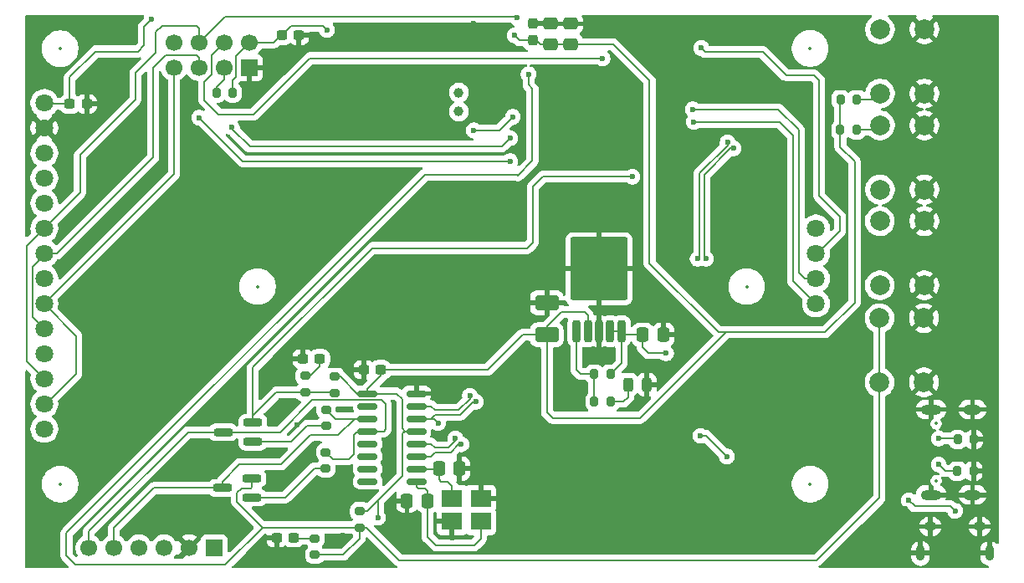
<source format=gbl>
%TF.GenerationSoftware,KiCad,Pcbnew,9.0.5*%
%TF.CreationDate,2025-11-26T19:59:54+01:00*%
%TF.ProjectId,stacja_pogody_modu__wew,73746163-6a61-45f7-906f-676f64795f6d,rev?*%
%TF.SameCoordinates,Original*%
%TF.FileFunction,Copper,L2,Bot*%
%TF.FilePolarity,Positive*%
%FSLAX46Y46*%
G04 Gerber Fmt 4.6, Leading zero omitted, Abs format (unit mm)*
G04 Created by KiCad (PCBNEW 9.0.5) date 2025-11-26 19:59:54*
%MOMM*%
%LPD*%
G01*
G04 APERTURE LIST*
G04 Aperture macros list*
%AMRoundRect*
0 Rectangle with rounded corners*
0 $1 Rounding radius*
0 $2 $3 $4 $5 $6 $7 $8 $9 X,Y pos of 4 corners*
0 Add a 4 corners polygon primitive as box body*
4,1,4,$2,$3,$4,$5,$6,$7,$8,$9,$2,$3,0*
0 Add four circle primitives for the rounded corners*
1,1,$1+$1,$2,$3*
1,1,$1+$1,$4,$5*
1,1,$1+$1,$6,$7*
1,1,$1+$1,$8,$9*
0 Add four rect primitives between the rounded corners*
20,1,$1+$1,$2,$3,$4,$5,0*
20,1,$1+$1,$4,$5,$6,$7,0*
20,1,$1+$1,$6,$7,$8,$9,0*
20,1,$1+$1,$8,$9,$2,$3,0*%
G04 Aperture macros list end*
%TA.AperFunction,ComponentPad*%
%ADD10C,1.800000*%
%TD*%
%TA.AperFunction,ComponentPad*%
%ADD11R,1.700000X1.700000*%
%TD*%
%TA.AperFunction,ComponentPad*%
%ADD12C,1.700000*%
%TD*%
%TA.AperFunction,ComponentPad*%
%ADD13C,2.000000*%
%TD*%
%TA.AperFunction,ComponentPad*%
%ADD14C,1.000000*%
%TD*%
%TA.AperFunction,HeatsinkPad*%
%ADD15C,0.600000*%
%TD*%
%TA.AperFunction,HeatsinkPad*%
%ADD16O,2.100000X1.000000*%
%TD*%
%TA.AperFunction,HeatsinkPad*%
%ADD17O,1.800000X1.000000*%
%TD*%
%TA.AperFunction,HeatsinkPad*%
%ADD18O,0.890000X1.550000*%
%TD*%
%TA.AperFunction,HeatsinkPad*%
%ADD19O,1.250000X0.950000*%
%TD*%
%TA.AperFunction,SMDPad,CuDef*%
%ADD20RoundRect,0.200000X0.200000X0.275000X-0.200000X0.275000X-0.200000X-0.275000X0.200000X-0.275000X0*%
%TD*%
%TA.AperFunction,SMDPad,CuDef*%
%ADD21RoundRect,0.200000X0.275000X-0.200000X0.275000X0.200000X-0.275000X0.200000X-0.275000X-0.200000X0*%
%TD*%
%TA.AperFunction,SMDPad,CuDef*%
%ADD22RoundRect,0.200000X0.750000X0.200000X-0.750000X0.200000X-0.750000X-0.200000X0.750000X-0.200000X0*%
%TD*%
%TA.AperFunction,SMDPad,CuDef*%
%ADD23RoundRect,0.250000X0.337500X0.475000X-0.337500X0.475000X-0.337500X-0.475000X0.337500X-0.475000X0*%
%TD*%
%TA.AperFunction,SMDPad,CuDef*%
%ADD24RoundRect,0.250000X-0.475000X0.337500X-0.475000X-0.337500X0.475000X-0.337500X0.475000X0.337500X0*%
%TD*%
%TA.AperFunction,SMDPad,CuDef*%
%ADD25RoundRect,0.237500X0.300000X0.237500X-0.300000X0.237500X-0.300000X-0.237500X0.300000X-0.237500X0*%
%TD*%
%TA.AperFunction,SMDPad,CuDef*%
%ADD26RoundRect,0.237500X-0.300000X-0.237500X0.300000X-0.237500X0.300000X0.237500X-0.300000X0.237500X0*%
%TD*%
%TA.AperFunction,SMDPad,CuDef*%
%ADD27RoundRect,0.200000X-0.200000X-0.275000X0.200000X-0.275000X0.200000X0.275000X-0.200000X0.275000X0*%
%TD*%
%TA.AperFunction,SMDPad,CuDef*%
%ADD28RoundRect,0.237500X-0.237500X0.300000X-0.237500X-0.300000X0.237500X-0.300000X0.237500X0.300000X0*%
%TD*%
%TA.AperFunction,SMDPad,CuDef*%
%ADD29RoundRect,0.200000X-0.275000X0.200000X-0.275000X-0.200000X0.275000X-0.200000X0.275000X0.200000X0*%
%TD*%
%TA.AperFunction,SMDPad,CuDef*%
%ADD30RoundRect,0.250000X-0.337500X-0.475000X0.337500X-0.475000X0.337500X0.475000X-0.337500X0.475000X0*%
%TD*%
%TA.AperFunction,SMDPad,CuDef*%
%ADD31RoundRect,0.200000X0.200000X-0.900000X0.200000X0.900000X-0.200000X0.900000X-0.200000X-0.900000X0*%
%TD*%
%TA.AperFunction,SMDPad,CuDef*%
%ADD32RoundRect,0.249997X2.650003X-2.950003X2.650003X2.950003X-2.650003X2.950003X-2.650003X-2.950003X0*%
%TD*%
%TA.AperFunction,SMDPad,CuDef*%
%ADD33RoundRect,0.250001X0.944999X-0.507499X0.944999X0.507499X-0.944999X0.507499X-0.944999X-0.507499X0*%
%TD*%
%TA.AperFunction,SMDPad,CuDef*%
%ADD34RoundRect,0.243750X0.243750X0.456250X-0.243750X0.456250X-0.243750X-0.456250X0.243750X-0.456250X0*%
%TD*%
%TA.AperFunction,SMDPad,CuDef*%
%ADD35R,2.100000X1.800000*%
%TD*%
%TA.AperFunction,SMDPad,CuDef*%
%ADD36RoundRect,0.150000X0.825000X0.150000X-0.825000X0.150000X-0.825000X-0.150000X0.825000X-0.150000X0*%
%TD*%
%TA.AperFunction,ViaPad*%
%ADD37C,0.600000*%
%TD*%
%TA.AperFunction,Conductor*%
%ADD38C,0.200000*%
%TD*%
%ADD39C,0.300000*%
%ADD40C,0.350000*%
%ADD41C,0.200000*%
%ADD42O,1.700000X0.600000*%
%ADD43O,1.400000X0.600000*%
%ADD44O,0.500000X1.150000*%
%ADD45O,0.850000X0.550000*%
G04 APERTURE END LIST*
D10*
%TO.P,U3,1,VCC*%
%TO.N,/V_3.3_OUT*%
X103419672Y-68399569D03*
%TO.P,U3,2,GND*%
%TO.N,GND*%
X103419672Y-70939569D03*
%TO.P,U3,3,CS*%
%TO.N,/LCD_CS*%
X103419672Y-73479569D03*
%TO.P,U3,4,RST*%
%TO.N,/LCD_RST*%
X103419672Y-76019569D03*
%TO.P,U3,5,DC*%
%TO.N,/LCD_DC*%
X103419672Y-78559569D03*
%TO.P,U3,6,MOSI*%
%TO.N,/LCD_MOSI*%
X103419672Y-81099569D03*
%TO.P,U3,7,SCK*%
%TO.N,/LCD_SCK*%
X103419672Y-83639569D03*
%TO.P,U3,8,LED*%
%TO.N,/LCD_LED*%
X103419672Y-86179569D03*
%TO.P,U3,9,MISO*%
%TO.N,/LCD_MISO*%
X103419672Y-88719569D03*
%TO.P,U3,10,T_CLK*%
%TO.N,/LCD_SCK*%
X103419672Y-91259569D03*
%TO.P,U3,11,T_CS*%
%TO.N,/LCD_T_CS*%
X103419672Y-93799569D03*
%TO.P,U3,12,T_DIN*%
%TO.N,/LCD_MOSI*%
X103419672Y-96339569D03*
%TO.P,U3,13,T_DOUT*%
%TO.N,/LCD_MISO*%
X103419672Y-98879569D03*
%TO.P,U3,14,T_IRQ*%
%TO.N,/LCD_T_IRQ*%
X103419672Y-101419569D03*
%TO.P,U3,15,SD_CS*%
%TO.N,/LCD_SD_CS*%
X181518044Y-81099849D03*
%TO.P,U3,16,SD_MOSI*%
%TO.N,/LCD_MOSI*%
X181518044Y-83639849D03*
%TO.P,U3,17,SD_MISO*%
%TO.N,/LCD_MISO*%
X181518044Y-86179849D03*
%TO.P,U3,18,SD_SCK*%
%TO.N,/LCD_SCK*%
X181518044Y-88719849D03*
%TD*%
D11*
%TO.P,J2,1,Pin_1*%
%TO.N,/V_3.3_OUT*%
X120620000Y-113440000D03*
D12*
%TO.P,J2,2,Pin_2*%
%TO.N,GND*%
X118080000Y-113440000D03*
%TO.P,J2,3,Pin_3*%
%TO.N,/CH340_UART+*%
X115540000Y-113440000D03*
%TO.P,J2,4,Pin_4*%
%TO.N,/CH340_UART-*%
X113000000Y-113440000D03*
%TO.P,J2,5,Pin_5*%
%TO.N,/CH340_RTS*%
X110460000Y-113440000D03*
%TO.P,J2,6,Pin_6*%
%TO.N,/CH340_DTR*%
X107920000Y-113440000D03*
%TD*%
D13*
%TO.P,SW4,1,C*%
%TO.N,GND*%
X192440000Y-90190000D03*
X192440000Y-96690000D03*
%TO.P,SW4,2,D*%
%TO.N,/ESP_ENABLE*%
X187940000Y-90190000D03*
X187940000Y-96690000D03*
%TD*%
D14*
%TO.P,Y2,1,1*%
%TO.N,Net-(U2-IO32)*%
X145360000Y-67370000D03*
%TO.P,Y2,2,2*%
%TO.N,Net-(U2-IO33)*%
X145360000Y-69270000D03*
%TD*%
D13*
%TO.P,SW3,1,C*%
%TO.N,GND*%
X192480000Y-80370000D03*
X192480000Y-86870000D03*
%TO.P,SW3,2,D*%
%TO.N,/ESP_BOOT*%
X187980000Y-80370000D03*
X187980000Y-86870000D03*
%TD*%
%TO.P,SW2,1,C*%
%TO.N,/Button_2*%
X187990000Y-67460000D03*
X187990000Y-60960000D03*
%TO.P,SW2,2,D*%
%TO.N,GND*%
X192490000Y-67460000D03*
X192490000Y-60960000D03*
%TD*%
D15*
%TO.P,U2,39,GND*%
%TO.N,GND*%
X155160000Y-67070000D03*
X155160000Y-68470000D03*
X155860000Y-66370000D03*
X155860000Y-67770000D03*
X155860000Y-69170000D03*
X156560000Y-67070000D03*
X156560000Y-68470000D03*
X157260000Y-66370000D03*
X157260000Y-67770000D03*
X157260000Y-69170000D03*
X157960000Y-67070000D03*
X157960000Y-68470000D03*
%TD*%
D16*
%TO.P,J3,S1,SHIELD*%
%TO.N,GND*%
X193175000Y-108080000D03*
D17*
X197355000Y-108080000D03*
D16*
X193175000Y-99440000D03*
D17*
X197355000Y-99440000D03*
%TD*%
D18*
%TO.P,J1,6,Shield*%
%TO.N,GND*%
X192090000Y-113990000D03*
D19*
X193090000Y-111290000D03*
X198090000Y-111290000D03*
D18*
X199090000Y-113990000D03*
%TD*%
D13*
%TO.P,SW1,1,C*%
%TO.N,/Button_1*%
X187990000Y-77180000D03*
X187990000Y-70680000D03*
%TO.P,SW1,2,D*%
%TO.N,GND*%
X192490000Y-77180000D03*
X192490000Y-70680000D03*
%TD*%
D20*
%TO.P,R5,1*%
%TO.N,GND*%
X197455000Y-105670000D03*
%TO.P,R5,2*%
%TO.N,Net-(J3-CC1)*%
X195805000Y-105670000D03*
%TD*%
%TO.P,R2,1*%
%TO.N,/Button_1*%
X185625000Y-71140000D03*
%TO.P,R2,2*%
%TO.N,/V_3.3_OUT*%
X183975000Y-71140000D03*
%TD*%
D21*
%TO.P,R9,1*%
%TO.N,Net-(Q2-B)*%
X131940000Y-101095000D03*
%TO.P,R9,2*%
%TO.N,/CH340_RTS*%
X131940000Y-99445000D03*
%TD*%
%TO.P,R8,1*%
%TO.N,Net-(Q1-B)*%
X131910000Y-105405000D03*
%TO.P,R8,2*%
%TO.N,/CH340_DTR*%
X131910000Y-103755000D03*
%TD*%
D22*
%TO.P,Q1,1,C*%
%TO.N,/ESP_ENABLE*%
X124430000Y-106440000D03*
%TO.P,Q1,2,B*%
%TO.N,Net-(Q1-B)*%
X124430000Y-108340000D03*
%TO.P,Q1,3,E*%
%TO.N,/CH340_RTS*%
X121430000Y-107390000D03*
%TD*%
D20*
%TO.P,R18,1*%
%TO.N,/V_3.3_OUT*%
X122495000Y-67390000D03*
%TO.P,R18,2*%
%TO.N,Net-(U5-CE)*%
X120845000Y-67390000D03*
%TD*%
D23*
%TO.P,C9,1*%
%TO.N,Net-(U6-XO)*%
X142197500Y-108690000D03*
%TO.P,C9,2*%
%TO.N,GND*%
X140122500Y-108690000D03*
%TD*%
D24*
%TO.P,C5,1*%
%TO.N,GND*%
X156700000Y-60402500D03*
%TO.P,C5,2*%
%TO.N,/V_3.3_OUT*%
X156700000Y-62477500D03*
%TD*%
D25*
%TO.P,C13,1*%
%TO.N,Net-(C13-Pad1)*%
X131302500Y-94310000D03*
%TO.P,C13,2*%
%TO.N,GND*%
X129577500Y-94310000D03*
%TD*%
%TO.P,C7,1*%
%TO.N,GND*%
X107712500Y-68510000D03*
%TO.P,C7,2*%
%TO.N,/V_3.3_OUT*%
X105987500Y-68510000D03*
%TD*%
D26*
%TO.P,C11,1*%
%TO.N,GND*%
X135747500Y-95410000D03*
%TO.P,C11,2*%
%TO.N,/V_3.3_OUT*%
X137472500Y-95410000D03*
%TD*%
D11*
%TO.P,U5,1,GND*%
%TO.N,GND*%
X124170000Y-64840000D03*
D12*
%TO.P,U5,2,VCC*%
%TO.N,/V_3.3_OUT*%
X124170000Y-62300000D03*
%TO.P,U5,3,CE*%
%TO.N,Net-(U5-CE)*%
X121630000Y-64840000D03*
%TO.P,U5,4,~{CSN}*%
%TO.N,/NRF_CSN*%
X121630000Y-62300000D03*
%TO.P,U5,5,SCK*%
%TO.N,/LCD_SCK*%
X119090000Y-64840000D03*
%TO.P,U5,6,MOSI*%
%TO.N,/LCD_MOSI*%
X119090000Y-62300000D03*
%TO.P,U5,7,MISO*%
%TO.N,/LCD_MISO*%
X116550000Y-64840000D03*
%TO.P,U5,8,IRQ*%
%TO.N,/NRF_IRQ*%
X116550000Y-62300000D03*
%TD*%
D25*
%TO.P,C6,1*%
%TO.N,GND*%
X129175000Y-61560000D03*
%TO.P,C6,2*%
%TO.N,/V_3.3_OUT*%
X127450000Y-61560000D03*
%TD*%
D27*
%TO.P,R7,1*%
%TO.N,/ER_FLG*%
X159065000Y-95860000D03*
%TO.P,R7,2*%
%TO.N,/V_3.3_IN*%
X160715000Y-95860000D03*
%TD*%
D28*
%TO.P,C2,1*%
%TO.N,GND*%
X152840000Y-60357500D03*
%TO.P,C2,2*%
%TO.N,/V_3.3_OUT*%
X152840000Y-62082500D03*
%TD*%
D29*
%TO.P,R12,1*%
%TO.N,Net-(C13-Pad1)*%
X129830000Y-96050000D03*
%TO.P,R12,2*%
%TO.N,/ESP_BOOT*%
X129830000Y-97700000D03*
%TD*%
D21*
%TO.P,R10,1*%
%TO.N,/ESP_BOOT*%
X132820000Y-97765000D03*
%TO.P,R10,2*%
%TO.N,/V_3.3_OUT*%
X132820000Y-96115000D03*
%TD*%
%TO.P,R11,1*%
%TO.N,/ESP_ENABLE*%
X135340000Y-111375000D03*
%TO.P,R11,2*%
%TO.N,/V_3.3_OUT*%
X135340000Y-109725000D03*
%TD*%
D22*
%TO.P,Q2,1,C*%
%TO.N,/ESP_BOOT*%
X124520000Y-100790000D03*
%TO.P,Q2,2,B*%
%TO.N,Net-(Q2-B)*%
X124520000Y-102690000D03*
%TO.P,Q2,3,E*%
%TO.N,/CH340_DTR*%
X121520000Y-101740000D03*
%TD*%
D20*
%TO.P,R4,1*%
%TO.N,/Button_2*%
X185635000Y-68070000D03*
%TO.P,R4,2*%
%TO.N,/V_3.3_OUT*%
X183985000Y-68070000D03*
%TD*%
D23*
%TO.P,C10,1*%
%TO.N,GND*%
X166057500Y-91870000D03*
%TO.P,C10,2*%
%TO.N,/V_3.3_IN*%
X163982500Y-91870000D03*
%TD*%
D27*
%TO.P,R15,1*%
%TO.N,/ER_FLG*%
X159085000Y-98640000D03*
%TO.P,R15,2*%
%TO.N,Net-(D2-A)*%
X160735000Y-98640000D03*
%TD*%
D30*
%TO.P,C8,1*%
%TO.N,Net-(U6-XI)*%
X143342500Y-105420000D03*
%TO.P,C8,2*%
%TO.N,GND*%
X145417500Y-105420000D03*
%TD*%
D31*
%TO.P,U7,1,ENB*%
%TO.N,/V_3.3_IN*%
X161835000Y-91505000D03*
%TO.P,U7,2,VIN*%
X160695000Y-91505000D03*
%TO.P,U7,3,GND*%
%TO.N,GND*%
X159555000Y-91505000D03*
D32*
X159555000Y-85205000D03*
D31*
%TO.P,U7,4,VOUT*%
%TO.N,/V_3.3_OUT*%
X158415000Y-91505000D03*
%TO.P,U7,5,FLG*%
%TO.N,/ER_FLG*%
X157275000Y-91505000D03*
%TD*%
D20*
%TO.P,R6,1*%
%TO.N,GND*%
X197500000Y-102480000D03*
%TO.P,R6,2*%
%TO.N,Net-(J3-CC2)*%
X195850000Y-102480000D03*
%TD*%
D29*
%TO.P,R14,1*%
%TO.N,Net-(C14-Pad1)*%
X130800000Y-112495000D03*
%TO.P,R14,2*%
%TO.N,/ESP_ENABLE*%
X130800000Y-114145000D03*
%TD*%
D33*
%TO.P,C12,1*%
%TO.N,/V_3.3_OUT*%
X154270000Y-91885000D03*
%TO.P,C12,2*%
%TO.N,GND*%
X154270000Y-88630000D03*
%TD*%
D34*
%TO.P,D2,1,K*%
%TO.N,GND*%
X164387500Y-96930000D03*
%TO.P,D2,2,A*%
%TO.N,Net-(D2-A)*%
X162512500Y-96930000D03*
%TD*%
D24*
%TO.P,C4,1*%
%TO.N,GND*%
X154670000Y-60402500D03*
%TO.P,C4,2*%
%TO.N,/V_3.3_OUT*%
X154670000Y-62477500D03*
%TD*%
D35*
%TO.P,Y1,1,1*%
%TO.N,Net-(U6-XI)*%
X144680000Y-108470000D03*
%TO.P,Y1,2,2*%
%TO.N,GND*%
X147580000Y-108470000D03*
%TO.P,Y1,3,3*%
%TO.N,Net-(U6-XO)*%
X147580000Y-110770000D03*
%TO.P,Y1,4,4*%
%TO.N,GND*%
X144680000Y-110770000D03*
%TD*%
D36*
%TO.P,U6,1,GND*%
%TO.N,GND*%
X141090000Y-97830000D03*
%TO.P,U6,2,TXD*%
%TO.N,/CH340_UART+*%
X141090000Y-99100000D03*
%TO.P,U6,3,RXD*%
%TO.N,/CH340_UART-*%
X141090000Y-100370000D03*
%TO.P,U6,4,V3*%
%TO.N,/V_3.3_OUT*%
X141090000Y-101640000D03*
%TO.P,U6,5,UD+*%
%TO.N,/MICRO_USB_D+*%
X141090000Y-102910000D03*
%TO.P,U6,6,UD-*%
%TO.N,/MICRO_USB_D-*%
X141090000Y-104180000D03*
%TO.P,U6,7,XI*%
%TO.N,Net-(U6-XI)*%
X141090000Y-105450000D03*
%TO.P,U6,8,XO*%
%TO.N,Net-(U6-XO)*%
X141090000Y-106720000D03*
%TO.P,U6,9,~{CTS}*%
%TO.N,unconnected-(U6-~{CTS}-Pad9)*%
X136140000Y-106720000D03*
%TO.P,U6,10,~{DSR}*%
%TO.N,unconnected-(U6-~{DSR}-Pad10)*%
X136140000Y-105450000D03*
%TO.P,U6,11,~{RI}*%
%TO.N,unconnected-(U6-~{RI}-Pad11)*%
X136140000Y-104180000D03*
%TO.P,U6,12,~{DCD}*%
%TO.N,unconnected-(U6-~{DCD}-Pad12)*%
X136140000Y-102910000D03*
%TO.P,U6,13,~{DTR}*%
%TO.N,/CH340_DTR*%
X136140000Y-101640000D03*
%TO.P,U6,14,~{RTS}*%
%TO.N,/CH340_RTS*%
X136140000Y-100370000D03*
%TO.P,U6,15,R232*%
%TO.N,unconnected-(U6-R232-Pad15)*%
X136140000Y-99100000D03*
%TO.P,U6,16,VCC*%
%TO.N,/V_3.3_OUT*%
X136140000Y-97830000D03*
%TD*%
D25*
%TO.P,C14,1*%
%TO.N,Net-(C14-Pad1)*%
X128662500Y-112420000D03*
%TO.P,C14,2*%
%TO.N,GND*%
X126937500Y-112420000D03*
%TD*%
D37*
%TO.N,/V_3.3_OUT*%
X137180000Y-110370000D03*
X114280000Y-59920000D03*
X151030000Y-61570000D03*
X132020000Y-61020000D03*
%TO.N,GND*%
X159555000Y-85240000D03*
X192360000Y-72730000D03*
X107750000Y-88300000D03*
X126920000Y-63640000D03*
X119350000Y-109250000D03*
X118430000Y-75220000D03*
X190470000Y-103230000D03*
X148080000Y-105450000D03*
X110170000Y-68310000D03*
X151810000Y-98440000D03*
X143620000Y-97890000D03*
X118430000Y-76640000D03*
X190560000Y-109470000D03*
X107690000Y-94400000D03*
X126880000Y-79870000D03*
X165190000Y-95040000D03*
X194780000Y-77590000D03*
X185850000Y-59990000D03*
X176100000Y-105870000D03*
X158870000Y-93720000D03*
X155790000Y-95490000D03*
X127880000Y-99830000D03*
X147330000Y-81740000D03*
X105480000Y-73960000D03*
X195060000Y-99570000D03*
X120990000Y-104470000D03*
X147350000Y-77880000D03*
X168710000Y-60220000D03*
X156790000Y-73530000D03*
X157600000Y-99200000D03*
X105430000Y-99130000D03*
X130900000Y-109150000D03*
X118590000Y-73440000D03*
X153560000Y-75000000D03*
X126960000Y-95360000D03*
X146880000Y-60350000D03*
X187020000Y-74060000D03*
X149830000Y-85780000D03*
X108340000Y-78400000D03*
X117930000Y-67520000D03*
X156830000Y-71990000D03*
X190320000Y-76920000D03*
X109670000Y-80180000D03*
X138500000Y-103020000D03*
X144710000Y-112440000D03*
X162940000Y-62090000D03*
X127500000Y-114950000D03*
X124330000Y-67660000D03*
X198090000Y-109700000D03*
X133610000Y-112140000D03*
X139990000Y-111510000D03*
X133640000Y-68490000D03*
X191130000Y-110680000D03*
X139900000Y-92960000D03*
X190530000Y-114110000D03*
X165080000Y-87100000D03*
X133790000Y-99470000D03*
X108550000Y-75190000D03*
X128970000Y-101010000D03*
X129770000Y-104790000D03*
X177870000Y-72810000D03*
%TO.N,/V_3.3_IN*%
X166340000Y-93750000D03*
%TO.N,/MICRO_USB_D-*%
X145620521Y-102960521D03*
%TO.N,/MICRO_USB_D+*%
X145019479Y-102359479D03*
X172490000Y-104200000D03*
X169830000Y-102100000D03*
%TO.N,Net-(J3-CC1)*%
X193930000Y-105000000D03*
%TO.N,Net-(J3-CC2)*%
X193960000Y-102370000D03*
%TO.N,/ESP_ENABLE*%
X152410000Y-65500000D03*
%TO.N,Net-(J1-D+)*%
X190920000Y-108640000D03*
X195590000Y-109700000D03*
%TO.N,/ESP_BOOT*%
X162940000Y-75870000D03*
%TO.N,/LCD_MOSI*%
X169920000Y-62860000D03*
X151260000Y-59800000D03*
%TO.N,/LCD_SCK*%
X150560002Y-74300000D03*
X169150000Y-70330000D03*
X119090000Y-69900000D03*
%TO.N,/NRF_CSN*%
X159910000Y-63890000D03*
%TO.N,/LCD_MISO*%
X122390000Y-70890000D03*
X169050000Y-69070000D03*
X150558122Y-71973315D03*
%TO.N,/LCD_CS*%
X150830000Y-69820000D03*
X146890000Y-71190000D03*
%TO.N,/CH340_UART-*%
X147100521Y-98660521D03*
X170385000Y-84180000D03*
X173170521Y-73010521D03*
X143270000Y-100800000D03*
%TO.N,/CH340_UART+*%
X146499479Y-98059479D03*
X169535000Y-84180000D03*
X172569479Y-72409479D03*
%TD*%
D38*
%TO.N,/V_3.3_OUT*%
X183975000Y-71140000D02*
X183975000Y-72855000D01*
X185420000Y-88640000D02*
X182450000Y-91610000D01*
X183975000Y-71140000D02*
X183975000Y-68080000D01*
X139660000Y-101380000D02*
X139920000Y-101640000D01*
X136095000Y-109725000D02*
X137180000Y-108640000D01*
X139920000Y-101640000D02*
X140115001Y-101640000D01*
X140115001Y-101640000D02*
X141090000Y-101640000D01*
X164670000Y-84640000D02*
X164670000Y-66140000D01*
X155730000Y-89580000D02*
X158100000Y-89580000D01*
X122495000Y-66085000D02*
X122800000Y-65780000D01*
X154270000Y-91040000D02*
X155730000Y-89580000D01*
X126610000Y-62300000D02*
X124170000Y-62300000D01*
X182450000Y-91610000D02*
X172390000Y-91610000D01*
X122800000Y-65780000D02*
X122800000Y-63670000D01*
X137472500Y-95410000D02*
X137472500Y-96037500D01*
X139650000Y-101870000D02*
X139880000Y-101640000D01*
X113500000Y-62600000D02*
X113500000Y-61720000D01*
X137472500Y-96037500D02*
X136140000Y-97370000D01*
X128430000Y-60580000D02*
X127450000Y-61560000D01*
X137180000Y-110370000D02*
X137180000Y-108640000D01*
X185420000Y-74300000D02*
X185420000Y-88640000D01*
X136140000Y-97370000D02*
X136140000Y-97830000D01*
X112900000Y-63200000D02*
X113500000Y-62600000D01*
X154270000Y-91885000D02*
X154270000Y-91040000D01*
X152840000Y-62082500D02*
X153192500Y-62082500D01*
X163710000Y-100290000D02*
X154860000Y-100290000D01*
X151542500Y-62082500D02*
X152840000Y-62082500D01*
X133375000Y-96115000D02*
X135090000Y-97830000D01*
X139660000Y-98420000D02*
X139660000Y-101380000D01*
X132020000Y-61020000D02*
X131580000Y-60580000D01*
X158100000Y-89580000D02*
X158415000Y-89895000D01*
X135340000Y-109725000D02*
X136095000Y-109725000D01*
X183975000Y-68080000D02*
X183985000Y-68070000D01*
X164670000Y-66140000D02*
X164640000Y-66140000D01*
X105987500Y-68510000D02*
X103476348Y-68510000D01*
X172390000Y-91610000D02*
X163710000Y-100290000D01*
X137472500Y-95410000D02*
X148290000Y-95410000D01*
X132820000Y-96115000D02*
X133375000Y-96115000D01*
X148290000Y-95410000D02*
X151815000Y-91885000D01*
X103476348Y-68510000D02*
X103471628Y-68514720D01*
X136140000Y-97830000D02*
X139070000Y-97830000D01*
X160977500Y-62477500D02*
X156700000Y-62477500D01*
X154270000Y-99700000D02*
X154270000Y-91885000D01*
X171640000Y-91610000D02*
X164670000Y-84640000D01*
X127350000Y-61560000D02*
X126610000Y-62300000D01*
X139880000Y-101640000D02*
X140115001Y-101640000D01*
X113500000Y-60700000D02*
X113500000Y-61720000D01*
X154860000Y-100290000D02*
X154270000Y-99700000D01*
X183975000Y-72855000D02*
X185420000Y-74300000D01*
X158415000Y-89895000D02*
X158415000Y-91505000D01*
X131580000Y-60580000D02*
X128430000Y-60580000D01*
X137180000Y-108640000D02*
X139650000Y-106170000D01*
X105987500Y-68510000D02*
X105987500Y-65802500D01*
X151815000Y-91885000D02*
X154270000Y-91885000D01*
X154670000Y-62477500D02*
X156700000Y-62477500D01*
X105987500Y-65802500D02*
X108590000Y-63200000D01*
X164640000Y-66140000D02*
X160977500Y-62477500D01*
X135090000Y-97830000D02*
X136140000Y-97830000D01*
X114280000Y-59920000D02*
X113500000Y-60700000D01*
X127450000Y-61560000D02*
X127350000Y-61560000D01*
X139650000Y-106170000D02*
X139650000Y-101870000D01*
X108590000Y-63200000D02*
X112900000Y-63200000D01*
X122800000Y-63670000D02*
X124170000Y-62300000D01*
X139070000Y-97830000D02*
X139660000Y-98420000D01*
X153192500Y-62082500D02*
X153587500Y-62477500D01*
X122495000Y-67390000D02*
X122495000Y-66085000D01*
X153587500Y-62477500D02*
X154670000Y-62477500D01*
X172390000Y-91610000D02*
X171640000Y-91610000D01*
X151030000Y-61570000D02*
X151542500Y-62082500D01*
%TO.N,GND*%
X154670000Y-60402500D02*
X156700000Y-60402500D01*
X153560000Y-75000000D02*
X155030000Y-73530000D01*
X156700000Y-60402500D02*
X161252500Y-60402500D01*
X154625000Y-60357500D02*
X154670000Y-60402500D01*
X159555000Y-85240000D02*
X159555000Y-85205000D01*
X147330000Y-81740000D02*
X147310000Y-81720000D01*
X145380000Y-105457500D02*
X145417500Y-105420000D01*
X152840000Y-60357500D02*
X154625000Y-60357500D01*
X147310000Y-77920000D02*
X147350000Y-77880000D01*
X156757500Y-83250000D02*
X157117500Y-82890000D01*
X161252500Y-60402500D02*
X162940000Y-62090000D01*
X159555000Y-91505000D02*
X159555000Y-85240000D01*
X155030000Y-73530000D02*
X156790000Y-73530000D01*
X147310000Y-81720000D02*
X147310000Y-77920000D01*
%TO.N,/V_3.3_IN*%
X163982500Y-93162500D02*
X163982500Y-91870000D01*
X161835000Y-91505000D02*
X160695000Y-91505000D01*
X164570000Y-93750000D02*
X163982500Y-93162500D01*
X161835000Y-94740000D02*
X160715000Y-95860000D01*
X162200000Y-91870000D02*
X161835000Y-91505000D01*
X166340000Y-93750000D02*
X164570000Y-93750000D01*
X163982500Y-91870000D02*
X162200000Y-91870000D01*
X161835000Y-91505000D02*
X161835000Y-94740000D01*
X164492500Y-91902500D02*
X164492500Y-91820000D01*
%TO.N,Net-(D2-A)*%
X160735000Y-98640000D02*
X162040000Y-98640000D01*
X162040000Y-98640000D02*
X162512500Y-98167500D01*
X162512500Y-98167500D02*
X162512500Y-96930000D01*
%TO.N,Net-(U6-XI)*%
X143342500Y-106532500D02*
X143590000Y-106780000D01*
X143590000Y-106780000D02*
X144240000Y-106780000D01*
X144240000Y-106780000D02*
X144680000Y-107220000D01*
X143342500Y-105420000D02*
X143342500Y-106532500D01*
X141090000Y-105450000D02*
X143312500Y-105450000D01*
X143312500Y-105450000D02*
X143342500Y-105420000D01*
X144680000Y-107220000D02*
X144680000Y-108470000D01*
%TO.N,Net-(U6-XO)*%
X146920000Y-113200000D02*
X147580000Y-112540000D01*
X142197500Y-112327500D02*
X143070000Y-113200000D01*
X143070000Y-113200000D02*
X146920000Y-113200000D01*
X141090000Y-107290000D02*
X141240000Y-107440000D01*
X147580000Y-112540000D02*
X147580000Y-110770000D01*
X141920000Y-107440000D02*
X142197500Y-107717500D01*
X141090000Y-106720000D02*
X141090000Y-107290000D01*
X142197500Y-107717500D02*
X142197500Y-108690000D01*
X142197500Y-108690000D02*
X142197500Y-112327500D01*
X141240000Y-107440000D02*
X141920000Y-107440000D01*
%TO.N,Net-(C14-Pad1)*%
X128737500Y-112495000D02*
X128662500Y-112420000D01*
X130800000Y-112495000D02*
X128737500Y-112495000D01*
%TO.N,Net-(C13-Pad1)*%
X130360000Y-96050000D02*
X131302500Y-95107500D01*
X129830000Y-96050000D02*
X130360000Y-96050000D01*
X131302500Y-95107500D02*
X131302500Y-94310000D01*
%TO.N,/MICRO_USB_D-*%
X142552501Y-104180000D02*
X142962501Y-103770000D01*
X144528199Y-103770000D02*
X145337678Y-102960521D01*
X142962501Y-103770000D02*
X144528199Y-103770000D01*
X145337678Y-102960521D02*
X145620521Y-102960521D01*
X141090000Y-104180000D02*
X142552501Y-104180000D01*
%TO.N,/MICRO_USB_D+*%
X142962501Y-103320000D02*
X144341801Y-103320000D01*
X170390000Y-102100000D02*
X169830000Y-102100000D01*
X141090000Y-102910000D02*
X142552501Y-102910000D01*
X144341801Y-103320000D02*
X145019479Y-102642322D01*
X172490000Y-104200000D02*
X170390000Y-102100000D01*
X145019479Y-102642322D02*
X145019479Y-102359479D01*
X142552501Y-102910000D02*
X142962501Y-103320000D01*
%TO.N,Net-(J3-CC1)*%
X194600000Y-105670000D02*
X195805000Y-105670000D01*
X193930000Y-105000000D02*
X194600000Y-105670000D01*
%TO.N,Net-(J3-CC2)*%
X193960000Y-102370000D02*
X195740000Y-102370000D01*
X195740000Y-102370000D02*
X195850000Y-102480000D01*
%TO.N,Net-(Q1-B)*%
X124430000Y-108340000D02*
X127790000Y-108340000D01*
X127790000Y-108340000D02*
X130725000Y-105405000D01*
X130725000Y-105405000D02*
X131910000Y-105405000D01*
%TO.N,/ESP_ENABLE*%
X123380000Y-107410000D02*
X124330000Y-107410000D01*
X135975000Y-111375000D02*
X135340000Y-111375000D01*
X122920000Y-108800000D02*
X122920000Y-107870000D01*
X122920000Y-107870000D02*
X123380000Y-107410000D01*
X105660000Y-111960000D02*
X105660000Y-114240000D01*
X125495000Y-111375000D02*
X122920000Y-108800000D01*
X135340000Y-112490000D02*
X135340000Y-111375000D01*
X139320000Y-114720000D02*
X135975000Y-111375000D01*
X130800000Y-114145000D02*
X133685000Y-114145000D01*
X105660000Y-114240000D02*
X106570000Y-115150000D01*
X187940000Y-108360000D02*
X181580000Y-114720000D01*
X135340000Y-111375000D02*
X125495000Y-111375000D01*
X133685000Y-114145000D02*
X135340000Y-112490000D01*
X187940000Y-96690000D02*
X187940000Y-108360000D01*
X181580000Y-114720000D02*
X139320000Y-114720000D01*
X152410000Y-65500000D02*
X152410000Y-66560000D01*
X106570000Y-115150000D02*
X121720000Y-115150000D01*
X121720000Y-115150000D02*
X125495000Y-111375000D01*
X152410000Y-66560000D02*
X152820000Y-66970000D01*
X141920000Y-75700000D02*
X105660000Y-111960000D01*
X124330000Y-107410000D02*
X124430000Y-107310000D01*
X152820000Y-66970000D02*
X152820000Y-74270000D01*
X151340000Y-75750000D02*
X151290000Y-75700000D01*
X187940000Y-96690000D02*
X187940000Y-90190000D01*
X151290000Y-75700000D02*
X141920000Y-75700000D01*
X124430000Y-107310000D02*
X124430000Y-106440000D01*
X152820000Y-74270000D02*
X151340000Y-75750000D01*
%TO.N,Net-(Q2-B)*%
X128430000Y-102690000D02*
X124520000Y-102690000D01*
X131940000Y-101095000D02*
X130025000Y-101095000D01*
X130025000Y-101095000D02*
X128430000Y-102690000D01*
%TO.N,Net-(J1-D+)*%
X195140000Y-109250000D02*
X191530000Y-109250000D01*
X191530000Y-109250000D02*
X190920000Y-108640000D01*
X195590000Y-109700000D02*
X195140000Y-109250000D01*
%TO.N,/ESP_BOOT*%
X162940000Y-75870000D02*
X153870000Y-75870000D01*
X152264678Y-83101000D02*
X136609000Y-83101000D01*
X136609000Y-83101000D02*
X124520000Y-95190000D01*
X124520000Y-95190000D02*
X124520000Y-100790000D01*
X132780000Y-97725000D02*
X132820000Y-97765000D01*
X126890000Y-97730000D02*
X128400000Y-97730000D01*
X124520000Y-100100000D02*
X126890000Y-97730000D01*
X152840000Y-82525678D02*
X152264678Y-83101000D01*
X128400000Y-97730000D02*
X128405000Y-97725000D01*
X128405000Y-97725000D02*
X132780000Y-97725000D01*
X124520000Y-100790000D02*
X124520000Y-100100000D01*
X153870000Y-75870000D02*
X152840000Y-76900000D01*
X152840000Y-76900000D02*
X152840000Y-82525678D01*
%TO.N,/Button_1*%
X185625000Y-71140000D02*
X187530000Y-71140000D01*
X187530000Y-71140000D02*
X187990000Y-70680000D01*
%TO.N,/Button_2*%
X185635000Y-68070000D02*
X187380000Y-68070000D01*
X187380000Y-68070000D02*
X187990000Y-67460000D01*
%TO.N,/LCD_MOSI*%
X114680000Y-63340000D02*
X114680000Y-61250000D01*
X121700000Y-59690000D02*
X119090000Y-62300000D01*
X115320000Y-60610000D02*
X118870000Y-60610000D01*
X103419672Y-81099569D02*
X101660000Y-82859241D01*
X112620000Y-68090000D02*
X112620000Y-65400000D01*
X151260000Y-59800000D02*
X151150000Y-59690000D01*
X119090000Y-60830000D02*
X119090000Y-62300000D01*
X178480000Y-65600000D02*
X181280000Y-65600000D01*
X101660000Y-94579897D02*
X103419672Y-96339569D01*
X183940000Y-79940000D02*
X183940000Y-81385000D01*
X114680000Y-61250000D02*
X115320000Y-60610000D01*
X183940000Y-81385000D02*
X181570000Y-83755000D01*
X103419672Y-81099569D02*
X107020000Y-77499241D01*
X107020000Y-73690000D02*
X112620000Y-68090000D01*
X112620000Y-65400000D02*
X114680000Y-63340000D01*
X101660000Y-82859241D02*
X101660000Y-94579897D01*
X107020000Y-77499241D02*
X107020000Y-73690000D01*
X181840000Y-66160000D02*
X181840000Y-77840000D01*
X181280000Y-65600000D02*
X181840000Y-66160000D01*
X118870000Y-60610000D02*
X119090000Y-60830000D01*
X170320000Y-63260000D02*
X176140000Y-63260000D01*
X169920000Y-62860000D02*
X170320000Y-63260000D01*
X151150000Y-59690000D02*
X121700000Y-59690000D01*
X176140000Y-63260000D02*
X178480000Y-65600000D01*
X181840000Y-77840000D02*
X183940000Y-79940000D01*
%TO.N,/LCD_SCK*%
X102200000Y-90103092D02*
X103471628Y-91374720D01*
X119090000Y-63800000D02*
X119090000Y-64840000D01*
X102200000Y-85026348D02*
X102200000Y-90103092D01*
X114420000Y-64850000D02*
X115690000Y-63580000D01*
X104692464Y-83639569D02*
X114420000Y-73912033D01*
X179179000Y-86444000D02*
X179179000Y-82980000D01*
X114420000Y-73912033D02*
X114420000Y-64850000D01*
X123510000Y-74320000D02*
X119090000Y-69900000D01*
X177814322Y-70330000D02*
X169150000Y-70330000D01*
X103471628Y-83754720D02*
X102200000Y-85026348D01*
X118870000Y-63580000D02*
X119090000Y-63800000D01*
X179179000Y-71694678D02*
X177822161Y-70337839D01*
X150540002Y-74320000D02*
X123510000Y-74320000D01*
X179179000Y-82980000D02*
X179179000Y-71694678D01*
X103419672Y-83639569D02*
X104692464Y-83639569D01*
X181570000Y-88835000D02*
X179179000Y-86444000D01*
X177822161Y-70337839D02*
X177814322Y-70330000D01*
X150560002Y-74300000D02*
X150540002Y-74320000D01*
X115690000Y-63580000D02*
X118870000Y-63580000D01*
%TO.N,/NRF_CSN*%
X130290000Y-63880000D02*
X134450000Y-63880000D01*
X121070000Y-69590000D02*
X122370000Y-69590000D01*
X119630000Y-66280000D02*
X119630000Y-68150000D01*
X122370000Y-69590000D02*
X124580000Y-69590000D01*
X120360000Y-64920000D02*
X120360000Y-65550000D01*
X120360000Y-65550000D02*
X119770000Y-66140000D01*
X120360000Y-63570000D02*
X120360000Y-64920000D01*
X128060000Y-66110000D02*
X130290000Y-63880000D01*
X119770000Y-66140000D02*
X119630000Y-66280000D01*
X124580000Y-69590000D02*
X128060000Y-66110000D01*
X134450000Y-63880000D02*
X147930000Y-63880000D01*
X121630000Y-62300000D02*
X120360000Y-63570000D01*
X119630000Y-68150000D02*
X121070000Y-69590000D01*
X159900000Y-63880000D02*
X159910000Y-63890000D01*
X147930000Y-63880000D02*
X159900000Y-63880000D01*
%TO.N,/LCD_MISO*%
X106665000Y-95801348D02*
X106665000Y-92028092D01*
X181518044Y-86179849D02*
X180389849Y-86179849D01*
X116550000Y-75589241D02*
X116550000Y-64840000D01*
X149711437Y-72820000D02*
X150558122Y-71973315D01*
X177710000Y-69070000D02*
X169050000Y-69070000D01*
X179770000Y-85560000D02*
X179770000Y-71130000D01*
X179770000Y-71130000D02*
X177710000Y-69070000D01*
X103471628Y-98994720D02*
X106665000Y-95801348D01*
X106665000Y-92028092D02*
X103471628Y-88834720D01*
X180389849Y-86179849D02*
X179770000Y-85560000D01*
X124210000Y-72820000D02*
X149711437Y-72820000D01*
X103419672Y-88719569D02*
X116550000Y-75589241D01*
X122390000Y-71000000D02*
X124210000Y-72820000D01*
X122390000Y-70890000D02*
X122390000Y-71000000D01*
%TO.N,/LCD_CS*%
X146890000Y-71190000D02*
X149460000Y-71190000D01*
X149460000Y-71190000D02*
X150830000Y-69820000D01*
%TO.N,/CH340_UART-*%
X141090000Y-100370000D02*
X142552501Y-100370000D01*
X170185001Y-83980001D02*
X170185001Y-75713198D01*
X143270000Y-100800000D02*
X142840000Y-100370000D01*
X142552501Y-100370000D02*
X142962501Y-99960000D01*
X170385000Y-84180000D02*
X170185001Y-83980001D01*
X142840000Y-100370000D02*
X141090000Y-100370000D01*
X145518199Y-99960000D02*
X146817678Y-98660521D01*
X142962501Y-99960000D02*
X145518199Y-99960000D01*
X172887678Y-73010521D02*
X173170521Y-73010521D01*
X170185001Y-75713198D02*
X172887678Y-73010521D01*
X146817678Y-98660521D02*
X147100521Y-98660521D01*
%TO.N,/CH340_UART+*%
X142962501Y-99510000D02*
X145331801Y-99510000D01*
X169535000Y-84180000D02*
X169734999Y-83980001D01*
X145331801Y-99510000D02*
X146499479Y-98342322D01*
X169734999Y-75526802D02*
X172569479Y-72692322D01*
X141090000Y-99100000D02*
X142552501Y-99100000D01*
X169734999Y-83980001D02*
X169734999Y-75526802D01*
X142552501Y-99100000D02*
X142962501Y-99510000D01*
X146499479Y-98342322D02*
X146499479Y-98059479D01*
X172569479Y-72692322D02*
X172569479Y-72409479D01*
%TO.N,/ER_FLG*%
X157275000Y-91505000D02*
X157275000Y-95425000D01*
X157275000Y-95425000D02*
X157710000Y-95860000D01*
X159085000Y-95880000D02*
X159065000Y-95860000D01*
X159085000Y-98640000D02*
X159085000Y-95880000D01*
X157710000Y-95860000D02*
X159065000Y-95860000D01*
%TO.N,/CH340_RTS*%
X123160000Y-104990000D02*
X127420000Y-104990000D01*
X114490000Y-107390000D02*
X121430000Y-107390000D01*
X130370000Y-102040000D02*
X133130000Y-102040000D01*
X121430000Y-107390000D02*
X121430000Y-106720000D01*
X121430000Y-106720000D02*
X123160000Y-104990000D01*
X133130000Y-102040000D02*
X134800000Y-100370000D01*
X134800000Y-100370000D02*
X136140000Y-100370000D01*
X132865000Y-100370000D02*
X136140000Y-100370000D01*
X110460000Y-111420000D02*
X114490000Y-107390000D01*
X127420000Y-104990000D02*
X130370000Y-102040000D01*
X131940000Y-99445000D02*
X132865000Y-100370000D01*
X110460000Y-113440000D02*
X110460000Y-111420000D01*
%TO.N,/CH340_DTR*%
X127280000Y-101740000D02*
X130521000Y-98499000D01*
X134720000Y-104000000D02*
X134720000Y-102000000D01*
X134730000Y-102000000D02*
X135090000Y-101640000D01*
X137549000Y-98499000D02*
X137950000Y-98900000D01*
X132601000Y-104446000D02*
X134274000Y-104446000D01*
X137770000Y-101640000D02*
X136140000Y-101640000D01*
X135090000Y-101640000D02*
X136140000Y-101640000D01*
X134274000Y-104446000D02*
X134720000Y-104000000D01*
X130521000Y-98499000D02*
X137549000Y-98499000D01*
X107920000Y-113440000D02*
X107920000Y-111770000D01*
X137950000Y-101460000D02*
X137770000Y-101640000D01*
X107920000Y-111770000D02*
X117950000Y-101740000D01*
X121520000Y-101740000D02*
X127280000Y-101740000D01*
X134720000Y-102000000D02*
X134730000Y-102000000D01*
X137950000Y-98900000D02*
X137950000Y-101460000D01*
X131910000Y-103755000D02*
X132601000Y-104446000D01*
X117950000Y-101740000D02*
X121520000Y-101740000D01*
%TO.N,Net-(U5-CE)*%
X120845000Y-66825000D02*
X121630000Y-66040000D01*
X121630000Y-66040000D02*
X121630000Y-64840000D01*
X120845000Y-67390000D02*
X120845000Y-66825000D01*
%TD*%
%TA.AperFunction,Conductor*%
%TO.N,GND*%
G36*
X117891444Y-65493999D02*
G01*
X117930486Y-65539056D01*
X117934951Y-65547820D01*
X118059890Y-65719786D01*
X118210213Y-65870109D01*
X118382179Y-65995048D01*
X118382181Y-65995049D01*
X118382184Y-65995051D01*
X118571588Y-66091557D01*
X118773757Y-66157246D01*
X118924898Y-66181184D01*
X118955698Y-66195785D01*
X118986700Y-66209943D01*
X118987198Y-66210718D01*
X118988031Y-66211113D01*
X119006044Y-66240041D01*
X119024476Y-66268720D01*
X119024648Y-66269918D01*
X119024963Y-66270424D01*
X119029499Y-66303655D01*
X119029499Y-66359057D01*
X119029499Y-66359059D01*
X119029500Y-66369053D01*
X119029500Y-68063330D01*
X119029499Y-68063348D01*
X119029499Y-68229054D01*
X119029498Y-68229054D01*
X119070423Y-68381785D01*
X119081873Y-68401616D01*
X119134552Y-68492860D01*
X119149479Y-68518714D01*
X119149481Y-68518717D01*
X119268349Y-68637585D01*
X119268355Y-68637590D01*
X119640325Y-69009560D01*
X119673810Y-69070883D01*
X119668826Y-69140575D01*
X119626954Y-69196508D01*
X119561490Y-69220925D01*
X119493217Y-69206073D01*
X119483755Y-69200344D01*
X119469188Y-69190611D01*
X119469172Y-69190602D01*
X119323501Y-69130264D01*
X119323489Y-69130261D01*
X119168845Y-69099500D01*
X119168842Y-69099500D01*
X119011158Y-69099500D01*
X119011155Y-69099500D01*
X118856510Y-69130261D01*
X118856498Y-69130264D01*
X118710827Y-69190602D01*
X118710814Y-69190609D01*
X118579711Y-69278210D01*
X118579707Y-69278213D01*
X118468213Y-69389707D01*
X118468210Y-69389711D01*
X118380609Y-69520814D01*
X118380602Y-69520827D01*
X118320264Y-69666498D01*
X118320261Y-69666510D01*
X118289500Y-69821153D01*
X118289500Y-69978846D01*
X118320261Y-70133489D01*
X118320264Y-70133501D01*
X118380602Y-70279172D01*
X118380609Y-70279185D01*
X118468210Y-70410288D01*
X118468213Y-70410292D01*
X118579707Y-70521786D01*
X118579711Y-70521789D01*
X118710814Y-70609390D01*
X118710827Y-70609397D01*
X118824541Y-70656498D01*
X118856503Y-70669737D01*
X118921147Y-70682595D01*
X119011849Y-70700638D01*
X119073760Y-70733023D01*
X119075339Y-70734574D01*
X123025139Y-74684374D01*
X123025149Y-74684385D01*
X123029479Y-74688715D01*
X123029480Y-74688716D01*
X123141284Y-74800520D01*
X123141286Y-74800521D01*
X123141290Y-74800524D01*
X123191610Y-74829576D01*
X123191615Y-74829578D01*
X123278209Y-74879574D01*
X123278210Y-74879575D01*
X123278212Y-74879575D01*
X123278215Y-74879577D01*
X123430943Y-74920501D01*
X123430946Y-74920501D01*
X123596653Y-74920501D01*
X123596669Y-74920500D01*
X141606359Y-74920500D01*
X141673398Y-74940185D01*
X141719153Y-74992989D01*
X141729097Y-75062147D01*
X141700072Y-75125703D01*
X141668359Y-75151887D01*
X141551287Y-75219477D01*
X141551284Y-75219480D01*
X105293161Y-111477602D01*
X105293149Y-111477614D01*
X105291286Y-111479478D01*
X105291284Y-111479480D01*
X105179480Y-111591284D01*
X105170531Y-111606785D01*
X105163711Y-111618596D01*
X105163711Y-111618597D01*
X105106394Y-111717873D01*
X105100423Y-111728215D01*
X105059499Y-111880943D01*
X105059499Y-111880945D01*
X105059499Y-112049046D01*
X105059500Y-112049059D01*
X105059500Y-114153330D01*
X105059499Y-114153348D01*
X105059499Y-114319054D01*
X105059498Y-114319054D01*
X105100423Y-114471785D01*
X105109909Y-114488215D01*
X105179477Y-114608712D01*
X105179481Y-114608717D01*
X105298349Y-114727585D01*
X105298355Y-114727590D01*
X105858584Y-115287819D01*
X105892069Y-115349142D01*
X105887085Y-115418834D01*
X105845213Y-115474767D01*
X105779749Y-115499184D01*
X105770903Y-115499500D01*
X101624500Y-115499500D01*
X101557461Y-115479815D01*
X101511706Y-115427011D01*
X101500500Y-115375500D01*
X101500500Y-106873737D01*
X103167900Y-106873737D01*
X103167900Y-107116314D01*
X103199561Y-107356811D01*
X103262347Y-107591130D01*
X103355173Y-107815231D01*
X103355176Y-107815238D01*
X103476464Y-108025315D01*
X103476466Y-108025318D01*
X103476467Y-108025319D01*
X103624133Y-108217762D01*
X103624139Y-108217769D01*
X103795656Y-108389286D01*
X103795663Y-108389292D01*
X103818093Y-108406503D01*
X103988111Y-108536962D01*
X104198188Y-108658250D01*
X104422300Y-108751080D01*
X104656611Y-108813864D01*
X104836986Y-108837610D01*
X104897111Y-108845526D01*
X104897112Y-108845526D01*
X105139689Y-108845526D01*
X105187788Y-108839193D01*
X105380189Y-108813864D01*
X105614500Y-108751080D01*
X105838612Y-108658250D01*
X106048689Y-108536962D01*
X106241138Y-108389291D01*
X106412665Y-108217764D01*
X106560336Y-108025315D01*
X106681624Y-107815238D01*
X106774454Y-107591126D01*
X106837238Y-107356815D01*
X106868900Y-107116314D01*
X106868900Y-106873738D01*
X106837238Y-106633237D01*
X106774454Y-106398926D01*
X106766692Y-106380188D01*
X106737723Y-106310250D01*
X106681624Y-106174814D01*
X106560336Y-105964737D01*
X106412665Y-105772288D01*
X106412660Y-105772282D01*
X106241143Y-105600765D01*
X106241136Y-105600759D01*
X106048693Y-105453093D01*
X106048692Y-105453092D01*
X106048689Y-105453090D01*
X105850070Y-105338417D01*
X105838614Y-105331803D01*
X105838605Y-105331799D01*
X105614504Y-105238973D01*
X105380185Y-105176187D01*
X105139689Y-105144526D01*
X105139688Y-105144526D01*
X104897112Y-105144526D01*
X104897111Y-105144526D01*
X104656614Y-105176187D01*
X104422295Y-105238973D01*
X104198194Y-105331799D01*
X104198185Y-105331803D01*
X103988106Y-105453093D01*
X103795663Y-105600759D01*
X103795656Y-105600765D01*
X103624139Y-105772282D01*
X103624133Y-105772289D01*
X103476467Y-105964732D01*
X103355177Y-106174811D01*
X103355173Y-106174820D01*
X103262347Y-106398921D01*
X103199561Y-106633240D01*
X103167900Y-106873737D01*
X101500500Y-106873737D01*
X101500500Y-95568994D01*
X101520185Y-95501955D01*
X101572989Y-95456200D01*
X101642147Y-95446256D01*
X101705703Y-95475281D01*
X101712181Y-95481313D01*
X102046233Y-95815365D01*
X102079718Y-95876688D01*
X102076483Y-95941363D01*
X102053657Y-96011614D01*
X102019960Y-96224374D01*
X102019172Y-96229347D01*
X102019172Y-96449791D01*
X102031345Y-96526646D01*
X102053657Y-96667521D01*
X102121775Y-96877172D01*
X102121776Y-96877175D01*
X102183009Y-96997349D01*
X102217385Y-97064815D01*
X102221859Y-97073594D01*
X102351424Y-97251927D01*
X102351428Y-97251932D01*
X102507308Y-97407812D01*
X102507313Y-97407816D01*
X102646926Y-97509251D01*
X102689592Y-97564581D01*
X102695571Y-97634194D01*
X102662965Y-97695989D01*
X102646926Y-97709887D01*
X102507313Y-97811321D01*
X102507308Y-97811325D01*
X102351428Y-97967205D01*
X102351424Y-97967210D01*
X102221859Y-98145543D01*
X102121776Y-98341962D01*
X102121775Y-98341965D01*
X102053657Y-98551616D01*
X102035107Y-98668735D01*
X102019172Y-98769347D01*
X102019172Y-98989791D01*
X102027076Y-99039693D01*
X102053657Y-99207521D01*
X102121775Y-99417172D01*
X102121776Y-99417175D01*
X102176576Y-99524723D01*
X102221733Y-99613348D01*
X102221859Y-99613594D01*
X102351424Y-99791927D01*
X102351428Y-99791932D01*
X102507308Y-99947812D01*
X102507313Y-99947816D01*
X102646926Y-100049251D01*
X102689592Y-100104581D01*
X102695571Y-100174194D01*
X102662965Y-100235989D01*
X102646926Y-100249887D01*
X102507313Y-100351321D01*
X102507308Y-100351325D01*
X102351428Y-100507205D01*
X102351424Y-100507210D01*
X102221859Y-100685543D01*
X102121776Y-100881962D01*
X102121775Y-100881965D01*
X102053657Y-101091616D01*
X102035008Y-101209360D01*
X102019172Y-101309347D01*
X102019172Y-101529791D01*
X102030333Y-101600261D01*
X102053657Y-101747521D01*
X102121775Y-101957172D01*
X102121776Y-101957175D01*
X102183305Y-102077930D01*
X102219679Y-102149317D01*
X102221859Y-102153594D01*
X102351424Y-102331927D01*
X102351428Y-102331932D01*
X102507308Y-102487812D01*
X102507313Y-102487816D01*
X102636042Y-102581342D01*
X102685650Y-102617384D01*
X102767512Y-102659095D01*
X102882065Y-102717464D01*
X102882068Y-102717465D01*
X102920648Y-102730000D01*
X103091721Y-102785584D01*
X103309450Y-102820069D01*
X103309451Y-102820069D01*
X103529893Y-102820069D01*
X103529894Y-102820069D01*
X103747623Y-102785584D01*
X103957278Y-102717464D01*
X104153694Y-102617384D01*
X104332037Y-102487811D01*
X104487914Y-102331934D01*
X104617487Y-102153591D01*
X104717567Y-101957175D01*
X104785687Y-101747520D01*
X104820172Y-101529791D01*
X104820172Y-101309347D01*
X104785687Y-101091618D01*
X104738297Y-100945764D01*
X104717568Y-100881965D01*
X104717567Y-100881962D01*
X104660782Y-100770518D01*
X104617487Y-100685547D01*
X104565854Y-100614480D01*
X104487919Y-100507210D01*
X104487915Y-100507205D01*
X104332035Y-100351325D01*
X104332030Y-100351321D01*
X104192417Y-100249887D01*
X104149751Y-100194558D01*
X104143772Y-100124944D01*
X104176377Y-100063149D01*
X104192417Y-100049251D01*
X104332030Y-99947816D01*
X104332028Y-99947816D01*
X104332037Y-99947811D01*
X104487914Y-99791934D01*
X104617487Y-99613591D01*
X104717567Y-99417175D01*
X104785687Y-99207520D01*
X104820172Y-98989791D01*
X104820172Y-98769347D01*
X104792600Y-98595266D01*
X104801554Y-98525975D01*
X104827389Y-98488192D01*
X107023506Y-96292076D01*
X107023511Y-96292072D01*
X107033714Y-96281868D01*
X107033716Y-96281868D01*
X107145520Y-96170064D01*
X107216147Y-96047734D01*
X107224577Y-96033133D01*
X107265501Y-95880405D01*
X107265501Y-95722291D01*
X107265501Y-95714696D01*
X107265500Y-95714678D01*
X107265500Y-92117151D01*
X107265501Y-92117138D01*
X107265501Y-91949037D01*
X107265501Y-91949035D01*
X107224577Y-91796307D01*
X107163489Y-91690500D01*
X107145520Y-91659376D01*
X107033716Y-91547572D01*
X107033713Y-91547570D01*
X104777613Y-89291470D01*
X104744128Y-89230147D01*
X104747363Y-89165471D01*
X104768804Y-89099480D01*
X104785687Y-89047520D01*
X104820172Y-88829791D01*
X104820172Y-88609347D01*
X104785687Y-88391618D01*
X104762860Y-88321363D01*
X104760865Y-88251522D01*
X104793108Y-88195366D01*
X106109763Y-86878711D01*
X123149500Y-86878711D01*
X123149500Y-87121288D01*
X123166193Y-87248091D01*
X123181162Y-87361789D01*
X123184032Y-87372500D01*
X123243947Y-87596104D01*
X123336773Y-87820205D01*
X123336777Y-87820214D01*
X123352537Y-87847511D01*
X123458064Y-88030289D01*
X123458066Y-88030292D01*
X123458067Y-88030293D01*
X123605733Y-88222736D01*
X123605739Y-88222743D01*
X123777256Y-88394260D01*
X123777263Y-88394266D01*
X123793783Y-88406942D01*
X123969711Y-88541936D01*
X124179788Y-88663224D01*
X124403900Y-88756054D01*
X124638211Y-88818838D01*
X124818586Y-88842584D01*
X124878711Y-88850500D01*
X124878712Y-88850500D01*
X125121289Y-88850500D01*
X125169388Y-88844167D01*
X125361789Y-88818838D01*
X125596100Y-88756054D01*
X125820212Y-88663224D01*
X126030289Y-88541936D01*
X126222738Y-88394265D01*
X126394265Y-88222738D01*
X126541936Y-88030289D01*
X126663224Y-87820212D01*
X126756054Y-87596100D01*
X126818838Y-87361789D01*
X126850500Y-87121288D01*
X126850500Y-86878712D01*
X126818838Y-86638211D01*
X126756054Y-86403900D01*
X126663224Y-86179788D01*
X126541936Y-85969711D01*
X126394265Y-85777262D01*
X126394260Y-85777256D01*
X126222743Y-85605739D01*
X126222736Y-85605733D01*
X126030293Y-85458067D01*
X126030292Y-85458066D01*
X126030289Y-85458064D01*
X125820212Y-85336776D01*
X125758623Y-85311265D01*
X125596104Y-85243947D01*
X125361785Y-85181161D01*
X125121289Y-85149500D01*
X125121288Y-85149500D01*
X124878712Y-85149500D01*
X124878711Y-85149500D01*
X124638214Y-85181161D01*
X124403895Y-85243947D01*
X124179794Y-85336773D01*
X124179785Y-85336777D01*
X123969706Y-85458067D01*
X123777263Y-85605733D01*
X123777256Y-85605739D01*
X123605739Y-85777256D01*
X123605733Y-85777263D01*
X123458067Y-85969706D01*
X123336777Y-86179785D01*
X123336773Y-86179794D01*
X123243947Y-86403895D01*
X123181161Y-86638214D01*
X123149500Y-86878711D01*
X106109763Y-86878711D01*
X116918713Y-76069762D01*
X116918716Y-76069761D01*
X117030520Y-75957957D01*
X117080639Y-75871145D01*
X117109577Y-75821026D01*
X117150501Y-75668298D01*
X117150501Y-75510184D01*
X117150501Y-75502589D01*
X117150500Y-75502571D01*
X117150500Y-66125718D01*
X117170185Y-66058679D01*
X117218207Y-66015233D01*
X117257815Y-65995052D01*
X117257815Y-65995051D01*
X117257816Y-65995051D01*
X117400262Y-65891559D01*
X117429786Y-65870109D01*
X117429788Y-65870106D01*
X117429792Y-65870104D01*
X117580104Y-65719792D01*
X117580106Y-65719788D01*
X117580109Y-65719786D01*
X117705048Y-65547820D01*
X117705047Y-65547820D01*
X117705051Y-65547816D01*
X117709514Y-65539054D01*
X117757488Y-65488259D01*
X117825308Y-65471463D01*
X117891444Y-65493999D01*
G37*
%TD.AperFunction*%
%TA.AperFunction,Conductor*%
G36*
X125778762Y-111998484D02*
G01*
X125806971Y-111997324D01*
X125813148Y-112000944D01*
X125820293Y-112001455D01*
X125842896Y-112018376D01*
X125867253Y-112032649D01*
X125870493Y-112039035D01*
X125876226Y-112043327D01*
X125886092Y-112069779D01*
X125898867Y-112094957D01*
X125899286Y-112105155D01*
X125900643Y-112108791D01*
X125900319Y-112130222D01*
X125900000Y-112133339D01*
X125900000Y-112170000D01*
X126813500Y-112170000D01*
X126880539Y-112189685D01*
X126926294Y-112242489D01*
X126937500Y-112294000D01*
X126937500Y-112420000D01*
X127063500Y-112420000D01*
X127130539Y-112439685D01*
X127176294Y-112492489D01*
X127187500Y-112544000D01*
X127187500Y-113394999D01*
X127286640Y-113394999D01*
X127286654Y-113394998D01*
X127387652Y-113384680D01*
X127551300Y-113330453D01*
X127551311Y-113330448D01*
X127698035Y-113239947D01*
X127711960Y-113226021D01*
X127773282Y-113192533D01*
X127842973Y-113197514D01*
X127887327Y-113226017D01*
X127901650Y-113240340D01*
X128048484Y-113330908D01*
X128212247Y-113385174D01*
X128313323Y-113395500D01*
X129011676Y-113395499D01*
X129011684Y-113395498D01*
X129011687Y-113395498D01*
X129070129Y-113389528D01*
X129112753Y-113385174D01*
X129276516Y-113330908D01*
X129423350Y-113240340D01*
X129531871Y-113131819D01*
X129593194Y-113098334D01*
X129619552Y-113095500D01*
X129883480Y-113095500D01*
X129912920Y-113104144D01*
X129942907Y-113110668D01*
X129947922Y-113114422D01*
X129950519Y-113115185D01*
X129971161Y-113131819D01*
X130071661Y-113232319D01*
X130105146Y-113293642D01*
X130100162Y-113363334D01*
X130071661Y-113407681D01*
X129969531Y-113509810D01*
X129969530Y-113509811D01*
X129881522Y-113655393D01*
X129830913Y-113817807D01*
X129825983Y-113872069D01*
X129824500Y-113888384D01*
X129824500Y-114401616D01*
X129825542Y-114413078D01*
X129830913Y-114472192D01*
X129830913Y-114472194D01*
X129830914Y-114472196D01*
X129881522Y-114634606D01*
X129961933Y-114767622D01*
X129969530Y-114780188D01*
X130089811Y-114900469D01*
X130089813Y-114900470D01*
X130089815Y-114900472D01*
X130235394Y-114988478D01*
X130397804Y-115039086D01*
X130468384Y-115045500D01*
X130468387Y-115045500D01*
X131131613Y-115045500D01*
X131131616Y-115045500D01*
X131202196Y-115039086D01*
X131364606Y-114988478D01*
X131510185Y-114900472D01*
X131510189Y-114900468D01*
X131628839Y-114781819D01*
X131690162Y-114748334D01*
X131716520Y-114745500D01*
X133598331Y-114745500D01*
X133598347Y-114745501D01*
X133605943Y-114745501D01*
X133764054Y-114745501D01*
X133764057Y-114745501D01*
X133916785Y-114704577D01*
X134015565Y-114647546D01*
X134053716Y-114625520D01*
X134165520Y-114513716D01*
X134165521Y-114513713D01*
X135698506Y-112980728D01*
X135698511Y-112980724D01*
X135708714Y-112970520D01*
X135708716Y-112970520D01*
X135820520Y-112858716D01*
X135899577Y-112721784D01*
X135940500Y-112569057D01*
X135940500Y-112489097D01*
X135960185Y-112422058D01*
X136012989Y-112376303D01*
X136082147Y-112366359D01*
X136145703Y-112395384D01*
X136152181Y-112401416D01*
X138835139Y-115084374D01*
X138835149Y-115084385D01*
X138839479Y-115088715D01*
X138839480Y-115088716D01*
X138951284Y-115200520D01*
X138951286Y-115200521D01*
X138951287Y-115200522D01*
X139068359Y-115268113D01*
X139116574Y-115318679D01*
X139129798Y-115387286D01*
X139103830Y-115452151D01*
X139046916Y-115492680D01*
X139006359Y-115499500D01*
X122519097Y-115499500D01*
X122452058Y-115479815D01*
X122406303Y-115427011D01*
X122396359Y-115357853D01*
X122425384Y-115294297D01*
X122431416Y-115287819D01*
X123786196Y-113933039D01*
X125012580Y-112706654D01*
X125900001Y-112706654D01*
X125910319Y-112807652D01*
X125964546Y-112971300D01*
X125964551Y-112971311D01*
X126055052Y-113118034D01*
X126055055Y-113118038D01*
X126176961Y-113239944D01*
X126176965Y-113239947D01*
X126323688Y-113330448D01*
X126323699Y-113330453D01*
X126487347Y-113384680D01*
X126588351Y-113394999D01*
X126687500Y-113394998D01*
X126687500Y-112670000D01*
X125900001Y-112670000D01*
X125900001Y-112706654D01*
X125012580Y-112706654D01*
X125689280Y-112029954D01*
X125714055Y-112016426D01*
X125737161Y-112000197D01*
X125744316Y-111999902D01*
X125750601Y-111996471D01*
X125778762Y-111998484D01*
G37*
%TD.AperFunction*%
%TA.AperFunction,Conductor*%
G36*
X187131433Y-59520185D02*
G01*
X187177188Y-59572989D01*
X187187132Y-59642147D01*
X187158107Y-59705703D01*
X187137282Y-59724815D01*
X187012490Y-59815483D01*
X187012488Y-59815485D01*
X187012487Y-59815485D01*
X186845485Y-59982487D01*
X186845485Y-59982488D01*
X186845483Y-59982490D01*
X186825860Y-60009499D01*
X186706657Y-60173566D01*
X186599433Y-60384003D01*
X186526446Y-60608631D01*
X186489500Y-60841902D01*
X186489500Y-61078097D01*
X186526446Y-61311368D01*
X186599433Y-61535996D01*
X186682743Y-61699500D01*
X186706657Y-61746433D01*
X186845483Y-61937510D01*
X187012490Y-62104517D01*
X187203567Y-62243343D01*
X187274321Y-62279394D01*
X187414003Y-62350566D01*
X187414005Y-62350566D01*
X187414008Y-62350568D01*
X187515125Y-62383423D01*
X187638631Y-62423553D01*
X187871903Y-62460500D01*
X187871908Y-62460500D01*
X188108097Y-62460500D01*
X188341368Y-62423553D01*
X188399779Y-62404574D01*
X188565992Y-62350568D01*
X188776433Y-62243343D01*
X188967510Y-62104517D01*
X189134517Y-61937510D01*
X189273343Y-61746433D01*
X189377096Y-61542807D01*
X189380566Y-61535996D01*
X189380566Y-61535995D01*
X189380568Y-61535992D01*
X189453553Y-61311368D01*
X189459580Y-61273315D01*
X189490500Y-61078097D01*
X189490500Y-60841902D01*
X189453553Y-60608631D01*
X189409837Y-60474089D01*
X189380568Y-60384008D01*
X189380566Y-60384005D01*
X189380566Y-60384003D01*
X189311448Y-60248352D01*
X189273343Y-60173567D01*
X189134517Y-59982490D01*
X188967510Y-59815483D01*
X188842719Y-59724816D01*
X188800055Y-59669488D01*
X188794076Y-59599875D01*
X188826682Y-59538080D01*
X188887521Y-59503722D01*
X188915606Y-59500500D01*
X191565244Y-59500500D01*
X191632283Y-59520185D01*
X191678038Y-59572989D01*
X191687982Y-59642147D01*
X191658957Y-59705703D01*
X191638129Y-59724818D01*
X191620894Y-59737339D01*
X191620894Y-59737340D01*
X192319766Y-60436212D01*
X192277708Y-60447482D01*
X192152292Y-60519890D01*
X192049890Y-60622292D01*
X191977482Y-60747708D01*
X191966212Y-60789766D01*
X191267340Y-60090894D01*
X191207084Y-60173830D01*
X191099897Y-60384197D01*
X191026934Y-60608752D01*
X190990000Y-60841947D01*
X190990000Y-61078052D01*
X191026934Y-61311247D01*
X191099897Y-61535802D01*
X191207087Y-61746174D01*
X191267338Y-61829104D01*
X191267340Y-61829105D01*
X191966212Y-61130233D01*
X191977482Y-61172292D01*
X192049890Y-61297708D01*
X192152292Y-61400110D01*
X192277708Y-61472518D01*
X192319765Y-61483787D01*
X191620893Y-62182658D01*
X191703828Y-62242914D01*
X191914197Y-62350102D01*
X192138752Y-62423065D01*
X192138751Y-62423065D01*
X192371948Y-62460000D01*
X192608052Y-62460000D01*
X192841247Y-62423065D01*
X193065802Y-62350102D01*
X193276163Y-62242918D01*
X193276169Y-62242914D01*
X193359104Y-62182658D01*
X193359105Y-62182658D01*
X192660233Y-61483787D01*
X192702292Y-61472518D01*
X192827708Y-61400110D01*
X192930110Y-61297708D01*
X193002518Y-61172292D01*
X193013787Y-61130234D01*
X193712658Y-61829105D01*
X193712658Y-61829104D01*
X193772914Y-61746169D01*
X193772918Y-61746163D01*
X193880102Y-61535802D01*
X193953065Y-61311247D01*
X193990000Y-61078052D01*
X193990000Y-60841947D01*
X193953065Y-60608752D01*
X193880102Y-60384197D01*
X193772914Y-60173828D01*
X193712658Y-60090894D01*
X193712658Y-60090893D01*
X193013787Y-60789765D01*
X193002518Y-60747708D01*
X192930110Y-60622292D01*
X192827708Y-60519890D01*
X192702292Y-60447482D01*
X192660234Y-60436212D01*
X193359105Y-59737340D01*
X193359104Y-59737339D01*
X193341871Y-59724818D01*
X193299205Y-59669489D01*
X193293226Y-59599875D01*
X193325831Y-59538080D01*
X193386670Y-59503723D01*
X193414756Y-59500500D01*
X199875500Y-59500500D01*
X199942539Y-59520185D01*
X199988294Y-59572989D01*
X199999500Y-59624500D01*
X199999500Y-112933706D01*
X199979815Y-113000745D01*
X199927011Y-113046500D01*
X199857853Y-113056444D01*
X199794297Y-113027419D01*
X199787819Y-113021387D01*
X199692405Y-112925973D01*
X199692401Y-112925970D01*
X199537631Y-112822555D01*
X199537622Y-112822550D01*
X199365648Y-112751317D01*
X199340000Y-112746214D01*
X199340000Y-113615272D01*
X199301940Y-113523386D01*
X199231614Y-113453060D01*
X199139728Y-113415000D01*
X199040272Y-113415000D01*
X198948386Y-113453060D01*
X198878060Y-113523386D01*
X198840000Y-113615272D01*
X198840000Y-112746214D01*
X198814351Y-112751317D01*
X198642377Y-112822550D01*
X198642368Y-112822555D01*
X198487598Y-112925970D01*
X198487594Y-112925973D01*
X198355973Y-113057594D01*
X198355970Y-113057598D01*
X198252555Y-113212368D01*
X198252550Y-113212377D01*
X198181316Y-113384353D01*
X198181314Y-113384361D01*
X198145000Y-113566921D01*
X198145000Y-113740000D01*
X198840000Y-113740000D01*
X198840000Y-114240000D01*
X198145000Y-114240000D01*
X198145000Y-114413078D01*
X198181314Y-114595638D01*
X198181316Y-114595646D01*
X198252550Y-114767622D01*
X198252555Y-114767631D01*
X198355970Y-114922401D01*
X198355973Y-114922405D01*
X198487594Y-115054026D01*
X198487598Y-115054029D01*
X198642368Y-115157444D01*
X198642377Y-115157449D01*
X198814353Y-115228683D01*
X198814361Y-115228685D01*
X198941034Y-115253883D01*
X199002945Y-115286268D01*
X199037520Y-115346984D01*
X199033780Y-115416753D01*
X198992913Y-115473425D01*
X198927895Y-115499006D01*
X198916843Y-115499500D01*
X192263157Y-115499500D01*
X192196118Y-115479815D01*
X192150363Y-115427011D01*
X192140419Y-115357853D01*
X192169444Y-115294297D01*
X192228222Y-115256523D01*
X192238966Y-115253883D01*
X192365638Y-115228685D01*
X192365646Y-115228683D01*
X192537622Y-115157449D01*
X192537631Y-115157444D01*
X192692401Y-115054029D01*
X192692405Y-115054026D01*
X192824026Y-114922405D01*
X192824029Y-114922401D01*
X192927444Y-114767631D01*
X192927449Y-114767622D01*
X192998683Y-114595646D01*
X192998685Y-114595638D01*
X193034999Y-114413078D01*
X193035000Y-114413076D01*
X193035000Y-114240000D01*
X192340000Y-114240000D01*
X192340000Y-113740000D01*
X193035000Y-113740000D01*
X193035000Y-113566923D01*
X193034999Y-113566921D01*
X192998685Y-113384361D01*
X192998683Y-113384353D01*
X192927449Y-113212377D01*
X192927444Y-113212368D01*
X192824029Y-113057598D01*
X192824026Y-113057594D01*
X192692405Y-112925973D01*
X192692401Y-112925970D01*
X192537631Y-112822555D01*
X192537622Y-112822550D01*
X192365648Y-112751317D01*
X192340000Y-112746214D01*
X192340000Y-113615272D01*
X192301940Y-113523386D01*
X192231614Y-113453060D01*
X192139728Y-113415000D01*
X192040272Y-113415000D01*
X191948386Y-113453060D01*
X191878060Y-113523386D01*
X191840000Y-113615272D01*
X191840000Y-112746214D01*
X191814351Y-112751317D01*
X191642377Y-112822550D01*
X191642368Y-112822555D01*
X191487598Y-112925970D01*
X191487594Y-112925973D01*
X191355973Y-113057594D01*
X191355970Y-113057598D01*
X191252555Y-113212368D01*
X191252550Y-113212377D01*
X191181316Y-113384353D01*
X191181314Y-113384361D01*
X191145000Y-113566921D01*
X191145000Y-113740000D01*
X191840000Y-113740000D01*
X191840000Y-114240000D01*
X191145000Y-114240000D01*
X191145000Y-114413078D01*
X191181314Y-114595638D01*
X191181316Y-114595646D01*
X191252550Y-114767622D01*
X191252555Y-114767631D01*
X191355970Y-114922401D01*
X191355973Y-114922405D01*
X191487594Y-115054026D01*
X191487598Y-115054029D01*
X191642368Y-115157444D01*
X191642377Y-115157449D01*
X191814353Y-115228683D01*
X191814361Y-115228685D01*
X191941034Y-115253883D01*
X192002945Y-115286268D01*
X192037520Y-115346984D01*
X192033780Y-115416753D01*
X191992913Y-115473425D01*
X191927895Y-115499006D01*
X191916843Y-115499500D01*
X181893640Y-115499500D01*
X181890711Y-115498640D01*
X181887744Y-115499360D01*
X181857393Y-115488856D01*
X181826601Y-115479815D01*
X181824602Y-115477509D01*
X181821716Y-115476510D01*
X181801859Y-115451261D01*
X181780846Y-115427011D01*
X181780411Y-115423990D01*
X181778524Y-115421590D01*
X181775470Y-115389628D01*
X181770902Y-115357853D01*
X181772170Y-115355075D01*
X181771880Y-115352037D01*
X181786589Y-115323501D01*
X181799927Y-115294297D01*
X181802917Y-115291828D01*
X181803894Y-115289933D01*
X181831637Y-115268115D01*
X181861899Y-115250642D01*
X181861904Y-115250639D01*
X181948716Y-115200520D01*
X182060520Y-115088716D01*
X182060520Y-115088714D01*
X182070728Y-115078507D01*
X182070730Y-115078504D01*
X186109234Y-111040000D01*
X191995626Y-111040000D01*
X192824943Y-111040000D01*
X192784225Y-111056866D01*
X192706866Y-111134225D01*
X192665000Y-111235299D01*
X192665000Y-111344701D01*
X192706866Y-111445775D01*
X192784225Y-111523134D01*
X192824943Y-111540000D01*
X191995626Y-111540000D01*
X192002466Y-111574389D01*
X192002468Y-111574397D01*
X192075964Y-111751833D01*
X192075969Y-111751842D01*
X192182667Y-111911526D01*
X192182670Y-111911530D01*
X192318469Y-112047329D01*
X192318473Y-112047332D01*
X192478157Y-112154030D01*
X192478166Y-112154035D01*
X192655602Y-112227531D01*
X192655610Y-112227533D01*
X192839999Y-112264210D01*
X192840000Y-112264210D01*
X192840000Y-111546236D01*
X192885299Y-111565000D01*
X193294701Y-111565000D01*
X193340000Y-111546236D01*
X193340000Y-112264210D01*
X193524389Y-112227533D01*
X193524397Y-112227531D01*
X193701833Y-112154035D01*
X193701842Y-112154030D01*
X193861526Y-112047332D01*
X193861530Y-112047329D01*
X193997329Y-111911530D01*
X193997332Y-111911526D01*
X194104030Y-111751842D01*
X194104035Y-111751833D01*
X194177531Y-111574397D01*
X194177533Y-111574389D01*
X194184374Y-111540000D01*
X193355057Y-111540000D01*
X193395775Y-111523134D01*
X193473134Y-111445775D01*
X193515000Y-111344701D01*
X193515000Y-111235299D01*
X193473134Y-111134225D01*
X193395775Y-111056866D01*
X193355057Y-111040000D01*
X194184374Y-111040000D01*
X196995626Y-111040000D01*
X197824943Y-111040000D01*
X197784225Y-111056866D01*
X197706866Y-111134225D01*
X197665000Y-111235299D01*
X197665000Y-111344701D01*
X197706866Y-111445775D01*
X197784225Y-111523134D01*
X197824943Y-111540000D01*
X196995626Y-111540000D01*
X197002466Y-111574389D01*
X197002468Y-111574397D01*
X197075964Y-111751833D01*
X197075969Y-111751842D01*
X197182667Y-111911526D01*
X197182670Y-111911530D01*
X197318469Y-112047329D01*
X197318473Y-112047332D01*
X197478157Y-112154030D01*
X197478166Y-112154035D01*
X197655602Y-112227531D01*
X197655610Y-112227533D01*
X197839999Y-112264210D01*
X197840000Y-112264210D01*
X197840000Y-111546236D01*
X197885299Y-111565000D01*
X198294701Y-111565000D01*
X198340000Y-111546236D01*
X198340000Y-112264210D01*
X198524389Y-112227533D01*
X198524397Y-112227531D01*
X198701833Y-112154035D01*
X198701842Y-112154030D01*
X198861526Y-112047332D01*
X198861530Y-112047329D01*
X198997329Y-111911530D01*
X198997332Y-111911526D01*
X199104030Y-111751842D01*
X199104035Y-111751833D01*
X199177531Y-111574397D01*
X199177533Y-111574389D01*
X199184374Y-111540000D01*
X198355057Y-111540000D01*
X198395775Y-111523134D01*
X198473134Y-111445775D01*
X198515000Y-111344701D01*
X198515000Y-111235299D01*
X198473134Y-111134225D01*
X198395775Y-111056866D01*
X198355057Y-111040000D01*
X199184374Y-111040000D01*
X199177533Y-111005610D01*
X199177531Y-111005602D01*
X199104035Y-110828166D01*
X199104030Y-110828157D01*
X198997332Y-110668473D01*
X198997329Y-110668469D01*
X198861530Y-110532670D01*
X198861526Y-110532667D01*
X198701842Y-110425969D01*
X198701833Y-110425964D01*
X198524397Y-110352468D01*
X198524389Y-110352466D01*
X198340000Y-110315788D01*
X198340000Y-111033763D01*
X198294701Y-111015000D01*
X197885299Y-111015000D01*
X197840000Y-111033763D01*
X197840000Y-110315789D01*
X197839999Y-110315788D01*
X197655610Y-110352466D01*
X197655602Y-110352468D01*
X197478166Y-110425964D01*
X197478157Y-110425969D01*
X197318473Y-110532667D01*
X197318469Y-110532670D01*
X197182670Y-110668469D01*
X197182667Y-110668473D01*
X197075969Y-110828157D01*
X197075964Y-110828166D01*
X197002468Y-111005602D01*
X197002466Y-111005610D01*
X196995626Y-111040000D01*
X194184374Y-111040000D01*
X194177533Y-111005610D01*
X194177531Y-111005602D01*
X194104035Y-110828166D01*
X194104030Y-110828157D01*
X193997332Y-110668473D01*
X193997329Y-110668469D01*
X193861530Y-110532670D01*
X193861526Y-110532667D01*
X193701842Y-110425969D01*
X193701833Y-110425964D01*
X193524397Y-110352468D01*
X193524389Y-110352466D01*
X193340000Y-110315788D01*
X193340000Y-111033763D01*
X193294701Y-111015000D01*
X192885299Y-111015000D01*
X192840000Y-111033763D01*
X192840000Y-110315789D01*
X192839999Y-110315788D01*
X192655610Y-110352466D01*
X192655602Y-110352468D01*
X192478166Y-110425964D01*
X192478157Y-110425969D01*
X192318473Y-110532667D01*
X192318469Y-110532670D01*
X192182670Y-110668469D01*
X192182667Y-110668473D01*
X192075969Y-110828157D01*
X192075964Y-110828166D01*
X192002468Y-111005602D01*
X192002466Y-111005610D01*
X191995626Y-111040000D01*
X186109234Y-111040000D01*
X188298506Y-108850728D01*
X188298511Y-108850724D01*
X188308714Y-108840520D01*
X188308716Y-108840520D01*
X188420520Y-108728716D01*
X188488516Y-108610943D01*
X188499577Y-108591785D01*
X188507785Y-108561153D01*
X190119500Y-108561153D01*
X190119500Y-108718846D01*
X190150261Y-108873489D01*
X190150264Y-108873501D01*
X190210602Y-109019172D01*
X190210609Y-109019185D01*
X190298210Y-109150288D01*
X190298213Y-109150292D01*
X190409707Y-109261786D01*
X190409711Y-109261789D01*
X190540814Y-109349390D01*
X190540827Y-109349397D01*
X190657694Y-109397804D01*
X190686503Y-109409737D01*
X190751147Y-109422595D01*
X190841849Y-109440638D01*
X190858605Y-109449402D01*
X190877085Y-109453423D01*
X190902123Y-109472167D01*
X190903760Y-109473023D01*
X190905339Y-109474574D01*
X191045139Y-109614374D01*
X191045149Y-109614385D01*
X191049479Y-109618715D01*
X191049480Y-109618716D01*
X191161284Y-109730520D01*
X191244981Y-109778842D01*
X191244982Y-109778843D01*
X191264712Y-109790234D01*
X191298215Y-109809577D01*
X191450942Y-109850500D01*
X191450943Y-109850500D01*
X194703122Y-109850500D01*
X194770161Y-109870185D01*
X194815916Y-109922989D01*
X194817784Y-109927930D01*
X194817932Y-109927869D01*
X194880602Y-110079172D01*
X194880609Y-110079185D01*
X194968210Y-110210288D01*
X194968213Y-110210292D01*
X195079707Y-110321786D01*
X195079711Y-110321789D01*
X195210814Y-110409390D01*
X195210827Y-110409397D01*
X195306062Y-110448844D01*
X195356503Y-110469737D01*
X195510902Y-110500449D01*
X195511153Y-110500499D01*
X195511156Y-110500500D01*
X195511158Y-110500500D01*
X195668844Y-110500500D01*
X195668845Y-110500499D01*
X195823497Y-110469737D01*
X195969179Y-110409394D01*
X196100289Y-110321789D01*
X196211789Y-110210289D01*
X196299394Y-110079179D01*
X196359737Y-109933497D01*
X196390500Y-109778842D01*
X196390500Y-109621158D01*
X196390500Y-109621155D01*
X196390499Y-109621153D01*
X196381508Y-109575951D01*
X196359737Y-109466503D01*
X196352654Y-109449402D01*
X196299397Y-109320827D01*
X196299390Y-109320814D01*
X196211789Y-109189711D01*
X196211786Y-109189707D01*
X196100292Y-109078213D01*
X196100288Y-109078210D01*
X195969185Y-108990609D01*
X195969172Y-108990602D01*
X195823501Y-108930264D01*
X195823491Y-108930261D01*
X195668151Y-108899362D01*
X195606241Y-108866977D01*
X195604662Y-108865426D01*
X195508717Y-108769481D01*
X195508709Y-108769475D01*
X195395421Y-108704069D01*
X195395420Y-108704068D01*
X195378807Y-108694477D01*
X195371785Y-108690423D01*
X195219057Y-108649499D01*
X195060943Y-108649499D01*
X195053347Y-108649499D01*
X195053331Y-108649500D01*
X194757077Y-108649500D01*
X194730882Y-108641808D01*
X194703920Y-108637528D01*
X194697847Y-108632107D01*
X194690038Y-108629815D01*
X194672160Y-108609183D01*
X194651792Y-108591005D01*
X194649613Y-108583162D01*
X194644283Y-108577011D01*
X194640397Y-108549990D01*
X194633090Y-108523685D01*
X194635168Y-108513621D01*
X194634339Y-108507853D01*
X194638624Y-108488827D01*
X194687796Y-108330000D01*
X193891988Y-108330000D01*
X193909205Y-108320060D01*
X193965060Y-108264205D01*
X194004556Y-108195796D01*
X194025000Y-108119496D01*
X194025000Y-108040504D01*
X194004556Y-107964204D01*
X193965060Y-107895795D01*
X193909205Y-107839940D01*
X193891988Y-107830000D01*
X194694862Y-107830000D01*
X195985138Y-107830000D01*
X196788012Y-107830000D01*
X196770795Y-107839940D01*
X196714940Y-107895795D01*
X196675444Y-107964204D01*
X196655000Y-108040504D01*
X196655000Y-108119496D01*
X196675444Y-108195796D01*
X196714940Y-108264205D01*
X196770795Y-108320060D01*
X196788012Y-108330000D01*
X195985138Y-108330000D01*
X195993430Y-108371690D01*
X195993430Y-108371692D01*
X196068807Y-108553671D01*
X196068814Y-108553684D01*
X196178248Y-108717462D01*
X196178251Y-108717466D01*
X196317533Y-108856748D01*
X196317537Y-108856751D01*
X196481315Y-108966185D01*
X196481328Y-108966192D01*
X196663306Y-109041569D01*
X196663318Y-109041572D01*
X196856504Y-109079999D01*
X196856508Y-109080000D01*
X197105000Y-109080000D01*
X197105000Y-108380000D01*
X197605000Y-108380000D01*
X197605000Y-109080000D01*
X197853492Y-109080000D01*
X197853495Y-109079999D01*
X198046681Y-109041572D01*
X198046693Y-109041569D01*
X198228671Y-108966192D01*
X198228684Y-108966185D01*
X198392462Y-108856751D01*
X198392466Y-108856748D01*
X198531748Y-108717466D01*
X198531751Y-108717462D01*
X198641185Y-108553684D01*
X198641192Y-108553671D01*
X198716569Y-108371692D01*
X198716569Y-108371690D01*
X198724862Y-108330000D01*
X197921988Y-108330000D01*
X197939205Y-108320060D01*
X197995060Y-108264205D01*
X198034556Y-108195796D01*
X198055000Y-108119496D01*
X198055000Y-108040504D01*
X198034556Y-107964204D01*
X197995060Y-107895795D01*
X197939205Y-107839940D01*
X197921988Y-107830000D01*
X198724862Y-107830000D01*
X198716569Y-107788309D01*
X198716569Y-107788307D01*
X198641192Y-107606328D01*
X198641185Y-107606315D01*
X198531751Y-107442537D01*
X198531748Y-107442533D01*
X198392466Y-107303251D01*
X198392462Y-107303248D01*
X198228684Y-107193814D01*
X198228671Y-107193807D01*
X198046693Y-107118430D01*
X198046681Y-107118427D01*
X197853495Y-107080000D01*
X197605000Y-107080000D01*
X197605000Y-107780000D01*
X197105000Y-107780000D01*
X197105000Y-107080000D01*
X196856504Y-107080000D01*
X196663318Y-107118427D01*
X196663306Y-107118430D01*
X196481328Y-107193807D01*
X196481315Y-107193814D01*
X196317537Y-107303248D01*
X196317533Y-107303251D01*
X196178251Y-107442533D01*
X196178248Y-107442537D01*
X196068814Y-107606315D01*
X196068807Y-107606328D01*
X195993430Y-107788307D01*
X195993430Y-107788309D01*
X195985138Y-107830000D01*
X194694862Y-107830000D01*
X194686569Y-107788309D01*
X194686569Y-107788307D01*
X194611192Y-107606328D01*
X194611185Y-107606315D01*
X194501751Y-107442537D01*
X194501748Y-107442533D01*
X194362466Y-107303251D01*
X194362462Y-107303248D01*
X194198684Y-107193814D01*
X194198674Y-107193809D01*
X194189157Y-107189867D01*
X194134754Y-107146026D01*
X194112689Y-107079731D01*
X194129969Y-107012032D01*
X194133648Y-107006597D01*
X194135512Y-107003367D01*
X194135515Y-107003365D01*
X194211281Y-106872135D01*
X194250500Y-106725766D01*
X194250500Y-106574234D01*
X194211281Y-106427865D01*
X194211278Y-106427859D01*
X194192480Y-106395300D01*
X194176006Y-106327400D01*
X194198858Y-106261373D01*
X194253779Y-106218182D01*
X194323332Y-106211540D01*
X194361866Y-106225912D01*
X194368211Y-106229575D01*
X194368212Y-106229575D01*
X194368215Y-106229577D01*
X194520943Y-106270500D01*
X194679057Y-106270500D01*
X194913285Y-106270500D01*
X194980324Y-106290185D01*
X195019401Y-106330349D01*
X195049342Y-106379877D01*
X195049530Y-106380188D01*
X195169811Y-106500469D01*
X195169813Y-106500470D01*
X195169815Y-106500472D01*
X195315394Y-106588478D01*
X195477804Y-106639086D01*
X195548384Y-106645500D01*
X195548387Y-106645500D01*
X196061613Y-106645500D01*
X196061616Y-106645500D01*
X196132196Y-106639086D01*
X196294606Y-106588478D01*
X196440185Y-106500472D01*
X196542673Y-106397983D01*
X196603994Y-106364499D01*
X196673685Y-106369483D01*
X196718034Y-106397984D01*
X196820122Y-106500072D01*
X196965604Y-106588019D01*
X196965603Y-106588019D01*
X197127894Y-106638590D01*
X197127893Y-106638590D01*
X197198408Y-106644998D01*
X197198426Y-106644999D01*
X197705000Y-106644999D01*
X197711581Y-106644999D01*
X197782102Y-106638591D01*
X197782107Y-106638590D01*
X197944396Y-106588018D01*
X198089877Y-106500072D01*
X198210072Y-106379877D01*
X198298019Y-106234395D01*
X198348590Y-106072106D01*
X198355000Y-106001572D01*
X198355000Y-105920000D01*
X197705000Y-105920000D01*
X197705000Y-106644999D01*
X197198426Y-106644999D01*
X197204999Y-106644998D01*
X197205000Y-106644998D01*
X197205000Y-105420000D01*
X197705000Y-105420000D01*
X198354999Y-105420000D01*
X198354999Y-105338417D01*
X198348591Y-105267897D01*
X198348590Y-105267892D01*
X198298018Y-105105603D01*
X198210072Y-104960122D01*
X198089877Y-104839927D01*
X197944395Y-104751980D01*
X197944396Y-104751980D01*
X197782105Y-104701409D01*
X197782106Y-104701409D01*
X197711572Y-104695000D01*
X197705000Y-104695000D01*
X197705000Y-105420000D01*
X197205000Y-105420000D01*
X197205000Y-104695000D01*
X197204999Y-104694999D01*
X197198436Y-104695000D01*
X197198417Y-104695001D01*
X197127897Y-104701408D01*
X197127892Y-104701409D01*
X196965603Y-104751981D01*
X196820122Y-104839927D01*
X196820121Y-104839928D01*
X196718035Y-104942015D01*
X196656712Y-104975500D01*
X196587020Y-104970516D01*
X196542673Y-104942015D01*
X196440188Y-104839530D01*
X196294606Y-104751522D01*
X196231523Y-104731865D01*
X196132196Y-104700914D01*
X196132194Y-104700913D01*
X196132192Y-104700913D01*
X196082778Y-104696423D01*
X196061616Y-104694500D01*
X195548384Y-104694500D01*
X195529145Y-104696248D01*
X195477807Y-104700913D01*
X195315393Y-104751522D01*
X195169811Y-104839530D01*
X195049530Y-104959811D01*
X195049528Y-104959815D01*
X195021865Y-105005576D01*
X195019402Y-105009650D01*
X195011467Y-105016916D01*
X195006998Y-105026703D01*
X194986150Y-105040100D01*
X194967874Y-105056838D01*
X194955719Y-105059657D01*
X194948220Y-105064477D01*
X194913285Y-105069500D01*
X194900097Y-105069500D01*
X194833058Y-105049815D01*
X194812416Y-105033181D01*
X194764574Y-104985339D01*
X194731089Y-104924016D01*
X194730638Y-104921849D01*
X194710734Y-104821789D01*
X194699737Y-104766503D01*
X194693722Y-104751981D01*
X194639397Y-104620827D01*
X194639390Y-104620814D01*
X194551789Y-104489711D01*
X194551786Y-104489707D01*
X194440292Y-104378213D01*
X194440288Y-104378210D01*
X194309185Y-104290609D01*
X194309172Y-104290602D01*
X194163501Y-104230264D01*
X194163489Y-104230261D01*
X194008845Y-104199500D01*
X194008842Y-104199500D01*
X193851158Y-104199500D01*
X193851155Y-104199500D01*
X193696510Y-104230261D01*
X193696498Y-104230264D01*
X193550827Y-104290602D01*
X193550814Y-104290609D01*
X193419711Y-104378210D01*
X193419707Y-104378213D01*
X193308213Y-104489707D01*
X193308210Y-104489711D01*
X193220609Y-104620814D01*
X193220602Y-104620827D01*
X193160264Y-104766498D01*
X193160261Y-104766510D01*
X193129500Y-104921153D01*
X193129500Y-105078846D01*
X193160261Y-105233489D01*
X193160264Y-105233501D01*
X193220602Y-105379172D01*
X193220609Y-105379185D01*
X193308210Y-105510288D01*
X193308213Y-105510292D01*
X193419707Y-105621786D01*
X193419711Y-105621789D01*
X193550814Y-105709390D01*
X193550827Y-105709397D01*
X193626782Y-105740858D01*
X193696503Y-105769737D01*
X193761147Y-105782595D01*
X193851849Y-105800638D01*
X193868605Y-105809402D01*
X193887085Y-105813423D01*
X193912123Y-105832167D01*
X193913760Y-105833023D01*
X193915339Y-105834574D01*
X193976091Y-105895326D01*
X194009576Y-105956649D01*
X194004592Y-106026341D01*
X193962720Y-106082274D01*
X193897256Y-106106691D01*
X193856317Y-106102782D01*
X193750766Y-106074500D01*
X193599234Y-106074500D01*
X193452863Y-106113719D01*
X193321635Y-106189485D01*
X193321632Y-106189487D01*
X193214487Y-106296632D01*
X193214485Y-106296635D01*
X193138719Y-106427863D01*
X193099500Y-106574234D01*
X193099500Y-106725765D01*
X193138719Y-106872136D01*
X193160277Y-106909475D01*
X193214485Y-107003365D01*
X193321635Y-107110515D01*
X193363000Y-107134397D01*
X193411216Y-107184964D01*
X193425000Y-107241784D01*
X193425000Y-107780000D01*
X192925000Y-107780000D01*
X192925000Y-107080000D01*
X192526504Y-107080000D01*
X192333318Y-107118427D01*
X192333306Y-107118430D01*
X192151328Y-107193807D01*
X192151315Y-107193814D01*
X191987537Y-107303248D01*
X191987533Y-107303251D01*
X191848251Y-107442533D01*
X191848248Y-107442537D01*
X191738814Y-107606315D01*
X191738807Y-107606328D01*
X191663430Y-107788306D01*
X191663427Y-107788318D01*
X191631759Y-107947523D01*
X191599374Y-108009434D01*
X191538658Y-108044008D01*
X191468889Y-108040269D01*
X191435462Y-108021432D01*
X191435354Y-108021595D01*
X191433217Y-108020167D01*
X191431483Y-108019190D01*
X191430291Y-108018212D01*
X191299185Y-107930609D01*
X191299172Y-107930602D01*
X191153501Y-107870264D01*
X191153489Y-107870261D01*
X190998845Y-107839500D01*
X190998842Y-107839500D01*
X190841158Y-107839500D01*
X190841155Y-107839500D01*
X190686510Y-107870261D01*
X190686498Y-107870264D01*
X190540827Y-107930602D01*
X190540814Y-107930609D01*
X190409711Y-108018210D01*
X190409707Y-108018213D01*
X190298213Y-108129707D01*
X190298210Y-108129711D01*
X190210609Y-108260814D01*
X190210602Y-108260827D01*
X190150264Y-108406498D01*
X190150261Y-108406510D01*
X190119500Y-108561153D01*
X188507785Y-108561153D01*
X188540500Y-108439058D01*
X188540500Y-108280943D01*
X188540500Y-99190000D01*
X191655138Y-99190000D01*
X192458012Y-99190000D01*
X192440795Y-99199940D01*
X192384940Y-99255795D01*
X192345444Y-99324204D01*
X192325000Y-99400504D01*
X192325000Y-99479496D01*
X192345444Y-99555796D01*
X192384940Y-99624205D01*
X192440795Y-99680060D01*
X192458012Y-99690000D01*
X191655138Y-99690000D01*
X191663430Y-99731690D01*
X191663430Y-99731692D01*
X191738807Y-99913671D01*
X191738814Y-99913684D01*
X191848248Y-100077462D01*
X191848251Y-100077466D01*
X191987533Y-100216748D01*
X191987537Y-100216751D01*
X192151315Y-100326185D01*
X192151328Y-100326192D01*
X192333306Y-100401569D01*
X192333318Y-100401572D01*
X192526504Y-100439999D01*
X192526508Y-100440000D01*
X192925000Y-100440000D01*
X192925000Y-99740000D01*
X193425000Y-99740000D01*
X193425000Y-100278215D01*
X193405315Y-100345254D01*
X193363002Y-100385601D01*
X193321638Y-100409483D01*
X193321632Y-100409487D01*
X193214487Y-100516632D01*
X193214485Y-100516635D01*
X193138719Y-100647863D01*
X193128623Y-100685543D01*
X193099500Y-100794234D01*
X193099500Y-100945766D01*
X193106128Y-100970501D01*
X193138719Y-101092136D01*
X193149606Y-101110992D01*
X193214485Y-101223365D01*
X193321635Y-101330515D01*
X193452865Y-101406281D01*
X193551931Y-101432825D01*
X193611590Y-101469188D01*
X193642120Y-101532035D01*
X193633826Y-101601411D01*
X193589341Y-101655289D01*
X193583505Y-101658811D01*
X193449711Y-101748210D01*
X193449707Y-101748213D01*
X193338213Y-101859707D01*
X193338210Y-101859711D01*
X193250609Y-101990814D01*
X193250602Y-101990827D01*
X193190264Y-102136498D01*
X193190261Y-102136510D01*
X193159500Y-102291153D01*
X193159500Y-102448846D01*
X193190261Y-102603489D01*
X193190264Y-102603501D01*
X193250602Y-102749172D01*
X193250609Y-102749185D01*
X193338210Y-102880288D01*
X193338213Y-102880292D01*
X193449707Y-102991786D01*
X193449711Y-102991789D01*
X193580814Y-103079390D01*
X193580827Y-103079397D01*
X193726498Y-103139735D01*
X193726503Y-103139737D01*
X193841307Y-103162573D01*
X193881153Y-103170499D01*
X193881156Y-103170500D01*
X193881158Y-103170500D01*
X194038844Y-103170500D01*
X194038845Y-103170499D01*
X194193497Y-103139737D01*
X194339179Y-103079394D01*
X194391243Y-103044606D01*
X194470875Y-102991398D01*
X194537553Y-102970520D01*
X194539766Y-102970500D01*
X194892998Y-102970500D01*
X194960037Y-102990185D01*
X195001978Y-103038588D01*
X195002642Y-103038187D01*
X195004974Y-103042045D01*
X195005792Y-103042989D01*
X195006074Y-103043611D01*
X195006519Y-103044601D01*
X195006521Y-103044605D01*
X195006522Y-103044606D01*
X195088058Y-103179483D01*
X195094530Y-103190188D01*
X195214811Y-103310469D01*
X195214813Y-103310470D01*
X195214815Y-103310472D01*
X195360394Y-103398478D01*
X195522804Y-103449086D01*
X195593384Y-103455500D01*
X195593387Y-103455500D01*
X196106613Y-103455500D01*
X196106616Y-103455500D01*
X196177196Y-103449086D01*
X196339606Y-103398478D01*
X196485185Y-103310472D01*
X196587673Y-103207983D01*
X196648994Y-103174499D01*
X196718685Y-103179483D01*
X196763034Y-103207984D01*
X196865122Y-103310072D01*
X197010604Y-103398019D01*
X197010603Y-103398019D01*
X197172894Y-103448590D01*
X197172893Y-103448590D01*
X197243408Y-103454998D01*
X197243426Y-103454999D01*
X197750000Y-103454999D01*
X197756581Y-103454999D01*
X197827102Y-103448591D01*
X197827107Y-103448590D01*
X197989396Y-103398018D01*
X198134877Y-103310072D01*
X198255072Y-103189877D01*
X198343019Y-103044395D01*
X198393590Y-102882106D01*
X198400000Y-102811572D01*
X198400000Y-102730000D01*
X197750000Y-102730000D01*
X197750000Y-103454999D01*
X197243426Y-103454999D01*
X197249999Y-103454998D01*
X197250000Y-103454998D01*
X197250000Y-102230000D01*
X197750000Y-102230000D01*
X198399999Y-102230000D01*
X198399999Y-102148417D01*
X198393591Y-102077897D01*
X198393590Y-102077892D01*
X198343018Y-101915603D01*
X198255072Y-101770122D01*
X198134877Y-101649927D01*
X197989395Y-101561980D01*
X197989396Y-101561980D01*
X197827105Y-101511409D01*
X197827106Y-101511409D01*
X197756572Y-101505000D01*
X197750000Y-101505000D01*
X197750000Y-102230000D01*
X197250000Y-102230000D01*
X197250000Y-101505000D01*
X197249999Y-101504999D01*
X197243436Y-101505000D01*
X197243417Y-101505001D01*
X197172897Y-101511408D01*
X197172892Y-101511409D01*
X197010603Y-101561981D01*
X196865122Y-101649927D01*
X196865121Y-101649928D01*
X196763035Y-101752015D01*
X196701712Y-101785500D01*
X196632020Y-101780516D01*
X196587673Y-101752015D01*
X196485188Y-101649530D01*
X196404081Y-101600499D01*
X196339606Y-101561522D01*
X196177196Y-101510914D01*
X196177194Y-101510913D01*
X196177192Y-101510913D01*
X196127778Y-101506423D01*
X196106616Y-101504500D01*
X195593384Y-101504500D01*
X195574145Y-101506248D01*
X195522807Y-101510913D01*
X195360393Y-101561522D01*
X195214813Y-101649529D01*
X195172988Y-101691355D01*
X195131160Y-101733182D01*
X195069840Y-101766666D01*
X195043481Y-101769500D01*
X194539766Y-101769500D01*
X194472727Y-101749815D01*
X194470875Y-101748602D01*
X194339185Y-101660609D01*
X194339172Y-101660602D01*
X194193501Y-101600264D01*
X194193491Y-101600261D01*
X194046312Y-101570985D01*
X193984401Y-101538600D01*
X193949827Y-101477884D01*
X193953567Y-101408115D01*
X193994434Y-101351443D01*
X194008499Y-101341984D01*
X194028365Y-101330515D01*
X194135515Y-101223365D01*
X194211281Y-101092135D01*
X194250500Y-100945766D01*
X194250500Y-100794234D01*
X194211281Y-100647865D01*
X194135515Y-100516635D01*
X194135513Y-100516633D01*
X194131451Y-100509597D01*
X194133654Y-100508325D01*
X194113041Y-100455022D01*
X194127073Y-100386576D01*
X194175882Y-100336582D01*
X194189163Y-100330129D01*
X194198682Y-100326186D01*
X194198684Y-100326185D01*
X194362462Y-100216751D01*
X194362466Y-100216748D01*
X194501748Y-100077466D01*
X194501751Y-100077462D01*
X194611185Y-99913684D01*
X194611192Y-99913671D01*
X194686569Y-99731692D01*
X194686569Y-99731690D01*
X194694862Y-99690000D01*
X193891988Y-99690000D01*
X193909205Y-99680060D01*
X193965060Y-99624205D01*
X194004556Y-99555796D01*
X194025000Y-99479496D01*
X194025000Y-99400504D01*
X194004556Y-99324204D01*
X193965060Y-99255795D01*
X193909205Y-99199940D01*
X193891988Y-99190000D01*
X194694862Y-99190000D01*
X195985138Y-99190000D01*
X196788012Y-99190000D01*
X196770795Y-99199940D01*
X196714940Y-99255795D01*
X196675444Y-99324204D01*
X196655000Y-99400504D01*
X196655000Y-99479496D01*
X196675444Y-99555796D01*
X196714940Y-99624205D01*
X196770795Y-99680060D01*
X196788012Y-99690000D01*
X195985138Y-99690000D01*
X195993430Y-99731690D01*
X195993430Y-99731692D01*
X196068807Y-99913671D01*
X196068814Y-99913684D01*
X196178248Y-100077462D01*
X196178251Y-100077466D01*
X196317533Y-100216748D01*
X196317537Y-100216751D01*
X196481315Y-100326185D01*
X196481328Y-100326192D01*
X196663306Y-100401569D01*
X196663318Y-100401572D01*
X196856504Y-100439999D01*
X196856508Y-100440000D01*
X197105000Y-100440000D01*
X197105000Y-99740000D01*
X197605000Y-99740000D01*
X197605000Y-100440000D01*
X197853492Y-100440000D01*
X197853495Y-100439999D01*
X198046681Y-100401572D01*
X198046693Y-100401569D01*
X198228671Y-100326192D01*
X198228684Y-100326185D01*
X198392462Y-100216751D01*
X198392466Y-100216748D01*
X198531748Y-100077466D01*
X198531751Y-100077462D01*
X198641185Y-99913684D01*
X198641192Y-99913671D01*
X198716569Y-99731692D01*
X198716569Y-99731690D01*
X198724862Y-99690000D01*
X197921988Y-99690000D01*
X197939205Y-99680060D01*
X197995060Y-99624205D01*
X198034556Y-99555796D01*
X198055000Y-99479496D01*
X198055000Y-99400504D01*
X198034556Y-99324204D01*
X197995060Y-99255795D01*
X197939205Y-99199940D01*
X197921988Y-99190000D01*
X198724862Y-99190000D01*
X198716569Y-99148309D01*
X198716569Y-99148307D01*
X198641192Y-98966328D01*
X198641185Y-98966315D01*
X198531751Y-98802537D01*
X198531748Y-98802533D01*
X198392466Y-98663251D01*
X198392462Y-98663248D01*
X198228684Y-98553814D01*
X198228671Y-98553807D01*
X198046693Y-98478430D01*
X198046681Y-98478427D01*
X197853495Y-98440000D01*
X197605000Y-98440000D01*
X197605000Y-99140000D01*
X197105000Y-99140000D01*
X197105000Y-98440000D01*
X196856504Y-98440000D01*
X196663318Y-98478427D01*
X196663306Y-98478430D01*
X196481328Y-98553807D01*
X196481315Y-98553814D01*
X196317537Y-98663248D01*
X196317533Y-98663251D01*
X196178251Y-98802533D01*
X196178248Y-98802537D01*
X196068814Y-98966315D01*
X196068807Y-98966328D01*
X195993430Y-99148307D01*
X195993430Y-99148309D01*
X195985138Y-99190000D01*
X194694862Y-99190000D01*
X194686569Y-99148309D01*
X194686569Y-99148307D01*
X194611192Y-98966328D01*
X194611185Y-98966315D01*
X194501751Y-98802537D01*
X194501748Y-98802533D01*
X194362466Y-98663251D01*
X194362462Y-98663248D01*
X194198684Y-98553814D01*
X194198671Y-98553807D01*
X194016693Y-98478430D01*
X194016681Y-98478427D01*
X193823495Y-98440000D01*
X193425000Y-98440000D01*
X193425000Y-99140000D01*
X192925000Y-99140000D01*
X192925000Y-98440000D01*
X192526504Y-98440000D01*
X192333318Y-98478427D01*
X192333306Y-98478430D01*
X192151328Y-98553807D01*
X192151315Y-98553814D01*
X191987537Y-98663248D01*
X191987533Y-98663251D01*
X191848251Y-98802533D01*
X191848248Y-98802537D01*
X191738814Y-98966315D01*
X191738807Y-98966328D01*
X191663430Y-99148307D01*
X191663430Y-99148309D01*
X191655138Y-99190000D01*
X188540500Y-99190000D01*
X188540500Y-98144067D01*
X188560185Y-98077028D01*
X188608205Y-98033582D01*
X188726433Y-97973343D01*
X188917510Y-97834517D01*
X189084517Y-97667510D01*
X189223343Y-97476433D01*
X189330568Y-97265992D01*
X189403553Y-97041368D01*
X189416303Y-96960870D01*
X189440500Y-96808097D01*
X189440500Y-96571947D01*
X190940000Y-96571947D01*
X190940000Y-96808052D01*
X190976934Y-97041247D01*
X191049897Y-97265802D01*
X191157087Y-97476174D01*
X191217338Y-97559104D01*
X191217340Y-97559105D01*
X191916212Y-96860233D01*
X191927482Y-96902292D01*
X191999890Y-97027708D01*
X192102292Y-97130110D01*
X192227708Y-97202518D01*
X192269765Y-97213787D01*
X191570893Y-97912658D01*
X191653828Y-97972914D01*
X191864197Y-98080102D01*
X192088752Y-98153065D01*
X192088751Y-98153065D01*
X192321948Y-98190000D01*
X192558052Y-98190000D01*
X192791247Y-98153065D01*
X193015802Y-98080102D01*
X193226163Y-97972918D01*
X193226169Y-97972914D01*
X193309104Y-97912658D01*
X193309105Y-97912658D01*
X192610233Y-97213787D01*
X192652292Y-97202518D01*
X192777708Y-97130110D01*
X192880110Y-97027708D01*
X192952518Y-96902292D01*
X192963787Y-96860234D01*
X193662658Y-97559105D01*
X193662658Y-97559104D01*
X193722914Y-97476169D01*
X193722918Y-97476163D01*
X193830102Y-97265802D01*
X193903065Y-97041247D01*
X193940000Y-96808052D01*
X193940000Y-96571947D01*
X193903065Y-96338752D01*
X193830102Y-96114197D01*
X193722914Y-95903828D01*
X193662658Y-95820894D01*
X193662658Y-95820893D01*
X192963787Y-96519765D01*
X192952518Y-96477708D01*
X192880110Y-96352292D01*
X192777708Y-96249890D01*
X192652292Y-96177482D01*
X192610234Y-96166212D01*
X193309105Y-95467340D01*
X193309104Y-95467338D01*
X193226174Y-95407087D01*
X193015802Y-95299897D01*
X192791247Y-95226934D01*
X192791248Y-95226934D01*
X192558052Y-95190000D01*
X192321948Y-95190000D01*
X192088752Y-95226934D01*
X191864197Y-95299897D01*
X191653830Y-95407084D01*
X191570894Y-95467340D01*
X192269766Y-96166212D01*
X192227708Y-96177482D01*
X192102292Y-96249890D01*
X191999890Y-96352292D01*
X191927482Y-96477708D01*
X191916212Y-96519766D01*
X191217340Y-95820894D01*
X191157084Y-95903830D01*
X191049897Y-96114197D01*
X190976934Y-96338752D01*
X190940000Y-96571947D01*
X189440500Y-96571947D01*
X189440500Y-96571902D01*
X189403553Y-96338631D01*
X189344631Y-96157290D01*
X189330568Y-96114008D01*
X189330566Y-96114005D01*
X189330566Y-96114003D01*
X189227940Y-95912590D01*
X189223343Y-95903567D01*
X189084517Y-95712490D01*
X188917510Y-95545483D01*
X188794623Y-95456200D01*
X188726431Y-95406655D01*
X188608204Y-95346415D01*
X188557409Y-95298441D01*
X188540500Y-95235931D01*
X188540500Y-91644067D01*
X188560185Y-91577028D01*
X188608205Y-91533582D01*
X188726433Y-91473343D01*
X188917510Y-91334517D01*
X189084517Y-91167510D01*
X189223343Y-90976433D01*
X189330568Y-90765992D01*
X189403553Y-90541368D01*
X189413620Y-90477807D01*
X189440500Y-90308097D01*
X189440500Y-90071947D01*
X190940000Y-90071947D01*
X190940000Y-90308052D01*
X190976934Y-90541247D01*
X191049897Y-90765802D01*
X191157087Y-90976174D01*
X191217338Y-91059104D01*
X191217340Y-91059105D01*
X191916212Y-90360233D01*
X191927482Y-90402292D01*
X191999890Y-90527708D01*
X192102292Y-90630110D01*
X192227708Y-90702518D01*
X192269765Y-90713787D01*
X191570893Y-91412658D01*
X191653828Y-91472914D01*
X191864197Y-91580102D01*
X192088752Y-91653065D01*
X192088751Y-91653065D01*
X192321948Y-91690000D01*
X192558052Y-91690000D01*
X192791247Y-91653065D01*
X193015802Y-91580102D01*
X193226163Y-91472918D01*
X193226169Y-91472914D01*
X193309104Y-91412658D01*
X193309105Y-91412658D01*
X192610233Y-90713787D01*
X192652292Y-90702518D01*
X192777708Y-90630110D01*
X192880110Y-90527708D01*
X192952518Y-90402292D01*
X192963787Y-90360234D01*
X193662658Y-91059105D01*
X193662658Y-91059104D01*
X193722914Y-90976169D01*
X193722918Y-90976163D01*
X193830102Y-90765802D01*
X193903065Y-90541247D01*
X193940000Y-90308052D01*
X193940000Y-90071947D01*
X193903065Y-89838752D01*
X193830102Y-89614197D01*
X193722914Y-89403828D01*
X193662658Y-89320894D01*
X193662658Y-89320893D01*
X192963787Y-90019765D01*
X192952518Y-89977708D01*
X192880110Y-89852292D01*
X192777708Y-89749890D01*
X192652292Y-89677482D01*
X192610234Y-89666212D01*
X193309105Y-88967340D01*
X193309104Y-88967338D01*
X193226174Y-88907087D01*
X193015802Y-88799897D01*
X192791247Y-88726934D01*
X192791248Y-88726934D01*
X192558052Y-88690000D01*
X192321948Y-88690000D01*
X192088752Y-88726934D01*
X191864197Y-88799897D01*
X191653830Y-88907084D01*
X191570894Y-88967340D01*
X192269766Y-89666212D01*
X192227708Y-89677482D01*
X192102292Y-89749890D01*
X191999890Y-89852292D01*
X191927482Y-89977708D01*
X191916212Y-90019766D01*
X191217340Y-89320894D01*
X191157084Y-89403830D01*
X191049897Y-89614197D01*
X190976934Y-89838752D01*
X190940000Y-90071947D01*
X189440500Y-90071947D01*
X189440500Y-90071902D01*
X189403553Y-89838631D01*
X189339013Y-89640000D01*
X189330568Y-89614008D01*
X189330566Y-89614005D01*
X189330566Y-89614003D01*
X189250374Y-89456618D01*
X189223343Y-89403567D01*
X189084517Y-89212490D01*
X188917510Y-89045483D01*
X188726433Y-88906657D01*
X188723177Y-88904998D01*
X188515996Y-88799433D01*
X188291368Y-88726446D01*
X188058097Y-88689500D01*
X188058092Y-88689500D01*
X187821908Y-88689500D01*
X187821903Y-88689500D01*
X187588631Y-88726446D01*
X187364003Y-88799433D01*
X187153566Y-88906657D01*
X187044822Y-88985665D01*
X186962490Y-89045483D01*
X186962488Y-89045485D01*
X186962487Y-89045485D01*
X186795485Y-89212487D01*
X186795485Y-89212488D01*
X186795483Y-89212490D01*
X186735862Y-89294550D01*
X186656657Y-89403566D01*
X186549433Y-89614003D01*
X186476446Y-89838631D01*
X186439500Y-90071902D01*
X186439500Y-90308097D01*
X186476446Y-90541368D01*
X186549433Y-90765996D01*
X186634182Y-90932323D01*
X186656657Y-90976433D01*
X186795483Y-91167510D01*
X186962490Y-91334517D01*
X187058786Y-91404480D01*
X187153568Y-91473344D01*
X187228177Y-91511358D01*
X187271794Y-91533582D01*
X187322590Y-91581556D01*
X187339500Y-91644067D01*
X187339500Y-95235931D01*
X187319815Y-95302970D01*
X187271796Y-95346415D01*
X187153568Y-95406655D01*
X187052879Y-95479811D01*
X186962490Y-95545483D01*
X186962488Y-95545485D01*
X186962487Y-95545485D01*
X186795485Y-95712487D01*
X186795485Y-95712488D01*
X186795483Y-95712490D01*
X186754781Y-95768511D01*
X186656657Y-95903566D01*
X186549433Y-96114003D01*
X186476446Y-96338631D01*
X186439500Y-96571902D01*
X186439500Y-96808097D01*
X186476446Y-97041368D01*
X186549433Y-97265996D01*
X186648938Y-97461284D01*
X186656657Y-97476433D01*
X186795483Y-97667510D01*
X186962490Y-97834517D01*
X187097781Y-97932812D01*
X187153568Y-97973344D01*
X187220626Y-98007511D01*
X187271794Y-98033582D01*
X187322590Y-98081556D01*
X187339500Y-98144067D01*
X187339500Y-108059903D01*
X187319815Y-108126942D01*
X187303181Y-108147584D01*
X181367584Y-114083181D01*
X181306261Y-114116666D01*
X181279903Y-114119500D01*
X139620097Y-114119500D01*
X139553058Y-114099815D01*
X139532416Y-114083181D01*
X136776962Y-111327727D01*
X136743477Y-111266404D01*
X136748461Y-111196712D01*
X136790333Y-111140779D01*
X136855797Y-111116362D01*
X136912094Y-111125484D01*
X136946503Y-111139737D01*
X137101153Y-111170499D01*
X137101156Y-111170500D01*
X137101158Y-111170500D01*
X137258844Y-111170500D01*
X137258845Y-111170499D01*
X137413497Y-111139737D01*
X137559179Y-111079394D01*
X137690289Y-110991789D01*
X137801789Y-110880289D01*
X137889394Y-110749179D01*
X137893274Y-110739813D01*
X137932960Y-110644000D01*
X137949737Y-110603497D01*
X137980500Y-110448842D01*
X137980500Y-110291158D01*
X137980500Y-110291155D01*
X137980499Y-110291153D01*
X137965273Y-110214606D01*
X137949737Y-110136503D01*
X137949735Y-110136498D01*
X137889397Y-109990827D01*
X137889390Y-109990814D01*
X137801398Y-109859125D01*
X137780520Y-109792447D01*
X137780500Y-109790234D01*
X137780500Y-109214986D01*
X139035001Y-109214986D01*
X139045494Y-109317697D01*
X139100641Y-109484119D01*
X139100643Y-109484124D01*
X139192684Y-109633345D01*
X139316654Y-109757315D01*
X139465875Y-109849356D01*
X139465880Y-109849358D01*
X139632302Y-109904505D01*
X139632309Y-109904506D01*
X139735019Y-109914999D01*
X139872499Y-109914999D01*
X139872500Y-109914998D01*
X139872500Y-108940000D01*
X139035001Y-108940000D01*
X139035001Y-109214986D01*
X137780500Y-109214986D01*
X137780500Y-108940096D01*
X137789144Y-108910655D01*
X137795668Y-108880669D01*
X137799422Y-108875653D01*
X137800185Y-108873057D01*
X137816814Y-108852420D01*
X138892886Y-107776348D01*
X138954206Y-107742865D01*
X139023898Y-107747849D01*
X139079831Y-107789721D01*
X139104248Y-107855185D01*
X139098270Y-107903034D01*
X139045495Y-108062299D01*
X139045493Y-108062309D01*
X139035000Y-108165013D01*
X139035000Y-108440000D01*
X139998500Y-108440000D01*
X140065539Y-108459685D01*
X140111294Y-108512489D01*
X140122500Y-108564000D01*
X140122500Y-108690000D01*
X140248500Y-108690000D01*
X140315539Y-108709685D01*
X140361294Y-108762489D01*
X140372500Y-108814000D01*
X140372500Y-109914999D01*
X140509972Y-109914999D01*
X140509986Y-109914998D01*
X140612697Y-109904505D01*
X140779119Y-109849358D01*
X140779124Y-109849356D01*
X140928345Y-109757315D01*
X141052318Y-109633342D01*
X141054165Y-109630348D01*
X141055969Y-109628724D01*
X141056798Y-109627677D01*
X141056976Y-109627818D01*
X141106110Y-109583621D01*
X141175073Y-109572396D01*
X141239156Y-109600236D01*
X141265243Y-109630341D01*
X141267288Y-109633656D01*
X141391344Y-109757712D01*
X141538097Y-109848229D01*
X141584821Y-109900175D01*
X141597000Y-109953767D01*
X141597000Y-112240830D01*
X141596999Y-112240848D01*
X141596999Y-112406554D01*
X141596998Y-112406554D01*
X141633324Y-112542123D01*
X141637923Y-112559285D01*
X141643564Y-112569056D01*
X141666858Y-112609400D01*
X141666859Y-112609404D01*
X141666860Y-112609404D01*
X141701844Y-112670000D01*
X141716979Y-112696214D01*
X141716981Y-112696217D01*
X141835849Y-112815085D01*
X141835855Y-112815090D01*
X142585139Y-113564374D01*
X142585149Y-113564385D01*
X142589479Y-113568715D01*
X142589480Y-113568716D01*
X142701284Y-113680520D01*
X142701286Y-113680521D01*
X142701290Y-113680524D01*
X142804307Y-113740000D01*
X142838216Y-113759577D01*
X142950019Y-113789534D01*
X142990942Y-113800500D01*
X142990943Y-113800500D01*
X146833331Y-113800500D01*
X146833347Y-113800501D01*
X146840943Y-113800501D01*
X146999054Y-113800501D01*
X146999057Y-113800501D01*
X147151785Y-113759577D01*
X147201904Y-113730639D01*
X147288716Y-113680520D01*
X147400520Y-113568716D01*
X147400520Y-113568714D01*
X147410728Y-113558507D01*
X147410730Y-113558504D01*
X147938506Y-113030728D01*
X147938511Y-113030724D01*
X147948714Y-113020520D01*
X147948716Y-113020520D01*
X148060520Y-112908716D01*
X148118656Y-112808020D01*
X148139577Y-112771785D01*
X148180501Y-112619057D01*
X148180501Y-112460943D01*
X148180501Y-112453348D01*
X148180500Y-112453330D01*
X148180500Y-112294499D01*
X148200185Y-112227460D01*
X148252989Y-112181705D01*
X148304500Y-112170499D01*
X148677871Y-112170499D01*
X148677872Y-112170499D01*
X148737483Y-112164091D01*
X148872331Y-112113796D01*
X148987546Y-112027546D01*
X149073796Y-111912331D01*
X149124091Y-111777483D01*
X149130500Y-111717873D01*
X149130499Y-109822128D01*
X149124091Y-109762517D01*
X149086830Y-109662617D01*
X149081847Y-109592927D01*
X149086831Y-109575951D01*
X149123597Y-109477376D01*
X149123598Y-109477372D01*
X149129999Y-109417844D01*
X149130000Y-109417827D01*
X149130000Y-108720000D01*
X147704000Y-108720000D01*
X147636961Y-108700315D01*
X147591206Y-108647511D01*
X147580000Y-108596000D01*
X147580000Y-108470000D01*
X147454000Y-108470000D01*
X147386961Y-108450315D01*
X147341206Y-108397511D01*
X147330000Y-108346000D01*
X147330000Y-108220000D01*
X147830000Y-108220000D01*
X149130000Y-108220000D01*
X149130000Y-107522172D01*
X149129999Y-107522155D01*
X149123598Y-107462627D01*
X149123596Y-107462620D01*
X149073354Y-107327913D01*
X149073350Y-107327906D01*
X148987190Y-107212812D01*
X148987187Y-107212809D01*
X148872093Y-107126649D01*
X148872086Y-107126645D01*
X148737379Y-107076403D01*
X148737372Y-107076401D01*
X148677844Y-107070000D01*
X147830000Y-107070000D01*
X147830000Y-108220000D01*
X147330000Y-108220000D01*
X147330000Y-107070000D01*
X146482155Y-107070000D01*
X146422627Y-107076401D01*
X146422620Y-107076403D01*
X146287913Y-107126645D01*
X146287910Y-107126647D01*
X146204727Y-107188918D01*
X146139262Y-107213335D01*
X146070989Y-107198483D01*
X146056106Y-107188918D01*
X145972331Y-107126204D01*
X145972328Y-107126202D01*
X145837482Y-107075908D01*
X145837483Y-107075908D01*
X145777883Y-107069501D01*
X145777881Y-107069500D01*
X145777873Y-107069500D01*
X145777865Y-107069500D01*
X145356100Y-107069500D01*
X145343402Y-107065771D01*
X145330204Y-107066766D01*
X145310525Y-107056117D01*
X145289061Y-107049815D01*
X145279016Y-107039067D01*
X145268753Y-107033514D01*
X145255847Y-107014277D01*
X145247495Y-107005341D01*
X145241014Y-106993579D01*
X145239577Y-106988215D01*
X145177343Y-106880423D01*
X145173483Y-106873737D01*
X179067900Y-106873737D01*
X179067900Y-107116314D01*
X179099561Y-107356811D01*
X179162347Y-107591130D01*
X179255173Y-107815231D01*
X179255176Y-107815238D01*
X179376464Y-108025315D01*
X179376466Y-108025318D01*
X179376467Y-108025319D01*
X179524133Y-108217762D01*
X179524139Y-108217769D01*
X179695656Y-108389286D01*
X179695663Y-108389292D01*
X179718093Y-108406503D01*
X179888111Y-108536962D01*
X180098188Y-108658250D01*
X180322300Y-108751080D01*
X180556611Y-108813864D01*
X180736986Y-108837610D01*
X180797111Y-108845526D01*
X180797112Y-108845526D01*
X181039689Y-108845526D01*
X181087788Y-108839193D01*
X181280189Y-108813864D01*
X181514500Y-108751080D01*
X181738612Y-108658250D01*
X181948689Y-108536962D01*
X182141138Y-108389291D01*
X182312665Y-108217764D01*
X182460336Y-108025315D01*
X182581624Y-107815238D01*
X182674454Y-107591126D01*
X182737238Y-107356815D01*
X182768900Y-107116314D01*
X182768900Y-106873738D01*
X182737238Y-106633237D01*
X182674454Y-106398926D01*
X182666692Y-106380188D01*
X182637723Y-106310250D01*
X182581624Y-106174814D01*
X182460336Y-105964737D01*
X182312665Y-105772288D01*
X182312660Y-105772282D01*
X182141143Y-105600765D01*
X182141136Y-105600759D01*
X181948693Y-105453093D01*
X181948692Y-105453092D01*
X181948689Y-105453090D01*
X181750070Y-105338417D01*
X181738614Y-105331803D01*
X181738605Y-105331799D01*
X181514504Y-105238973D01*
X181280185Y-105176187D01*
X181039689Y-105144526D01*
X181039688Y-105144526D01*
X180797112Y-105144526D01*
X180797111Y-105144526D01*
X180556614Y-105176187D01*
X180322295Y-105238973D01*
X180098194Y-105331799D01*
X180098185Y-105331803D01*
X179888106Y-105453093D01*
X179695663Y-105600759D01*
X179695656Y-105600765D01*
X179524139Y-105772282D01*
X179524133Y-105772289D01*
X179376467Y-105964732D01*
X179255177Y-106174811D01*
X179255173Y-106174820D01*
X179162347Y-106398921D01*
X179099561Y-106633240D01*
X179067900Y-106873737D01*
X145173483Y-106873737D01*
X145160520Y-106851284D01*
X145148548Y-106839312D01*
X145115063Y-106777989D01*
X145120047Y-106708297D01*
X145148549Y-106663949D01*
X145167499Y-106644999D01*
X145667500Y-106644999D01*
X145804972Y-106644999D01*
X145804986Y-106644998D01*
X145907697Y-106634505D01*
X146074119Y-106579358D01*
X146074124Y-106579356D01*
X146223345Y-106487315D01*
X146347315Y-106363345D01*
X146439356Y-106214124D01*
X146439358Y-106214119D01*
X146494505Y-106047697D01*
X146494506Y-106047690D01*
X146504999Y-105944986D01*
X146505000Y-105944973D01*
X146505000Y-105670000D01*
X145667500Y-105670000D01*
X145667500Y-106644999D01*
X145167499Y-106644999D01*
X145167500Y-106644998D01*
X145167500Y-105170000D01*
X145667500Y-105170000D01*
X146504999Y-105170000D01*
X146504999Y-104895028D01*
X146504998Y-104895013D01*
X146494505Y-104792302D01*
X146439358Y-104625880D01*
X146439356Y-104625875D01*
X146347315Y-104476654D01*
X146223345Y-104352684D01*
X146074124Y-104260643D01*
X146074119Y-104260641D01*
X145907697Y-104205494D01*
X145907690Y-104205493D01*
X145804986Y-104195000D01*
X145667500Y-104195000D01*
X145667500Y-105170000D01*
X145167500Y-105170000D01*
X145167500Y-104195000D01*
X145147647Y-104175147D01*
X145130441Y-104143637D01*
X145114162Y-104113825D01*
X145119146Y-104044133D01*
X145119146Y-104044132D01*
X145119150Y-104044125D01*
X145147645Y-103999787D01*
X145365307Y-103782125D01*
X145426628Y-103748642D01*
X145477178Y-103748191D01*
X145541676Y-103761021D01*
X145541679Y-103761021D01*
X145699365Y-103761021D01*
X145699366Y-103761020D01*
X145854018Y-103730258D01*
X145999700Y-103669915D01*
X146130810Y-103582310D01*
X146242310Y-103470810D01*
X146329915Y-103339700D01*
X146335251Y-103326819D01*
X146360694Y-103265393D01*
X146390258Y-103194018D01*
X146421021Y-103039363D01*
X146421021Y-102881679D01*
X146421021Y-102881676D01*
X146421020Y-102881674D01*
X146418645Y-102869735D01*
X146390258Y-102727024D01*
X146388088Y-102721786D01*
X146329918Y-102581348D01*
X146329911Y-102581335D01*
X146242310Y-102450232D01*
X146242307Y-102450228D01*
X146130813Y-102338734D01*
X146130809Y-102338731D01*
X145999706Y-102251130D01*
X145999693Y-102251123D01*
X145855649Y-102191459D01*
X145831755Y-102172204D01*
X145806549Y-102154703D01*
X145803353Y-102149317D01*
X145801245Y-102147618D01*
X145788540Y-102124350D01*
X145762929Y-102062518D01*
X145745795Y-102021153D01*
X169029500Y-102021153D01*
X169029500Y-102178846D01*
X169060261Y-102333489D01*
X169060264Y-102333501D01*
X169120602Y-102479172D01*
X169120609Y-102479185D01*
X169208210Y-102610288D01*
X169208213Y-102610292D01*
X169319707Y-102721786D01*
X169319711Y-102721789D01*
X169450814Y-102809390D01*
X169450827Y-102809397D01*
X169575202Y-102860914D01*
X169596503Y-102869737D01*
X169751153Y-102900499D01*
X169751156Y-102900500D01*
X169751158Y-102900500D01*
X169908844Y-102900500D01*
X169908845Y-102900499D01*
X170063497Y-102869737D01*
X170125275Y-102844148D01*
X170161610Y-102829098D01*
X170231079Y-102821629D01*
X170293558Y-102852904D01*
X170296743Y-102855978D01*
X171655425Y-104214660D01*
X171688910Y-104275983D01*
X171689361Y-104278149D01*
X171720261Y-104433491D01*
X171720264Y-104433501D01*
X171780602Y-104579172D01*
X171780609Y-104579185D01*
X171868210Y-104710288D01*
X171868213Y-104710292D01*
X171979707Y-104821786D01*
X171979711Y-104821789D01*
X172110814Y-104909390D01*
X172110827Y-104909397D01*
X172256498Y-104969735D01*
X172256503Y-104969737D01*
X172371181Y-104992548D01*
X172411153Y-105000499D01*
X172411156Y-105000500D01*
X172411158Y-105000500D01*
X172568844Y-105000500D01*
X172568845Y-105000499D01*
X172723497Y-104969737D01*
X172869179Y-104909394D01*
X173000289Y-104821789D01*
X173111789Y-104710289D01*
X173199394Y-104579179D01*
X173259737Y-104433497D01*
X173290500Y-104278842D01*
X173290500Y-104121158D01*
X173290500Y-104121155D01*
X173290499Y-104121153D01*
X173282749Y-104082192D01*
X173259737Y-103966503D01*
X173258824Y-103964298D01*
X173199397Y-103820827D01*
X173199390Y-103820814D01*
X173111789Y-103689711D01*
X173111786Y-103689707D01*
X173000292Y-103578213D01*
X173000288Y-103578210D01*
X172869185Y-103490609D01*
X172869172Y-103490602D01*
X172723501Y-103430264D01*
X172723491Y-103430261D01*
X172568149Y-103399361D01*
X172506238Y-103366976D01*
X172504660Y-103365425D01*
X170877590Y-101738355D01*
X170877588Y-101738352D01*
X170758717Y-101619481D01*
X170758716Y-101619480D01*
X170654792Y-101559480D01*
X170654791Y-101559479D01*
X170621783Y-101540422D01*
X170560528Y-101524009D01*
X170469057Y-101499499D01*
X170469054Y-101499499D01*
X170409764Y-101499499D01*
X170342725Y-101479814D01*
X170340873Y-101478601D01*
X170209185Y-101390609D01*
X170209172Y-101390602D01*
X170063501Y-101330264D01*
X170063489Y-101330261D01*
X169908845Y-101299500D01*
X169908842Y-101299500D01*
X169751158Y-101299500D01*
X169751155Y-101299500D01*
X169596510Y-101330261D01*
X169596498Y-101330264D01*
X169450827Y-101390602D01*
X169450814Y-101390609D01*
X169319711Y-101478210D01*
X169319707Y-101478213D01*
X169208213Y-101589707D01*
X169208210Y-101589711D01*
X169120609Y-101720814D01*
X169120602Y-101720827D01*
X169060264Y-101866498D01*
X169060261Y-101866510D01*
X169029500Y-102021153D01*
X145745795Y-102021153D01*
X145728876Y-101980306D01*
X145728869Y-101980293D01*
X145641268Y-101849190D01*
X145641265Y-101849186D01*
X145529771Y-101737692D01*
X145529767Y-101737689D01*
X145398664Y-101650088D01*
X145398651Y-101650081D01*
X145252980Y-101589743D01*
X145252968Y-101589740D01*
X145098324Y-101558979D01*
X145098321Y-101558979D01*
X144940637Y-101558979D01*
X144940634Y-101558979D01*
X144785989Y-101589740D01*
X144785977Y-101589743D01*
X144640306Y-101650081D01*
X144640293Y-101650088D01*
X144509190Y-101737689D01*
X144509186Y-101737692D01*
X144397692Y-101849186D01*
X144397689Y-101849190D01*
X144310088Y-101980293D01*
X144310081Y-101980306D01*
X144249743Y-102125977D01*
X144249740Y-102125989D01*
X144218979Y-102280632D01*
X144218979Y-102438324D01*
X144231808Y-102502819D01*
X144231100Y-102510724D01*
X144233875Y-102518162D01*
X144228031Y-102545026D01*
X144225581Y-102572410D01*
X144220332Y-102580418D01*
X144219024Y-102586435D01*
X144197874Y-102614690D01*
X144129386Y-102683180D01*
X144068063Y-102716666D01*
X144041703Y-102719500D01*
X143262599Y-102719500D01*
X143195560Y-102699815D01*
X143174918Y-102683181D01*
X142921218Y-102429481D01*
X142921217Y-102429480D01*
X142834405Y-102379360D01*
X142834405Y-102379359D01*
X142834401Y-102379358D01*
X142784286Y-102350423D01*
X142631558Y-102309499D01*
X142580907Y-102309499D01*
X142513868Y-102289814D01*
X142468113Y-102237010D01*
X142458169Y-102167852D01*
X142474175Y-102122378D01*
X142475275Y-102120518D01*
X142516744Y-102050398D01*
X142562598Y-101892569D01*
X142565500Y-101855694D01*
X142565500Y-101524009D01*
X142585185Y-101456970D01*
X142637989Y-101411215D01*
X142707147Y-101401271D01*
X142758391Y-101420907D01*
X142890814Y-101509390D01*
X142890827Y-101509397D01*
X143017778Y-101561981D01*
X143036503Y-101569737D01*
X143189967Y-101600263D01*
X143191153Y-101600499D01*
X143191156Y-101600500D01*
X143191158Y-101600500D01*
X143348844Y-101600500D01*
X143348845Y-101600499D01*
X143503497Y-101569737D01*
X143616166Y-101523067D01*
X143649172Y-101509397D01*
X143649172Y-101509396D01*
X143649179Y-101509394D01*
X143780289Y-101421789D01*
X143891789Y-101310289D01*
X143979394Y-101179179D01*
X144039737Y-101033497D01*
X144070500Y-100878842D01*
X144070500Y-100721158D01*
X144068020Y-100708690D01*
X144074249Y-100639099D01*
X144117112Y-100583922D01*
X144183002Y-100560678D01*
X144189638Y-100560500D01*
X145431530Y-100560500D01*
X145431546Y-100560501D01*
X145439142Y-100560501D01*
X145597253Y-100560501D01*
X145597256Y-100560501D01*
X145749984Y-100519577D01*
X145800103Y-100490639D01*
X145886915Y-100440520D01*
X145998719Y-100328716D01*
X145998719Y-100328714D01*
X146008927Y-100318507D01*
X146008929Y-100318504D01*
X146845307Y-99482125D01*
X146906628Y-99448642D01*
X146957178Y-99448191D01*
X147021676Y-99461021D01*
X147021679Y-99461021D01*
X147179365Y-99461021D01*
X147179366Y-99461020D01*
X147334018Y-99430258D01*
X147479700Y-99369915D01*
X147610810Y-99282310D01*
X147722310Y-99170810D01*
X147809915Y-99039700D01*
X147870258Y-98894018D01*
X147901021Y-98739363D01*
X147901021Y-98581679D01*
X147901021Y-98581676D01*
X147901020Y-98581674D01*
X147898386Y-98568431D01*
X147870258Y-98427024D01*
X147870252Y-98427010D01*
X147809918Y-98281348D01*
X147809911Y-98281335D01*
X147722310Y-98150232D01*
X147722307Y-98150228D01*
X147610813Y-98038734D01*
X147610809Y-98038731D01*
X147479706Y-97951130D01*
X147479693Y-97951123D01*
X147335649Y-97891459D01*
X147281245Y-97847618D01*
X147268540Y-97824350D01*
X147208876Y-97680306D01*
X147208869Y-97680293D01*
X147121268Y-97549190D01*
X147121265Y-97549186D01*
X147009771Y-97437692D01*
X147009767Y-97437689D01*
X146878664Y-97350088D01*
X146878651Y-97350081D01*
X146732980Y-97289743D01*
X146732968Y-97289740D01*
X146578324Y-97258979D01*
X146578321Y-97258979D01*
X146420637Y-97258979D01*
X146420634Y-97258979D01*
X146265989Y-97289740D01*
X146265977Y-97289743D01*
X146120306Y-97350081D01*
X146120293Y-97350088D01*
X145989190Y-97437689D01*
X145989186Y-97437692D01*
X145877692Y-97549186D01*
X145877689Y-97549190D01*
X145790088Y-97680293D01*
X145790081Y-97680306D01*
X145729743Y-97825977D01*
X145729740Y-97825989D01*
X145698979Y-97980632D01*
X145698979Y-98138325D01*
X145711808Y-98202820D01*
X145705581Y-98272412D01*
X145677872Y-98314692D01*
X145119385Y-98873181D01*
X145058062Y-98906666D01*
X145031704Y-98909500D01*
X143262599Y-98909500D01*
X143195560Y-98889815D01*
X143174918Y-98873181D01*
X142921218Y-98619481D01*
X142921217Y-98619480D01*
X142819827Y-98560943D01*
X142819826Y-98560942D01*
X142789577Y-98543478D01*
X142784286Y-98540423D01*
X142784285Y-98540422D01*
X142784284Y-98540422D01*
X142728382Y-98525443D01*
X142631558Y-98499499D01*
X142580327Y-98499499D01*
X142513288Y-98479814D01*
X142467533Y-98427010D01*
X142457589Y-98357852D01*
X142473595Y-98312378D01*
X142516281Y-98240198D01*
X142562100Y-98082486D01*
X142562295Y-98080001D01*
X142562295Y-98080000D01*
X141214000Y-98080000D01*
X141146961Y-98060315D01*
X141101206Y-98007511D01*
X141090000Y-97956000D01*
X141090000Y-97830000D01*
X140964000Y-97830000D01*
X140896961Y-97810315D01*
X140851206Y-97757511D01*
X140840000Y-97706000D01*
X140840000Y-97580000D01*
X141340000Y-97580000D01*
X142562295Y-97580000D01*
X142562295Y-97579998D01*
X142562100Y-97577513D01*
X142516281Y-97419801D01*
X142432685Y-97278447D01*
X142432678Y-97278438D01*
X142316561Y-97162321D01*
X142316552Y-97162314D01*
X142175196Y-97078717D01*
X142175193Y-97078716D01*
X142017495Y-97032900D01*
X142017489Y-97032899D01*
X141980649Y-97030000D01*
X141340000Y-97030000D01*
X141340000Y-97580000D01*
X140840000Y-97580000D01*
X140840000Y-97030000D01*
X140199350Y-97030000D01*
X140162510Y-97032899D01*
X140162504Y-97032900D01*
X140004806Y-97078716D01*
X140004803Y-97078717D01*
X139863447Y-97162314D01*
X139863438Y-97162321D01*
X139747321Y-97278438D01*
X139747317Y-97278444D01*
X139687610Y-97379402D01*
X139636540Y-97427085D01*
X139567798Y-97439588D01*
X139503209Y-97412942D01*
X139493197Y-97403961D01*
X139438717Y-97349481D01*
X139438709Y-97349475D01*
X139315143Y-97278135D01*
X139315140Y-97278134D01*
X139301785Y-97270423D01*
X139285263Y-97265996D01*
X139149057Y-97229499D01*
X138990943Y-97229499D01*
X138983347Y-97229499D01*
X138983331Y-97229500D01*
X137485808Y-97229500D01*
X137456365Y-97220854D01*
X137426379Y-97214331D01*
X137421364Y-97210577D01*
X137418769Y-97209815D01*
X137398130Y-97193184D01*
X137369770Y-97164824D01*
X137336286Y-97103500D01*
X137341272Y-97033808D01*
X137369772Y-96989463D01*
X137602716Y-96756519D01*
X137953020Y-96406216D01*
X137958748Y-96396293D01*
X138009311Y-96348078D01*
X138027125Y-96340587D01*
X138086516Y-96320908D01*
X138233350Y-96230340D01*
X138355340Y-96108350D01*
X138379362Y-96069404D01*
X138431310Y-96022679D01*
X138484901Y-96010500D01*
X148203331Y-96010500D01*
X148203347Y-96010501D01*
X148210943Y-96010501D01*
X148369054Y-96010501D01*
X148369057Y-96010501D01*
X148521785Y-95969577D01*
X148574647Y-95939057D01*
X148574648Y-95939057D01*
X148658709Y-95890524D01*
X148658708Y-95890524D01*
X148658716Y-95890520D01*
X148770520Y-95778716D01*
X148770520Y-95778714D01*
X148780724Y-95768511D01*
X148780727Y-95768506D01*
X152027416Y-92521819D01*
X152088739Y-92488334D01*
X152115097Y-92485500D01*
X152475645Y-92485500D01*
X152542684Y-92505185D01*
X152588439Y-92557989D01*
X152593351Y-92570496D01*
X152640186Y-92711834D01*
X152640187Y-92711837D01*
X152732286Y-92861151D01*
X152732289Y-92861155D01*
X152856344Y-92985210D01*
X152856348Y-92985213D01*
X153005662Y-93077312D01*
X153005664Y-93077313D01*
X153005666Y-93077314D01*
X153172203Y-93132499D01*
X153274992Y-93143000D01*
X153545500Y-93143000D01*
X153612539Y-93162685D01*
X153658294Y-93215489D01*
X153669500Y-93267000D01*
X153669500Y-99613330D01*
X153669499Y-99613348D01*
X153669499Y-99779054D01*
X153669498Y-99779054D01*
X153672949Y-99791932D01*
X153710423Y-99931785D01*
X153719676Y-99947812D01*
X153739358Y-99981900D01*
X153739359Y-99981904D01*
X153739360Y-99981904D01*
X153789479Y-100068714D01*
X153789481Y-100068717D01*
X153908349Y-100187585D01*
X153908355Y-100187590D01*
X154375139Y-100654374D01*
X154375149Y-100654385D01*
X154379479Y-100658715D01*
X154379480Y-100658716D01*
X154491284Y-100770520D01*
X154491286Y-100770521D01*
X154491290Y-100770524D01*
X154577718Y-100820423D01*
X154577719Y-100820423D01*
X154628215Y-100849577D01*
X154780943Y-100890501D01*
X154780946Y-100890501D01*
X154946653Y-100890501D01*
X154946669Y-100890500D01*
X163623331Y-100890500D01*
X163623347Y-100890501D01*
X163630943Y-100890501D01*
X163789054Y-100890501D01*
X163789057Y-100890501D01*
X163941785Y-100849577D01*
X163992281Y-100820423D01*
X163992282Y-100820423D01*
X164078709Y-100770524D01*
X164078708Y-100770524D01*
X164078716Y-100770520D01*
X164190520Y-100658716D01*
X164190520Y-100658714D01*
X164200724Y-100648511D01*
X164200727Y-100648506D01*
X172602417Y-92246819D01*
X172663740Y-92213334D01*
X172690098Y-92210500D01*
X182363331Y-92210500D01*
X182363347Y-92210501D01*
X182370943Y-92210501D01*
X182529054Y-92210501D01*
X182529057Y-92210501D01*
X182681785Y-92169577D01*
X182742914Y-92134284D01*
X182818716Y-92090520D01*
X182930520Y-91978716D01*
X182930520Y-91978714D01*
X182940724Y-91968511D01*
X182940728Y-91968506D01*
X185778506Y-89130728D01*
X185778511Y-89130724D01*
X185788714Y-89120520D01*
X185788716Y-89120520D01*
X185900520Y-89008716D01*
X185924408Y-88967340D01*
X185959434Y-88906674D01*
X185959437Y-88906665D01*
X185959443Y-88906657D01*
X185979577Y-88871785D01*
X186020500Y-88719058D01*
X186020500Y-88560943D01*
X186020500Y-86751902D01*
X186479500Y-86751902D01*
X186479500Y-86988097D01*
X186516446Y-87221368D01*
X186589433Y-87445996D01*
X186665916Y-87596100D01*
X186696657Y-87656433D01*
X186835483Y-87847510D01*
X187002490Y-88014517D01*
X187193567Y-88153343D01*
X187276038Y-88195364D01*
X187404003Y-88260566D01*
X187404005Y-88260566D01*
X187404008Y-88260568D01*
X187516362Y-88297074D01*
X187628631Y-88333553D01*
X187861903Y-88370500D01*
X187861908Y-88370500D01*
X188098097Y-88370500D01*
X188331368Y-88333553D01*
X188357497Y-88325063D01*
X188555992Y-88260568D01*
X188766433Y-88153343D01*
X188957510Y-88014517D01*
X189124517Y-87847510D01*
X189263343Y-87656433D01*
X189370568Y-87445992D01*
X189443553Y-87221368D01*
X189464009Y-87092214D01*
X189480500Y-86988097D01*
X189480500Y-86751947D01*
X190980000Y-86751947D01*
X190980000Y-86988052D01*
X191016934Y-87221247D01*
X191089897Y-87445802D01*
X191197087Y-87656174D01*
X191257338Y-87739104D01*
X191257340Y-87739105D01*
X191956212Y-87040233D01*
X191967482Y-87082292D01*
X192039890Y-87207708D01*
X192142292Y-87310110D01*
X192267708Y-87382518D01*
X192309765Y-87393787D01*
X191610893Y-88092658D01*
X191693828Y-88152914D01*
X191904197Y-88260102D01*
X192128752Y-88333065D01*
X192128751Y-88333065D01*
X192361948Y-88370000D01*
X192598052Y-88370000D01*
X192831247Y-88333065D01*
X193055802Y-88260102D01*
X193266163Y-88152918D01*
X193266169Y-88152914D01*
X193349104Y-88092658D01*
X193349105Y-88092658D01*
X192650233Y-87393787D01*
X192692292Y-87382518D01*
X192817708Y-87310110D01*
X192920110Y-87207708D01*
X192992518Y-87082292D01*
X193003787Y-87040234D01*
X193702658Y-87739105D01*
X193702658Y-87739104D01*
X193762914Y-87656169D01*
X193762918Y-87656163D01*
X193870102Y-87445802D01*
X193943065Y-87221247D01*
X193980000Y-86988052D01*
X193980000Y-86751947D01*
X193943065Y-86518752D01*
X193870102Y-86294197D01*
X193762914Y-86083828D01*
X193702658Y-86000894D01*
X193702658Y-86000893D01*
X193003787Y-86699765D01*
X192992518Y-86657708D01*
X192920110Y-86532292D01*
X192817708Y-86429890D01*
X192692292Y-86357482D01*
X192650234Y-86346212D01*
X193349105Y-85647340D01*
X193349104Y-85647338D01*
X193266174Y-85587087D01*
X193055802Y-85479897D01*
X192831247Y-85406934D01*
X192831248Y-85406934D01*
X192598052Y-85370000D01*
X192361948Y-85370000D01*
X192128752Y-85406934D01*
X191904197Y-85479897D01*
X191693830Y-85587084D01*
X191610894Y-85647340D01*
X192309766Y-86346212D01*
X192267708Y-86357482D01*
X192142292Y-86429890D01*
X192039890Y-86532292D01*
X191967482Y-86657708D01*
X191956212Y-86699765D01*
X191257340Y-86000894D01*
X191197084Y-86083830D01*
X191089897Y-86294197D01*
X191016934Y-86518752D01*
X190980000Y-86751947D01*
X189480500Y-86751947D01*
X189480500Y-86751902D01*
X189443553Y-86518631D01*
X189391148Y-86357348D01*
X189370568Y-86294008D01*
X189370566Y-86294005D01*
X189370566Y-86294003D01*
X189263477Y-86083830D01*
X189263343Y-86083567D01*
X189124517Y-85892490D01*
X188957510Y-85725483D01*
X188766433Y-85586657D01*
X188555996Y-85479433D01*
X188331368Y-85406446D01*
X188098097Y-85369500D01*
X188098092Y-85369500D01*
X187861908Y-85369500D01*
X187861903Y-85369500D01*
X187628631Y-85406446D01*
X187404003Y-85479433D01*
X187193566Y-85586657D01*
X187117057Y-85642245D01*
X187002490Y-85725483D01*
X187002488Y-85725485D01*
X187002487Y-85725485D01*
X186835485Y-85892487D01*
X186835485Y-85892488D01*
X186835483Y-85892490D01*
X186775862Y-85974550D01*
X186696657Y-86083566D01*
X186589433Y-86294003D01*
X186516446Y-86518631D01*
X186479500Y-86751902D01*
X186020500Y-86751902D01*
X186020500Y-80251902D01*
X186479500Y-80251902D01*
X186479500Y-80488097D01*
X186516446Y-80721368D01*
X186589433Y-80945996D01*
X186660210Y-81084902D01*
X186696657Y-81156433D01*
X186835483Y-81347510D01*
X187002490Y-81514517D01*
X187193567Y-81653343D01*
X187251902Y-81683066D01*
X187404003Y-81760566D01*
X187404005Y-81760566D01*
X187404008Y-81760568D01*
X187484289Y-81786653D01*
X187628631Y-81833553D01*
X187861903Y-81870500D01*
X187861908Y-81870500D01*
X188098097Y-81870500D01*
X188331368Y-81833553D01*
X188332870Y-81833065D01*
X188555992Y-81760568D01*
X188766433Y-81653343D01*
X188957510Y-81514517D01*
X189124517Y-81347510D01*
X189263343Y-81156433D01*
X189370568Y-80945992D01*
X189443553Y-80721368D01*
X189445717Y-80707708D01*
X189480500Y-80488097D01*
X189480500Y-80251947D01*
X190980000Y-80251947D01*
X190980000Y-80488052D01*
X191016934Y-80721247D01*
X191089897Y-80945802D01*
X191197087Y-81156174D01*
X191257338Y-81239104D01*
X191257340Y-81239105D01*
X191956212Y-80540233D01*
X191967482Y-80582292D01*
X192039890Y-80707708D01*
X192142292Y-80810110D01*
X192267708Y-80882518D01*
X192309765Y-80893787D01*
X191610893Y-81592658D01*
X191693828Y-81652914D01*
X191904197Y-81760102D01*
X192128752Y-81833065D01*
X192128751Y-81833065D01*
X192361948Y-81870000D01*
X192598052Y-81870000D01*
X192831247Y-81833065D01*
X193055802Y-81760102D01*
X193266163Y-81652918D01*
X193266169Y-81652914D01*
X193349104Y-81592658D01*
X193349105Y-81592658D01*
X192650233Y-80893787D01*
X192692292Y-80882518D01*
X192817708Y-80810110D01*
X192920110Y-80707708D01*
X192992518Y-80582292D01*
X193003787Y-80540234D01*
X193702658Y-81239105D01*
X193702658Y-81239104D01*
X193762914Y-81156169D01*
X193762918Y-81156163D01*
X193870102Y-80945802D01*
X193943065Y-80721247D01*
X193980000Y-80488052D01*
X193980000Y-80251947D01*
X193943065Y-80018752D01*
X193870102Y-79794197D01*
X193762914Y-79583828D01*
X193702658Y-79500894D01*
X193702658Y-79500893D01*
X193003787Y-80199765D01*
X192992518Y-80157708D01*
X192920110Y-80032292D01*
X192817708Y-79929890D01*
X192692292Y-79857482D01*
X192650234Y-79846212D01*
X193349105Y-79147340D01*
X193349104Y-79147338D01*
X193266174Y-79087087D01*
X193055802Y-78979897D01*
X192831247Y-78906934D01*
X192831249Y-78906934D01*
X192776509Y-78898264D01*
X192713374Y-78868334D01*
X192676444Y-78809022D01*
X192677442Y-78739159D01*
X192716053Y-78680927D01*
X192776512Y-78653317D01*
X192841252Y-78643064D01*
X193065802Y-78570102D01*
X193276163Y-78462918D01*
X193276169Y-78462914D01*
X193359104Y-78402658D01*
X193359105Y-78402658D01*
X192660233Y-77703787D01*
X192702292Y-77692518D01*
X192827708Y-77620110D01*
X192930110Y-77517708D01*
X193002518Y-77392292D01*
X193013787Y-77350234D01*
X193712658Y-78049105D01*
X193712658Y-78049104D01*
X193772914Y-77966169D01*
X193772918Y-77966163D01*
X193880102Y-77755802D01*
X193953065Y-77531247D01*
X193990000Y-77298052D01*
X193990000Y-77061947D01*
X193953065Y-76828752D01*
X193880102Y-76604197D01*
X193772914Y-76393828D01*
X193712658Y-76310894D01*
X193712658Y-76310893D01*
X193013787Y-77009765D01*
X193002518Y-76967708D01*
X192930110Y-76842292D01*
X192827708Y-76739890D01*
X192702292Y-76667482D01*
X192660234Y-76656212D01*
X193359105Y-75957340D01*
X193359104Y-75957338D01*
X193276174Y-75897087D01*
X193065802Y-75789897D01*
X192841247Y-75716934D01*
X192841248Y-75716934D01*
X192608052Y-75680000D01*
X192371948Y-75680000D01*
X192138752Y-75716934D01*
X191914197Y-75789897D01*
X191703830Y-75897084D01*
X191620894Y-75957340D01*
X192319766Y-76656212D01*
X192277708Y-76667482D01*
X192152292Y-76739890D01*
X192049890Y-76842292D01*
X191977482Y-76967708D01*
X191966212Y-77009766D01*
X191267340Y-76310894D01*
X191207084Y-76393830D01*
X191099897Y-76604197D01*
X191026934Y-76828752D01*
X190990000Y-77061947D01*
X190990000Y-77298052D01*
X191026934Y-77531247D01*
X191099897Y-77755802D01*
X191207087Y-77966174D01*
X191267338Y-78049104D01*
X191267340Y-78049105D01*
X191966212Y-77350233D01*
X191977482Y-77392292D01*
X192049890Y-77517708D01*
X192152292Y-77620110D01*
X192277708Y-77692518D01*
X192319765Y-77703787D01*
X191620893Y-78402658D01*
X191703828Y-78462914D01*
X191914197Y-78570102D01*
X192138752Y-78643065D01*
X192138751Y-78643065D01*
X192193489Y-78651735D01*
X192256623Y-78681664D01*
X192293555Y-78740975D01*
X192292557Y-78810838D01*
X192253947Y-78869071D01*
X192193489Y-78896681D01*
X192128752Y-78906934D01*
X191904197Y-78979897D01*
X191693830Y-79087084D01*
X191610894Y-79147340D01*
X192309766Y-79846212D01*
X192267708Y-79857482D01*
X192142292Y-79929890D01*
X192039890Y-80032292D01*
X191967482Y-80157708D01*
X191956212Y-80199765D01*
X191257340Y-79500894D01*
X191197084Y-79583830D01*
X191089897Y-79794197D01*
X191016934Y-80018752D01*
X190980000Y-80251947D01*
X189480500Y-80251947D01*
X189480500Y-80251902D01*
X189443553Y-80018631D01*
X189392317Y-79860945D01*
X189370568Y-79794008D01*
X189370566Y-79794005D01*
X189370566Y-79794003D01*
X189263477Y-79583830D01*
X189263343Y-79583567D01*
X189124517Y-79392490D01*
X188957510Y-79225483D01*
X188766433Y-79086657D01*
X188555996Y-78979433D01*
X188331370Y-78906447D01*
X188279707Y-78898264D01*
X188216573Y-78868334D01*
X188179643Y-78809022D01*
X188180641Y-78739159D01*
X188219252Y-78680927D01*
X188279706Y-78653319D01*
X188341368Y-78643553D01*
X188565992Y-78570568D01*
X188776433Y-78463343D01*
X188967510Y-78324517D01*
X189134517Y-78157510D01*
X189273343Y-77966433D01*
X189380568Y-77755992D01*
X189453553Y-77531368D01*
X189471163Y-77420183D01*
X189490500Y-77298097D01*
X189490500Y-77061902D01*
X189453553Y-76828631D01*
X189419689Y-76724412D01*
X189380568Y-76604008D01*
X189380566Y-76604005D01*
X189380566Y-76604003D01*
X189273477Y-76393830D01*
X189273343Y-76393567D01*
X189134517Y-76202490D01*
X188967510Y-76035483D01*
X188776433Y-75896657D01*
X188565996Y-75789433D01*
X188341368Y-75716446D01*
X188108097Y-75679500D01*
X188108092Y-75679500D01*
X187871908Y-75679500D01*
X187871903Y-75679500D01*
X187638631Y-75716446D01*
X187414003Y-75789433D01*
X187203566Y-75896657D01*
X187094550Y-75975862D01*
X187012490Y-76035483D01*
X187012488Y-76035485D01*
X187012487Y-76035485D01*
X186845485Y-76202487D01*
X186845485Y-76202488D01*
X186845483Y-76202490D01*
X186811557Y-76249185D01*
X186706657Y-76393566D01*
X186599433Y-76604003D01*
X186526446Y-76828631D01*
X186489500Y-77061902D01*
X186489500Y-77298097D01*
X186526446Y-77531368D01*
X186599433Y-77755996D01*
X186706519Y-77966163D01*
X186706657Y-77966433D01*
X186845483Y-78157510D01*
X187012490Y-78324517D01*
X187203567Y-78463343D01*
X187302991Y-78514002D01*
X187414003Y-78570566D01*
X187414005Y-78570566D01*
X187414008Y-78570568D01*
X187534412Y-78609689D01*
X187638631Y-78643553D01*
X187690290Y-78651735D01*
X187753425Y-78681664D01*
X187790356Y-78740976D01*
X187789358Y-78810838D01*
X187750748Y-78869071D01*
X187690290Y-78896681D01*
X187628631Y-78906446D01*
X187404003Y-78979433D01*
X187193566Y-79086657D01*
X187110047Y-79147338D01*
X187002490Y-79225483D01*
X187002488Y-79225485D01*
X187002487Y-79225485D01*
X186835485Y-79392487D01*
X186835485Y-79392488D01*
X186835483Y-79392490D01*
X186786813Y-79459478D01*
X186696657Y-79583566D01*
X186589433Y-79794003D01*
X186516446Y-80018631D01*
X186479500Y-80251902D01*
X186020500Y-80251902D01*
X186020500Y-74389060D01*
X186020501Y-74389047D01*
X186020501Y-74220944D01*
X185999836Y-74143823D01*
X185979577Y-74068216D01*
X185934475Y-73990096D01*
X185900524Y-73931290D01*
X185900518Y-73931282D01*
X184611819Y-72642583D01*
X184578334Y-72581260D01*
X184575500Y-72554902D01*
X184575500Y-72056519D01*
X184584145Y-72027075D01*
X184590668Y-71997093D01*
X184594422Y-71992077D01*
X184595185Y-71989480D01*
X184611813Y-71968843D01*
X184712321Y-71868335D01*
X184773640Y-71834853D01*
X184843332Y-71839837D01*
X184887680Y-71868338D01*
X184989811Y-71970469D01*
X184989813Y-71970470D01*
X184989815Y-71970472D01*
X185135394Y-72058478D01*
X185297804Y-72109086D01*
X185368384Y-72115500D01*
X185368387Y-72115500D01*
X185881613Y-72115500D01*
X185881616Y-72115500D01*
X185952196Y-72109086D01*
X186114606Y-72058478D01*
X186260185Y-71970472D01*
X186380472Y-71850185D01*
X186410598Y-71800349D01*
X186462126Y-71753162D01*
X186516715Y-71740500D01*
X186877111Y-71740500D01*
X186944150Y-71760185D01*
X186964792Y-71776819D01*
X187012490Y-71824517D01*
X187203567Y-71963343D01*
X187253243Y-71988654D01*
X187414003Y-72070566D01*
X187414005Y-72070566D01*
X187414008Y-72070568D01*
X187532108Y-72108941D01*
X187638631Y-72143553D01*
X187871903Y-72180500D01*
X187871908Y-72180500D01*
X188108097Y-72180500D01*
X188341368Y-72143553D01*
X188362296Y-72136753D01*
X188565992Y-72070568D01*
X188776433Y-71963343D01*
X188967510Y-71824517D01*
X189134517Y-71657510D01*
X189273343Y-71466433D01*
X189380568Y-71255992D01*
X189453553Y-71031368D01*
X189460488Y-70987583D01*
X189490500Y-70798097D01*
X189490500Y-70561902D01*
X189453553Y-70328631D01*
X189413643Y-70205802D01*
X189380568Y-70104008D01*
X189380566Y-70104005D01*
X189380566Y-70104003D01*
X189306538Y-69958716D01*
X189273343Y-69893567D01*
X189134517Y-69702490D01*
X188967510Y-69535483D01*
X188776433Y-69396657D01*
X188728418Y-69372192D01*
X188565996Y-69289433D01*
X188341368Y-69216446D01*
X188190004Y-69192473D01*
X188126869Y-69162544D01*
X188089938Y-69103232D01*
X188090936Y-69033370D01*
X188129546Y-68975137D01*
X188190004Y-68947527D01*
X188341368Y-68923553D01*
X188342870Y-68923065D01*
X188565992Y-68850568D01*
X188776433Y-68743343D01*
X188967510Y-68604517D01*
X189134517Y-68437510D01*
X189273343Y-68246433D01*
X189380568Y-68035992D01*
X189453553Y-67811368D01*
X189465112Y-67738386D01*
X189490500Y-67578097D01*
X189490500Y-67341947D01*
X190990000Y-67341947D01*
X190990000Y-67578052D01*
X191026934Y-67811247D01*
X191099897Y-68035802D01*
X191207087Y-68246174D01*
X191267338Y-68329104D01*
X191267340Y-68329105D01*
X191966212Y-67630233D01*
X191977482Y-67672292D01*
X192049890Y-67797708D01*
X192152292Y-67900110D01*
X192277708Y-67972518D01*
X192319765Y-67983787D01*
X191620893Y-68682658D01*
X191703828Y-68742914D01*
X191914197Y-68850102D01*
X192138752Y-68923065D01*
X192138751Y-68923065D01*
X192293196Y-68947527D01*
X192356331Y-68977456D01*
X192393262Y-69036768D01*
X192392264Y-69106630D01*
X192353654Y-69164863D01*
X192293196Y-69192473D01*
X192138752Y-69216934D01*
X191914197Y-69289897D01*
X191703830Y-69397084D01*
X191620894Y-69457340D01*
X192319766Y-70156212D01*
X192277708Y-70167482D01*
X192152292Y-70239890D01*
X192049890Y-70342292D01*
X191977482Y-70467708D01*
X191966212Y-70509766D01*
X191267340Y-69810894D01*
X191207084Y-69893830D01*
X191099897Y-70104197D01*
X191026934Y-70328752D01*
X190990000Y-70561947D01*
X190990000Y-70798052D01*
X191026934Y-71031247D01*
X191099897Y-71255802D01*
X191207087Y-71466174D01*
X191267338Y-71549104D01*
X191267340Y-71549105D01*
X191966212Y-70850233D01*
X191977482Y-70892292D01*
X192049890Y-71017708D01*
X192152292Y-71120110D01*
X192277708Y-71192518D01*
X192319765Y-71203787D01*
X191620893Y-71902658D01*
X191703828Y-71962914D01*
X191914197Y-72070102D01*
X192138752Y-72143065D01*
X192138751Y-72143065D01*
X192371948Y-72180000D01*
X192608052Y-72180000D01*
X192841247Y-72143065D01*
X193065802Y-72070102D01*
X193276163Y-71962918D01*
X193276169Y-71962914D01*
X193359104Y-71902658D01*
X193359105Y-71902658D01*
X192660233Y-71203787D01*
X192702292Y-71192518D01*
X192827708Y-71120110D01*
X192930110Y-71017708D01*
X193002518Y-70892292D01*
X193013787Y-70850234D01*
X193712658Y-71549105D01*
X193712658Y-71549104D01*
X193772914Y-71466169D01*
X193772918Y-71466163D01*
X193880102Y-71255802D01*
X193953065Y-71031247D01*
X193990000Y-70798052D01*
X193990000Y-70561947D01*
X193953065Y-70328752D01*
X193880102Y-70104197D01*
X193772914Y-69893828D01*
X193712658Y-69810894D01*
X193712658Y-69810893D01*
X193013787Y-70509765D01*
X193002518Y-70467708D01*
X192930110Y-70342292D01*
X192827708Y-70239890D01*
X192702292Y-70167482D01*
X192660234Y-70156212D01*
X193359105Y-69457340D01*
X193359104Y-69457338D01*
X193276174Y-69397087D01*
X193065802Y-69289897D01*
X192841247Y-69216934D01*
X192841248Y-69216934D01*
X192686803Y-69192473D01*
X192623669Y-69162544D01*
X192586737Y-69103233D01*
X192587735Y-69033370D01*
X192626345Y-68975137D01*
X192686803Y-68947527D01*
X192841247Y-68923065D01*
X193065802Y-68850102D01*
X193276163Y-68742918D01*
X193276169Y-68742914D01*
X193359104Y-68682658D01*
X193359105Y-68682658D01*
X192660233Y-67983787D01*
X192702292Y-67972518D01*
X192827708Y-67900110D01*
X192930110Y-67797708D01*
X193002518Y-67672292D01*
X193013787Y-67630234D01*
X193712658Y-68329105D01*
X193712658Y-68329104D01*
X193772914Y-68246169D01*
X193772918Y-68246163D01*
X193880102Y-68035802D01*
X193953065Y-67811247D01*
X193990000Y-67578052D01*
X193990000Y-67341947D01*
X193953065Y-67108752D01*
X193880102Y-66884197D01*
X193772914Y-66673828D01*
X193712658Y-66590894D01*
X193712658Y-66590893D01*
X193013787Y-67289765D01*
X193002518Y-67247708D01*
X192930110Y-67122292D01*
X192827708Y-67019890D01*
X192702292Y-66947482D01*
X192660234Y-66936212D01*
X193359105Y-66237340D01*
X193359104Y-66237338D01*
X193276174Y-66177087D01*
X193065802Y-66069897D01*
X192841247Y-65996934D01*
X192841248Y-65996934D01*
X192608052Y-65960000D01*
X192371948Y-65960000D01*
X192138752Y-65996934D01*
X191914197Y-66069897D01*
X191703830Y-66177084D01*
X191620894Y-66237340D01*
X192319766Y-66936212D01*
X192277708Y-66947482D01*
X192152292Y-67019890D01*
X192049890Y-67122292D01*
X191977482Y-67247708D01*
X191966212Y-67289766D01*
X191267340Y-66590894D01*
X191207084Y-66673830D01*
X191099897Y-66884197D01*
X191026934Y-67108752D01*
X190990000Y-67341947D01*
X189490500Y-67341947D01*
X189490500Y-67341902D01*
X189453553Y-67108631D01*
X189395095Y-66928717D01*
X189380568Y-66884008D01*
X189380566Y-66884005D01*
X189380566Y-66884003D01*
X189303225Y-66732214D01*
X189273343Y-66673567D01*
X189134517Y-66482490D01*
X188967510Y-66315483D01*
X188776433Y-66176657D01*
X188721596Y-66148716D01*
X188565996Y-66069433D01*
X188341368Y-65996446D01*
X188108097Y-65959500D01*
X188108092Y-65959500D01*
X187871908Y-65959500D01*
X187871903Y-65959500D01*
X187638631Y-65996446D01*
X187414003Y-66069433D01*
X187203566Y-66176657D01*
X187103931Y-66249047D01*
X187012490Y-66315483D01*
X187012488Y-66315485D01*
X187012487Y-66315485D01*
X186845485Y-66482487D01*
X186845485Y-66482488D01*
X186845483Y-66482490D01*
X186804746Y-66538560D01*
X186706657Y-66673566D01*
X186599433Y-66884003D01*
X186526447Y-67108630D01*
X186511581Y-67202487D01*
X186481651Y-67265621D01*
X186422339Y-67302552D01*
X186352477Y-67301554D01*
X186301427Y-67270769D01*
X186270188Y-67239530D01*
X186124606Y-67151522D01*
X185962196Y-67100914D01*
X185962194Y-67100913D01*
X185962192Y-67100913D01*
X185912778Y-67096423D01*
X185891616Y-67094500D01*
X185378384Y-67094500D01*
X185359145Y-67096248D01*
X185307807Y-67100913D01*
X185145393Y-67151522D01*
X184999811Y-67239530D01*
X184999810Y-67239531D01*
X184897681Y-67341661D01*
X184836358Y-67375146D01*
X184766666Y-67370162D01*
X184722319Y-67341661D01*
X184620188Y-67239530D01*
X184474606Y-67151522D01*
X184312196Y-67100914D01*
X184312194Y-67100913D01*
X184312192Y-67100913D01*
X184262778Y-67096423D01*
X184241616Y-67094500D01*
X183728384Y-67094500D01*
X183709145Y-67096248D01*
X183657807Y-67100913D01*
X183495393Y-67151522D01*
X183349811Y-67239530D01*
X183229530Y-67359811D01*
X183141522Y-67505393D01*
X183090913Y-67667807D01*
X183087626Y-67703985D01*
X183084500Y-67738384D01*
X183084500Y-68401616D01*
X183086423Y-68422778D01*
X183090913Y-68472192D01*
X183090913Y-68472194D01*
X183090914Y-68472196D01*
X183141522Y-68634606D01*
X183229528Y-68780185D01*
X183338182Y-68888839D01*
X183371666Y-68950160D01*
X183374500Y-68976519D01*
X183374500Y-70223480D01*
X183354815Y-70290519D01*
X183338181Y-70311161D01*
X183219531Y-70429810D01*
X183219530Y-70429811D01*
X183131522Y-70575393D01*
X183080913Y-70737807D01*
X183078780Y-70761284D01*
X183074500Y-70808384D01*
X183074500Y-71471616D01*
X183075088Y-71478086D01*
X183080913Y-71542192D01*
X183080913Y-71542194D01*
X183080914Y-71542196D01*
X183131522Y-71704606D01*
X183219528Y-71850185D01*
X183338182Y-71968839D01*
X183371666Y-72030160D01*
X183374500Y-72056519D01*
X183374500Y-72768330D01*
X183374499Y-72768348D01*
X183374499Y-72934054D01*
X183374498Y-72934054D01*
X183415424Y-73086789D01*
X183415425Y-73086790D01*
X183433948Y-73118872D01*
X183433949Y-73118873D01*
X183494477Y-73223712D01*
X183494481Y-73223717D01*
X183613349Y-73342585D01*
X183613355Y-73342590D01*
X184783181Y-74512416D01*
X184816666Y-74573739D01*
X184819500Y-74600097D01*
X184819500Y-88339903D01*
X184799815Y-88406942D01*
X184783181Y-88427584D01*
X182237584Y-90973181D01*
X182176261Y-91006666D01*
X182149903Y-91009500D01*
X172469062Y-91009500D01*
X172469058Y-91009499D01*
X172310943Y-91009499D01*
X172310939Y-91009500D01*
X171940098Y-91009500D01*
X171873059Y-90989815D01*
X171852417Y-90973181D01*
X167757947Y-86878711D01*
X172649500Y-86878711D01*
X172649500Y-87121288D01*
X172666193Y-87248091D01*
X172681162Y-87361789D01*
X172684032Y-87372500D01*
X172743947Y-87596104D01*
X172836773Y-87820205D01*
X172836777Y-87820214D01*
X172852537Y-87847511D01*
X172958064Y-88030289D01*
X172958066Y-88030292D01*
X172958067Y-88030293D01*
X173105733Y-88222736D01*
X173105739Y-88222743D01*
X173277256Y-88394260D01*
X173277263Y-88394266D01*
X173293783Y-88406942D01*
X173469711Y-88541936D01*
X173679788Y-88663224D01*
X173903900Y-88756054D01*
X174138211Y-88818838D01*
X174318586Y-88842584D01*
X174378711Y-88850500D01*
X174378712Y-88850500D01*
X174621289Y-88850500D01*
X174669388Y-88844167D01*
X174861789Y-88818838D01*
X175096100Y-88756054D01*
X175320212Y-88663224D01*
X175530289Y-88541936D01*
X175722738Y-88394265D01*
X175894265Y-88222738D01*
X176041936Y-88030289D01*
X176163224Y-87820212D01*
X176256054Y-87596100D01*
X176318838Y-87361789D01*
X176350500Y-87121288D01*
X176350500Y-86878712D01*
X176318838Y-86638211D01*
X176256054Y-86403900D01*
X176163224Y-86179788D01*
X176041936Y-85969711D01*
X175894265Y-85777262D01*
X175894260Y-85777256D01*
X175722743Y-85605739D01*
X175722736Y-85605733D01*
X175530293Y-85458067D01*
X175530292Y-85458066D01*
X175530289Y-85458064D01*
X175320212Y-85336776D01*
X175258623Y-85311265D01*
X175096104Y-85243947D01*
X174861785Y-85181161D01*
X174621289Y-85149500D01*
X174621288Y-85149500D01*
X174378712Y-85149500D01*
X174378711Y-85149500D01*
X174138214Y-85181161D01*
X173903895Y-85243947D01*
X173679794Y-85336773D01*
X173679785Y-85336777D01*
X173469706Y-85458067D01*
X173277263Y-85605733D01*
X173277256Y-85605739D01*
X173105739Y-85777256D01*
X173105733Y-85777263D01*
X172958067Y-85969706D01*
X172836777Y-86179785D01*
X172836773Y-86179794D01*
X172743947Y-86403895D01*
X172681161Y-86638214D01*
X172649500Y-86878711D01*
X167757947Y-86878711D01*
X165306819Y-84427583D01*
X165292115Y-84400655D01*
X165275523Y-84374837D01*
X165274631Y-84368636D01*
X165273334Y-84366260D01*
X165270500Y-84339902D01*
X165270500Y-84101153D01*
X168734500Y-84101153D01*
X168734500Y-84258846D01*
X168765261Y-84413489D01*
X168765264Y-84413501D01*
X168825602Y-84559172D01*
X168825609Y-84559185D01*
X168913210Y-84690288D01*
X168913213Y-84690292D01*
X169024707Y-84801786D01*
X169024711Y-84801789D01*
X169155814Y-84889390D01*
X169155827Y-84889397D01*
X169301498Y-84949735D01*
X169301503Y-84949737D01*
X169456153Y-84980499D01*
X169456156Y-84980500D01*
X169456158Y-84980500D01*
X169613844Y-84980500D01*
X169613845Y-84980499D01*
X169768497Y-84949737D01*
X169865472Y-84909569D01*
X169912548Y-84890070D01*
X169982017Y-84882601D01*
X170007452Y-84890070D01*
X170151498Y-84949735D01*
X170151503Y-84949737D01*
X170306153Y-84980499D01*
X170306156Y-84980500D01*
X170306158Y-84980500D01*
X170463844Y-84980500D01*
X170463845Y-84980499D01*
X170618497Y-84949737D01*
X170764179Y-84889394D01*
X170895289Y-84801789D01*
X171006789Y-84690289D01*
X171094394Y-84559179D01*
X171154737Y-84413497D01*
X171185500Y-84258842D01*
X171185500Y-84101158D01*
X171185500Y-84101155D01*
X171185499Y-84101153D01*
X171167026Y-84008285D01*
X171154737Y-83946503D01*
X171154735Y-83946498D01*
X171094397Y-83800827D01*
X171094390Y-83800814D01*
X171006789Y-83669711D01*
X171006786Y-83669707D01*
X170895296Y-83558217D01*
X170895292Y-83558214D01*
X170895289Y-83558211D01*
X170852511Y-83529627D01*
X170840609Y-83521674D01*
X170795804Y-83468061D01*
X170785501Y-83418573D01*
X170785501Y-76013294D01*
X170805186Y-75946255D01*
X170821815Y-75925618D01*
X172915307Y-73832125D01*
X172976628Y-73798642D01*
X173027178Y-73798191D01*
X173091676Y-73811021D01*
X173091679Y-73811021D01*
X173249365Y-73811021D01*
X173249366Y-73811020D01*
X173404018Y-73780258D01*
X173549700Y-73719915D01*
X173680810Y-73632310D01*
X173792310Y-73520810D01*
X173879915Y-73389700D01*
X173884109Y-73379576D01*
X173899428Y-73342590D01*
X173940258Y-73244018D01*
X173971021Y-73089363D01*
X173971021Y-72931679D01*
X173971021Y-72931676D01*
X173971020Y-72931674D01*
X173940259Y-72777031D01*
X173940258Y-72777024D01*
X173926187Y-72743053D01*
X173879918Y-72631348D01*
X173879911Y-72631335D01*
X173792310Y-72500232D01*
X173792307Y-72500228D01*
X173680813Y-72388734D01*
X173680809Y-72388731D01*
X173549706Y-72301130D01*
X173549693Y-72301123D01*
X173405649Y-72241459D01*
X173351245Y-72197618D01*
X173338540Y-72174350D01*
X173278876Y-72030306D01*
X173278869Y-72030293D01*
X173191268Y-71899190D01*
X173191265Y-71899186D01*
X173079771Y-71787692D01*
X173079767Y-71787689D01*
X172948664Y-71700088D01*
X172948651Y-71700081D01*
X172802980Y-71639743D01*
X172802968Y-71639740D01*
X172648324Y-71608979D01*
X172648321Y-71608979D01*
X172490637Y-71608979D01*
X172490634Y-71608979D01*
X172335989Y-71639740D01*
X172335977Y-71639743D01*
X172190306Y-71700081D01*
X172190293Y-71700088D01*
X172059190Y-71787689D01*
X172059186Y-71787692D01*
X171947692Y-71899186D01*
X171947689Y-71899190D01*
X171860088Y-72030293D01*
X171860081Y-72030306D01*
X171799743Y-72175977D01*
X171799740Y-72175989D01*
X171768979Y-72330632D01*
X171768979Y-72488325D01*
X171781808Y-72552820D01*
X171775581Y-72622412D01*
X171747872Y-72664692D01*
X169366285Y-75046280D01*
X169254480Y-75158084D01*
X169254478Y-75158086D01*
X169229564Y-75201240D01*
X169219033Y-75219481D01*
X169202220Y-75248602D01*
X169180890Y-75285547D01*
X169175422Y-75295017D01*
X169134498Y-75447745D01*
X169134498Y-75447747D01*
X169134498Y-75615848D01*
X169134499Y-75615861D01*
X169134499Y-83418573D01*
X169114814Y-83485612D01*
X169079391Y-83521674D01*
X169024711Y-83558211D01*
X169024704Y-83558217D01*
X168913213Y-83669707D01*
X168913210Y-83669711D01*
X168825609Y-83800814D01*
X168825602Y-83800827D01*
X168765264Y-83946498D01*
X168765261Y-83946510D01*
X168734500Y-84101153D01*
X165270500Y-84101153D01*
X165270500Y-68991153D01*
X168249500Y-68991153D01*
X168249500Y-69148846D01*
X168280261Y-69303489D01*
X168280264Y-69303501D01*
X168340602Y-69449172D01*
X168340609Y-69449185D01*
X168428210Y-69580288D01*
X168428213Y-69580292D01*
X168512096Y-69664175D01*
X168545581Y-69725498D01*
X168540597Y-69795190D01*
X168527518Y-69820746D01*
X168440608Y-69950816D01*
X168440602Y-69950827D01*
X168380264Y-70096498D01*
X168380261Y-70096510D01*
X168349500Y-70251153D01*
X168349500Y-70408846D01*
X168380261Y-70563489D01*
X168380264Y-70563501D01*
X168440602Y-70709172D01*
X168440609Y-70709185D01*
X168528210Y-70840288D01*
X168528213Y-70840292D01*
X168639707Y-70951786D01*
X168639711Y-70951789D01*
X168770814Y-71039390D01*
X168770827Y-71039397D01*
X168916498Y-71099735D01*
X168916503Y-71099737D01*
X169035912Y-71123489D01*
X169071153Y-71130499D01*
X169071156Y-71130500D01*
X169071158Y-71130500D01*
X169228844Y-71130500D01*
X169228845Y-71130499D01*
X169383497Y-71099737D01*
X169529179Y-71039394D01*
X169541490Y-71031168D01*
X169660875Y-70951398D01*
X169727553Y-70930520D01*
X169729766Y-70930500D01*
X177514225Y-70930500D01*
X177581264Y-70950185D01*
X177601906Y-70966819D01*
X178542181Y-71907094D01*
X178575666Y-71968417D01*
X178578500Y-71994775D01*
X178578500Y-86357330D01*
X178578499Y-86357348D01*
X178578499Y-86523054D01*
X178578498Y-86523054D01*
X178619423Y-86675785D01*
X178648358Y-86725900D01*
X178648359Y-86725904D01*
X178648360Y-86725904D01*
X178698479Y-86812714D01*
X178698481Y-86812717D01*
X178817349Y-86931585D01*
X178817355Y-86931590D01*
X180129107Y-88243343D01*
X180162592Y-88304666D01*
X180159358Y-88369340D01*
X180152028Y-88391898D01*
X180139006Y-88474120D01*
X180117544Y-88609627D01*
X180117544Y-88830071D01*
X180129462Y-88905315D01*
X180152029Y-89047801D01*
X180220147Y-89257452D01*
X180220148Y-89257455D01*
X180320231Y-89453874D01*
X180449796Y-89632207D01*
X180449800Y-89632212D01*
X180605680Y-89788092D01*
X180605685Y-89788096D01*
X180745122Y-89889402D01*
X180784022Y-89917664D01*
X180889370Y-89971342D01*
X180980437Y-90017744D01*
X180980440Y-90017745D01*
X181078261Y-90049528D01*
X181190093Y-90085864D01*
X181407822Y-90120349D01*
X181407823Y-90120349D01*
X181628265Y-90120349D01*
X181628266Y-90120349D01*
X181845995Y-90085864D01*
X182055650Y-90017744D01*
X182252066Y-89917664D01*
X182430409Y-89788091D01*
X182586286Y-89632214D01*
X182715859Y-89453871D01*
X182815939Y-89257455D01*
X182884059Y-89047800D01*
X182918544Y-88830071D01*
X182918544Y-88609627D01*
X182884059Y-88391898D01*
X182829098Y-88222743D01*
X182815940Y-88182245D01*
X182815939Y-88182242D01*
X182770293Y-88092658D01*
X182715859Y-87985827D01*
X182653610Y-87900148D01*
X182586291Y-87807490D01*
X182586287Y-87807485D01*
X182430407Y-87651605D01*
X182430402Y-87651601D01*
X182290789Y-87550167D01*
X182248123Y-87494838D01*
X182242144Y-87425224D01*
X182274749Y-87363429D01*
X182290789Y-87349531D01*
X182430402Y-87248096D01*
X182430400Y-87248096D01*
X182430409Y-87248091D01*
X182586286Y-87092214D01*
X182715859Y-86913871D01*
X182815939Y-86717455D01*
X182884059Y-86507800D01*
X182918544Y-86290071D01*
X182918544Y-86069627D01*
X182884059Y-85851898D01*
X182817595Y-85647340D01*
X182815940Y-85642245D01*
X182815939Y-85642242D01*
X182781281Y-85574224D01*
X182715859Y-85445827D01*
X182660405Y-85369500D01*
X182586291Y-85267490D01*
X182586287Y-85267485D01*
X182430407Y-85111605D01*
X182430402Y-85111601D01*
X182290789Y-85010167D01*
X182248123Y-84954838D01*
X182242144Y-84885224D01*
X182274749Y-84823429D01*
X182290789Y-84809531D01*
X182430402Y-84708096D01*
X182430400Y-84708096D01*
X182430409Y-84708091D01*
X182586286Y-84552214D01*
X182715859Y-84373871D01*
X182815939Y-84177455D01*
X182884059Y-83967800D01*
X182918544Y-83750071D01*
X182918544Y-83529627D01*
X182890972Y-83355546D01*
X182899926Y-83286255D01*
X182925761Y-83248472D01*
X184298506Y-81875728D01*
X184298511Y-81875724D01*
X184308714Y-81865520D01*
X184308716Y-81865520D01*
X184420520Y-81753716D01*
X184487643Y-81637455D01*
X184499577Y-81616785D01*
X184540500Y-81464057D01*
X184540500Y-81305943D01*
X184540500Y-79860943D01*
X184499577Y-79708216D01*
X184494458Y-79699349D01*
X184420524Y-79571290D01*
X184420521Y-79571286D01*
X184420520Y-79571284D01*
X184308716Y-79459480D01*
X184308715Y-79459479D01*
X184304385Y-79455149D01*
X184304374Y-79455139D01*
X182476819Y-77627584D01*
X182443334Y-77566261D01*
X182440500Y-77539903D01*
X182440500Y-66249060D01*
X182440501Y-66249047D01*
X182440501Y-66080944D01*
X182440501Y-66080943D01*
X182399577Y-65928216D01*
X182378406Y-65891546D01*
X182320524Y-65791290D01*
X182320518Y-65791282D01*
X181648717Y-65119481D01*
X181648716Y-65119480D01*
X181561904Y-65069360D01*
X181561904Y-65069359D01*
X181561900Y-65069358D01*
X181511785Y-65040423D01*
X181359057Y-64999499D01*
X181200943Y-64999499D01*
X181193347Y-64999499D01*
X181193331Y-64999500D01*
X178780098Y-64999500D01*
X178713059Y-64979815D01*
X178692417Y-64963181D01*
X176627590Y-62898355D01*
X176627589Y-62898354D01*
X176620520Y-62891285D01*
X176620520Y-62891284D01*
X176508716Y-62779480D01*
X176508715Y-62779479D01*
X176508712Y-62779477D01*
X176498463Y-62773560D01*
X179067544Y-62773560D01*
X179067544Y-63016137D01*
X179099205Y-63256634D01*
X179161991Y-63490953D01*
X179254817Y-63715054D01*
X179254820Y-63715061D01*
X179376108Y-63925138D01*
X179376110Y-63925141D01*
X179376111Y-63925142D01*
X179523777Y-64117585D01*
X179523783Y-64117592D01*
X179695300Y-64289109D01*
X179695307Y-64289115D01*
X179711814Y-64301781D01*
X179887755Y-64436785D01*
X180097832Y-64558073D01*
X180321944Y-64650903D01*
X180556255Y-64713687D01*
X180736630Y-64737433D01*
X180796755Y-64745349D01*
X180796756Y-64745349D01*
X181039333Y-64745349D01*
X181087432Y-64739016D01*
X181279833Y-64713687D01*
X181514144Y-64650903D01*
X181738256Y-64558073D01*
X181948333Y-64436785D01*
X182140782Y-64289114D01*
X182312309Y-64117587D01*
X182459980Y-63925138D01*
X182581268Y-63715061D01*
X182674098Y-63490949D01*
X182736882Y-63256638D01*
X182768544Y-63016137D01*
X182768544Y-62773561D01*
X182761424Y-62719482D01*
X182751234Y-62642076D01*
X182736882Y-62533060D01*
X182674098Y-62298749D01*
X182581268Y-62074637D01*
X182459980Y-61864560D01*
X182322028Y-61684777D01*
X182312310Y-61672112D01*
X182312304Y-61672105D01*
X182140787Y-61500588D01*
X182140780Y-61500582D01*
X181948337Y-61352916D01*
X181948336Y-61352915D01*
X181948333Y-61352913D01*
X181738256Y-61231625D01*
X181687256Y-61210500D01*
X181514148Y-61138796D01*
X181279829Y-61076010D01*
X181039333Y-61044349D01*
X181039332Y-61044349D01*
X180796756Y-61044349D01*
X180796755Y-61044349D01*
X180556258Y-61076010D01*
X180321939Y-61138796D01*
X180097838Y-61231622D01*
X180097829Y-61231626D01*
X179887750Y-61352916D01*
X179695307Y-61500582D01*
X179695300Y-61500588D01*
X179523783Y-61672105D01*
X179523777Y-61672112D01*
X179376111Y-61864555D01*
X179254821Y-62074634D01*
X179254817Y-62074643D01*
X179161991Y-62298744D01*
X179099205Y-62533063D01*
X179067544Y-62773560D01*
X176498463Y-62773560D01*
X176387134Y-62709285D01*
X176387134Y-62709284D01*
X176387131Y-62709283D01*
X176371785Y-62700423D01*
X176219057Y-62659499D01*
X176060943Y-62659499D01*
X176053347Y-62659499D01*
X176053331Y-62659500D01*
X170786259Y-62659500D01*
X170719220Y-62639815D01*
X170673465Y-62587011D01*
X170671698Y-62582952D01*
X170629397Y-62480827D01*
X170629390Y-62480814D01*
X170541789Y-62349711D01*
X170541786Y-62349707D01*
X170430292Y-62238213D01*
X170430288Y-62238210D01*
X170299185Y-62150609D01*
X170299172Y-62150602D01*
X170153501Y-62090264D01*
X170153489Y-62090261D01*
X169998845Y-62059500D01*
X169998842Y-62059500D01*
X169841158Y-62059500D01*
X169841155Y-62059500D01*
X169686510Y-62090261D01*
X169686498Y-62090264D01*
X169540827Y-62150602D01*
X169540814Y-62150609D01*
X169409711Y-62238210D01*
X169409707Y-62238213D01*
X169298213Y-62349707D01*
X169298210Y-62349711D01*
X169210609Y-62480814D01*
X169210602Y-62480827D01*
X169150264Y-62626498D01*
X169150261Y-62626510D01*
X169119500Y-62781153D01*
X169119500Y-62938846D01*
X169150261Y-63093489D01*
X169150264Y-63093501D01*
X169210602Y-63239172D01*
X169210609Y-63239185D01*
X169298210Y-63370288D01*
X169298213Y-63370292D01*
X169409707Y-63481786D01*
X169409711Y-63481789D01*
X169540814Y-63569390D01*
X169540827Y-63569397D01*
X169686498Y-63629735D01*
X169686503Y-63629737D01*
X169841158Y-63660500D01*
X169841847Y-63660637D01*
X169903758Y-63693022D01*
X169905337Y-63694573D01*
X169951284Y-63740520D01*
X169951286Y-63740521D01*
X169951290Y-63740524D01*
X170073634Y-63811158D01*
X170088216Y-63819577D01*
X170200019Y-63849534D01*
X170240942Y-63860500D01*
X170240943Y-63860500D01*
X175839903Y-63860500D01*
X175906942Y-63880185D01*
X175927583Y-63896818D01*
X178111284Y-66080520D01*
X178111286Y-66080521D01*
X178111290Y-66080524D01*
X178248209Y-66159573D01*
X178248216Y-66159577D01*
X178400943Y-66200501D01*
X178400945Y-66200501D01*
X178566654Y-66200501D01*
X178566670Y-66200500D01*
X180979903Y-66200500D01*
X181009343Y-66209144D01*
X181039330Y-66215668D01*
X181044345Y-66219422D01*
X181046942Y-66220185D01*
X181067584Y-66236819D01*
X181203181Y-66372416D01*
X181236666Y-66433739D01*
X181239500Y-66460097D01*
X181239500Y-77753330D01*
X181239499Y-77753348D01*
X181239499Y-77919054D01*
X181239498Y-77919054D01*
X181239499Y-77919057D01*
X181280423Y-78071785D01*
X181283672Y-78077412D01*
X181288429Y-78085653D01*
X181288431Y-78085655D01*
X181359477Y-78208712D01*
X181359481Y-78208717D01*
X181478349Y-78327585D01*
X181478355Y-78327590D01*
X183303181Y-80152416D01*
X183336666Y-80213739D01*
X183339500Y-80240097D01*
X183339500Y-81084902D01*
X183319815Y-81151941D01*
X183303181Y-81172583D01*
X183123067Y-81352696D01*
X183061744Y-81386181D01*
X182992052Y-81381197D01*
X182936119Y-81339325D01*
X182911702Y-81273861D01*
X182912912Y-81245627D01*
X182918544Y-81210071D01*
X182918544Y-80989627D01*
X182884059Y-80771898D01*
X182822453Y-80582292D01*
X182815940Y-80562245D01*
X182815939Y-80562242D01*
X182778136Y-80488052D01*
X182715859Y-80365827D01*
X182633121Y-80251947D01*
X182586291Y-80187490D01*
X182586287Y-80187485D01*
X182430407Y-80031605D01*
X182430402Y-80031601D01*
X182252069Y-79902036D01*
X182252068Y-79902035D01*
X182252066Y-79902034D01*
X182158176Y-79854194D01*
X182055650Y-79801953D01*
X182055647Y-79801952D01*
X181845996Y-79733834D01*
X181737130Y-79716591D01*
X181628266Y-79699349D01*
X181407822Y-79699349D01*
X181351838Y-79708216D01*
X181190091Y-79733834D01*
X180980440Y-79801952D01*
X180980437Y-79801953D01*
X180784018Y-79902036D01*
X180605685Y-80031601D01*
X180605680Y-80031605D01*
X180582181Y-80055105D01*
X180520858Y-80088590D01*
X180451166Y-80083606D01*
X180395233Y-80041734D01*
X180370816Y-79976270D01*
X180370500Y-79967424D01*
X180370500Y-71219059D01*
X180370501Y-71219046D01*
X180370501Y-71050945D01*
X180370501Y-71050943D01*
X180329577Y-70898215D01*
X180293239Y-70835276D01*
X180250520Y-70761284D01*
X180138716Y-70649480D01*
X180138715Y-70649479D01*
X180134385Y-70645149D01*
X180134374Y-70645139D01*
X178197590Y-68708355D01*
X178197588Y-68708352D01*
X178078717Y-68589481D01*
X178078716Y-68589480D01*
X177991904Y-68539360D01*
X177991904Y-68539359D01*
X177991900Y-68539358D01*
X177941785Y-68510423D01*
X177789057Y-68469499D01*
X177630943Y-68469499D01*
X177623347Y-68469499D01*
X177623331Y-68469500D01*
X169629766Y-68469500D01*
X169562727Y-68449815D01*
X169560875Y-68448602D01*
X169429185Y-68360609D01*
X169429172Y-68360602D01*
X169283501Y-68300264D01*
X169283489Y-68300261D01*
X169128845Y-68269500D01*
X169128842Y-68269500D01*
X168971158Y-68269500D01*
X168971155Y-68269500D01*
X168816510Y-68300261D01*
X168816498Y-68300264D01*
X168670827Y-68360602D01*
X168670814Y-68360609D01*
X168539711Y-68448210D01*
X168539707Y-68448213D01*
X168428213Y-68559707D01*
X168428210Y-68559711D01*
X168340609Y-68690814D01*
X168340602Y-68690827D01*
X168280264Y-68836498D01*
X168280261Y-68836510D01*
X168249500Y-68991153D01*
X165270500Y-68991153D01*
X165270500Y-66060945D01*
X165270500Y-66060943D01*
X165229577Y-65908216D01*
X165207573Y-65870104D01*
X165150524Y-65771290D01*
X165150518Y-65771282D01*
X165038718Y-65659482D01*
X165038716Y-65659480D01*
X164981865Y-65626657D01*
X164956189Y-65606954D01*
X161465090Y-62115855D01*
X161465088Y-62115852D01*
X161346217Y-61996981D01*
X161346216Y-61996980D01*
X161243210Y-61937510D01*
X161243209Y-61937509D01*
X161209283Y-61917922D01*
X161153381Y-61902943D01*
X161056557Y-61876999D01*
X160898443Y-61876999D01*
X160890847Y-61876999D01*
X160890831Y-61877000D01*
X157963768Y-61877000D01*
X157896729Y-61857315D01*
X157858229Y-61818097D01*
X157853235Y-61810000D01*
X157767712Y-61671344D01*
X157643656Y-61547288D01*
X157640342Y-61545243D01*
X157638546Y-61543248D01*
X157637989Y-61542807D01*
X157638064Y-61542711D01*
X157593618Y-61493297D01*
X157582397Y-61424334D01*
X157610240Y-61360252D01*
X157640348Y-61334165D01*
X157643342Y-61332318D01*
X157767315Y-61208345D01*
X157859356Y-61059124D01*
X157859358Y-61059119D01*
X157914505Y-60892697D01*
X157914506Y-60892690D01*
X157924999Y-60789986D01*
X157925000Y-60789973D01*
X157925000Y-60652500D01*
X153411362Y-60652500D01*
X153344323Y-60632815D01*
X153323681Y-60616181D01*
X153315000Y-60607500D01*
X152964000Y-60607500D01*
X152896961Y-60587815D01*
X152851206Y-60535011D01*
X152840000Y-60483500D01*
X152840000Y-60231500D01*
X152859685Y-60164461D01*
X152912489Y-60118706D01*
X152964000Y-60107500D01*
X153848638Y-60107500D01*
X153915677Y-60127185D01*
X153936319Y-60143819D01*
X153945000Y-60152500D01*
X157924999Y-60152500D01*
X157924999Y-60015028D01*
X157924998Y-60015013D01*
X157914505Y-59912302D01*
X157859358Y-59745880D01*
X157859356Y-59745875D01*
X157824643Y-59689597D01*
X157806203Y-59622205D01*
X157827125Y-59555541D01*
X157880767Y-59510771D01*
X157930182Y-59500500D01*
X187064394Y-59500500D01*
X187131433Y-59520185D01*
G37*
%TD.AperFunction*%
%TA.AperFunction,Conductor*%
G36*
X117614075Y-113632993D02*
G01*
X117679901Y-113747007D01*
X117772993Y-113840099D01*
X117887007Y-113905925D01*
X117950591Y-113922962D01*
X117360373Y-114513181D01*
X117299050Y-114546666D01*
X117272692Y-114549500D01*
X116639758Y-114549500D01*
X116572719Y-114529815D01*
X116526964Y-114477011D01*
X116517020Y-114407853D01*
X116546045Y-114344297D01*
X116552077Y-114337819D01*
X116570104Y-114319792D01*
X116570106Y-114319788D01*
X116570109Y-114319786D01*
X116649011Y-114211185D01*
X116695051Y-114147816D01*
X116699793Y-114138508D01*
X116747763Y-114087711D01*
X116815583Y-114070911D01*
X116881719Y-114093445D01*
X116920763Y-114138500D01*
X116925373Y-114147547D01*
X116964728Y-114201716D01*
X117597037Y-113569408D01*
X117614075Y-113632993D01*
G37*
%TD.AperFunction*%
%TA.AperFunction,Conductor*%
G36*
X160744442Y-63097685D02*
G01*
X160765084Y-63114319D01*
X164033181Y-66382416D01*
X164066666Y-66443739D01*
X164069500Y-66470097D01*
X164069500Y-84553330D01*
X164069499Y-84553348D01*
X164069499Y-84719054D01*
X164069498Y-84719054D01*
X164110423Y-84871785D01*
X164120590Y-84889394D01*
X164120591Y-84889397D01*
X164189475Y-85008709D01*
X164189481Y-85008717D01*
X164308349Y-85127585D01*
X164308354Y-85127589D01*
X171078084Y-91897320D01*
X171111568Y-91958641D01*
X171106584Y-92028333D01*
X171078083Y-92072680D01*
X165582780Y-97567983D01*
X165521457Y-97601468D01*
X165451765Y-97596484D01*
X165395832Y-97554612D01*
X165371415Y-97489148D01*
X165371741Y-97467696D01*
X165374999Y-97435807D01*
X165375000Y-97435802D01*
X165375000Y-97180000D01*
X164637500Y-97180000D01*
X164637500Y-98130000D01*
X164680803Y-98130000D01*
X164680807Y-98129999D01*
X164712696Y-98126741D01*
X164781389Y-98139509D01*
X164832275Y-98187387D01*
X164849198Y-98255177D01*
X164826785Y-98321354D01*
X164812983Y-98337780D01*
X163497584Y-99653181D01*
X163436261Y-99686666D01*
X163409903Y-99689500D01*
X161449955Y-99689500D01*
X161382916Y-99669815D01*
X161337161Y-99617011D01*
X161327217Y-99547853D01*
X161356242Y-99484297D01*
X161365034Y-99475928D01*
X161364882Y-99475776D01*
X161490468Y-99350189D01*
X161490469Y-99350188D01*
X161490472Y-99350185D01*
X161520598Y-99300349D01*
X161572126Y-99253162D01*
X161626715Y-99240500D01*
X161953331Y-99240500D01*
X161953347Y-99240501D01*
X161960943Y-99240501D01*
X162119054Y-99240501D01*
X162119057Y-99240501D01*
X162271785Y-99199577D01*
X162330293Y-99165797D01*
X162408716Y-99120520D01*
X162520520Y-99008716D01*
X162520520Y-99008714D01*
X162530724Y-98998511D01*
X162530728Y-98998506D01*
X162871006Y-98658228D01*
X162871011Y-98658224D01*
X162881214Y-98648020D01*
X162881216Y-98648020D01*
X162993020Y-98536216D01*
X163049345Y-98438658D01*
X163072077Y-98399285D01*
X163113001Y-98246557D01*
X163113001Y-98109849D01*
X163132686Y-98042810D01*
X163171902Y-98004311D01*
X163221003Y-97974026D01*
X163344026Y-97851003D01*
X163344755Y-97849821D01*
X163345466Y-97849181D01*
X163348507Y-97845336D01*
X163349163Y-97845855D01*
X163396701Y-97803097D01*
X163465664Y-97791873D01*
X163529746Y-97819715D01*
X163551761Y-97845123D01*
X163551888Y-97845023D01*
X163554113Y-97847838D01*
X163555833Y-97849822D01*
X163556365Y-97850685D01*
X163556369Y-97850690D01*
X163679308Y-97973629D01*
X163827285Y-98064903D01*
X163827290Y-98064905D01*
X163992326Y-98119592D01*
X164094184Y-98129999D01*
X164094197Y-98130000D01*
X164137500Y-98130000D01*
X164137500Y-96680000D01*
X164637500Y-96680000D01*
X165375000Y-96680000D01*
X165375000Y-96424197D01*
X165374999Y-96424184D01*
X165364592Y-96322326D01*
X165309905Y-96157290D01*
X165309903Y-96157285D01*
X165218629Y-96009308D01*
X165095691Y-95886370D01*
X164947714Y-95795096D01*
X164947709Y-95795094D01*
X164782673Y-95740407D01*
X164680815Y-95730000D01*
X164637500Y-95730000D01*
X164637500Y-96680000D01*
X164137500Y-96680000D01*
X164137500Y-95730000D01*
X164094184Y-95730000D01*
X163992326Y-95740407D01*
X163827290Y-95795094D01*
X163827285Y-95795096D01*
X163679308Y-95886370D01*
X163556369Y-96009309D01*
X163556364Y-96009315D01*
X163555829Y-96010184D01*
X163555306Y-96010654D01*
X163551888Y-96014977D01*
X163551149Y-96014392D01*
X163503879Y-96056906D01*
X163434916Y-96068125D01*
X163370835Y-96040278D01*
X163348586Y-96014601D01*
X163348507Y-96014664D01*
X163347111Y-96012898D01*
X163344758Y-96010183D01*
X163344028Y-96008999D01*
X163221003Y-95885974D01*
X163220999Y-95885971D01*
X163072933Y-95794642D01*
X163072927Y-95794639D01*
X163072925Y-95794638D01*
X163052298Y-95787803D01*
X162907776Y-95739913D01*
X162805855Y-95729500D01*
X162805848Y-95729500D01*
X162219152Y-95729500D01*
X162219144Y-95729500D01*
X162117223Y-95739913D01*
X161966422Y-95789884D01*
X161896594Y-95792286D01*
X161836552Y-95756554D01*
X161805359Y-95694034D01*
X161812920Y-95624574D01*
X161839735Y-95584498D01*
X162193506Y-95230727D01*
X162193511Y-95230724D01*
X162203714Y-95220520D01*
X162203716Y-95220520D01*
X162315520Y-95108716D01*
X162379797Y-94997384D01*
X162394577Y-94971785D01*
X162435500Y-94819058D01*
X162435500Y-94660943D01*
X162435500Y-93046519D01*
X162455185Y-92979480D01*
X162471814Y-92958842D01*
X162590472Y-92840185D01*
X162678478Y-92694606D01*
X162705108Y-92609144D01*
X162743843Y-92551000D01*
X162807868Y-92523025D01*
X162876853Y-92534106D01*
X162928897Y-92580724D01*
X162941197Y-92607031D01*
X162960116Y-92664124D01*
X162960186Y-92664333D01*
X162960187Y-92664336D01*
X162978857Y-92694605D01*
X163052288Y-92813656D01*
X163176344Y-92937712D01*
X163310014Y-93020160D01*
X163323095Y-93028228D01*
X163369820Y-93080176D01*
X163381999Y-93133767D01*
X163381999Y-93241554D01*
X163381998Y-93241554D01*
X163390646Y-93273828D01*
X163422923Y-93394285D01*
X163450398Y-93441873D01*
X163501977Y-93531212D01*
X163501981Y-93531217D01*
X163620849Y-93650085D01*
X163620855Y-93650090D01*
X164085139Y-94114374D01*
X164085149Y-94114385D01*
X164089479Y-94118715D01*
X164089480Y-94118716D01*
X164201284Y-94230520D01*
X164201286Y-94230521D01*
X164201290Y-94230524D01*
X164319539Y-94298794D01*
X164338216Y-94309577D01*
X164450019Y-94339534D01*
X164490942Y-94350500D01*
X164490943Y-94350500D01*
X165760234Y-94350500D01*
X165827273Y-94370185D01*
X165829125Y-94371398D01*
X165960814Y-94459390D01*
X165960827Y-94459397D01*
X166057757Y-94499546D01*
X166106503Y-94519737D01*
X166261153Y-94550499D01*
X166261156Y-94550500D01*
X166261158Y-94550500D01*
X166418844Y-94550500D01*
X166418845Y-94550499D01*
X166573497Y-94519737D01*
X166719179Y-94459394D01*
X166850289Y-94371789D01*
X166961789Y-94260289D01*
X167049394Y-94129179D01*
X167109737Y-93983497D01*
X167140500Y-93828842D01*
X167140500Y-93671158D01*
X167140500Y-93671155D01*
X167140499Y-93671153D01*
X167128663Y-93611650D01*
X167109737Y-93516503D01*
X167109735Y-93516498D01*
X167049397Y-93370827D01*
X167049390Y-93370814D01*
X166961789Y-93239711D01*
X166961786Y-93239707D01*
X166847977Y-93125898D01*
X166814492Y-93064575D01*
X166819476Y-92994883D01*
X166858752Y-92940947D01*
X166863347Y-92937313D01*
X166987315Y-92813345D01*
X167079356Y-92664124D01*
X167079358Y-92664119D01*
X167134505Y-92497697D01*
X167134506Y-92497690D01*
X167144999Y-92394986D01*
X167145000Y-92394973D01*
X167145000Y-92120000D01*
X166181500Y-92120000D01*
X166114461Y-92100315D01*
X166068706Y-92047511D01*
X166057500Y-91996000D01*
X166057500Y-91870000D01*
X165931500Y-91870000D01*
X165864461Y-91850315D01*
X165818706Y-91797511D01*
X165807500Y-91746000D01*
X165807500Y-91620000D01*
X166307500Y-91620000D01*
X167144999Y-91620000D01*
X167144999Y-91345028D01*
X167144998Y-91345013D01*
X167134505Y-91242302D01*
X167079358Y-91075880D01*
X167079356Y-91075875D01*
X166987315Y-90926654D01*
X166863345Y-90802684D01*
X166714124Y-90710643D01*
X166714119Y-90710641D01*
X166547697Y-90655494D01*
X166547690Y-90655493D01*
X166444986Y-90645000D01*
X166307500Y-90645000D01*
X166307500Y-91620000D01*
X165807500Y-91620000D01*
X165807500Y-90645000D01*
X165670027Y-90645000D01*
X165670012Y-90645001D01*
X165567302Y-90655494D01*
X165400880Y-90710641D01*
X165400875Y-90710643D01*
X165251654Y-90802684D01*
X165127683Y-90926655D01*
X165127679Y-90926660D01*
X165125826Y-90929665D01*
X165124018Y-90931290D01*
X165123202Y-90932323D01*
X165123025Y-90932183D01*
X165073874Y-90976385D01*
X165004911Y-90987601D01*
X164940831Y-90959752D01*
X164914753Y-90929653D01*
X164914737Y-90929628D01*
X164912712Y-90926344D01*
X164788656Y-90802288D01*
X164695888Y-90745069D01*
X164639336Y-90710187D01*
X164639331Y-90710185D01*
X164637862Y-90709698D01*
X164472797Y-90655001D01*
X164472795Y-90655000D01*
X164370010Y-90644500D01*
X163594998Y-90644500D01*
X163594980Y-90644501D01*
X163492203Y-90655000D01*
X163492200Y-90655001D01*
X163325668Y-90710185D01*
X163325663Y-90710187D01*
X163176342Y-90802289D01*
X163052289Y-90926342D01*
X162965039Y-91067798D01*
X162913091Y-91114522D01*
X162844128Y-91125745D01*
X162780046Y-91097901D01*
X162741190Y-91039832D01*
X162735500Y-91002701D01*
X162735500Y-90548386D01*
X162729086Y-90477807D01*
X162729086Y-90477804D01*
X162678478Y-90315394D01*
X162590472Y-90169815D01*
X162590470Y-90169813D01*
X162590469Y-90169811D01*
X162470188Y-90049530D01*
X162341336Y-89971636D01*
X162324606Y-89961522D01*
X162162196Y-89910914D01*
X162162194Y-89910913D01*
X162162192Y-89910913D01*
X162112778Y-89906423D01*
X162091616Y-89904500D01*
X161578384Y-89904500D01*
X161559145Y-89906248D01*
X161507807Y-89910913D01*
X161345391Y-89961523D01*
X161329149Y-89971342D01*
X161261594Y-89989178D01*
X161200851Y-89971342D01*
X161184608Y-89961523D01*
X161184607Y-89961522D01*
X161184606Y-89961522D01*
X161022196Y-89910914D01*
X161022194Y-89910913D01*
X161022192Y-89910913D01*
X160972778Y-89906423D01*
X160951616Y-89904500D01*
X160438384Y-89904500D01*
X160419145Y-89906248D01*
X160367807Y-89910913D01*
X160205393Y-89961522D01*
X160188663Y-89971636D01*
X160121108Y-89989470D01*
X160060369Y-89971636D01*
X160044396Y-89961980D01*
X159882105Y-89911409D01*
X159882106Y-89911409D01*
X159811572Y-89905000D01*
X159805000Y-89905000D01*
X159805000Y-90445818D01*
X159801144Y-90471154D01*
X159802195Y-90471363D01*
X159800914Y-90477803D01*
X159800914Y-90477804D01*
X159794500Y-90548384D01*
X159794500Y-92461616D01*
X159796928Y-92488334D01*
X159800914Y-92532199D01*
X159802194Y-92538632D01*
X159801142Y-92538841D01*
X159805000Y-92564180D01*
X159805000Y-93104999D01*
X159811581Y-93104999D01*
X159882102Y-93098591D01*
X159882107Y-93098590D01*
X160044395Y-93048019D01*
X160044398Y-93048017D01*
X160060365Y-93038366D01*
X160127920Y-93020529D01*
X160188664Y-93038364D01*
X160205394Y-93048478D01*
X160367804Y-93099086D01*
X160438384Y-93105500D01*
X160438387Y-93105500D01*
X160951613Y-93105500D01*
X160951616Y-93105500D01*
X161022196Y-93099086D01*
X161073610Y-93083064D01*
X161143470Y-93081914D01*
X161202863Y-93118715D01*
X161232931Y-93181783D01*
X161234500Y-93201450D01*
X161234500Y-94439903D01*
X161214815Y-94506942D01*
X161198181Y-94527584D01*
X160877584Y-94848181D01*
X160816261Y-94881666D01*
X160789903Y-94884500D01*
X160458384Y-94884500D01*
X160439145Y-94886248D01*
X160387807Y-94890913D01*
X160225393Y-94941522D01*
X160079811Y-95029530D01*
X160079810Y-95029531D01*
X159977681Y-95131661D01*
X159916358Y-95165146D01*
X159846666Y-95160162D01*
X159802319Y-95131661D01*
X159700188Y-95029530D01*
X159647012Y-94997384D01*
X159554606Y-94941522D01*
X159392196Y-94890914D01*
X159392194Y-94890913D01*
X159392192Y-94890913D01*
X159342778Y-94886423D01*
X159321616Y-94884500D01*
X158808384Y-94884500D01*
X158789145Y-94886248D01*
X158737807Y-94890913D01*
X158575393Y-94941522D01*
X158429811Y-95029530D01*
X158309530Y-95149811D01*
X158279402Y-95199650D01*
X158271467Y-95206916D01*
X158266998Y-95216703D01*
X158246150Y-95230100D01*
X158227874Y-95246838D01*
X158215719Y-95249657D01*
X158208220Y-95254477D01*
X158173285Y-95259500D01*
X158010097Y-95259500D01*
X157943058Y-95239815D01*
X157922416Y-95223181D01*
X157911819Y-95212584D01*
X157898795Y-95188733D01*
X157897303Y-95187011D01*
X157897105Y-95185638D01*
X157878334Y-95151261D01*
X157875500Y-95124903D01*
X157875500Y-93201450D01*
X157895185Y-93134411D01*
X157947989Y-93088656D01*
X158017147Y-93078712D01*
X158036389Y-93083064D01*
X158087804Y-93099086D01*
X158158384Y-93105500D01*
X158158387Y-93105500D01*
X158671613Y-93105500D01*
X158671616Y-93105500D01*
X158742196Y-93099086D01*
X158904606Y-93048478D01*
X158921330Y-93038367D01*
X158988882Y-93020529D01*
X159049631Y-93038364D01*
X159065601Y-93048018D01*
X159065603Y-93048019D01*
X159227894Y-93098590D01*
X159227893Y-93098590D01*
X159298408Y-93104998D01*
X159298426Y-93104999D01*
X159304999Y-93104998D01*
X159305000Y-93104998D01*
X159305000Y-92564180D01*
X159308857Y-92538841D01*
X159307806Y-92538632D01*
X159309085Y-92532199D01*
X159309084Y-92532199D01*
X159309086Y-92532196D01*
X159315500Y-92461616D01*
X159315500Y-90548384D01*
X159309086Y-90477804D01*
X159309083Y-90477796D01*
X159307805Y-90471363D01*
X159308855Y-90471154D01*
X159305000Y-90445818D01*
X159305000Y-89905000D01*
X159304999Y-89904999D01*
X159298436Y-89905000D01*
X159298417Y-89905001D01*
X159227897Y-89911408D01*
X159227894Y-89911408D01*
X159176389Y-89927458D01*
X159106529Y-89928608D01*
X159047137Y-89891807D01*
X159017069Y-89828738D01*
X159016689Y-89823986D01*
X159016561Y-89824003D01*
X159015500Y-89815948D01*
X159015500Y-89815943D01*
X158992423Y-89729815D01*
X158986974Y-89709478D01*
X158986974Y-89709477D01*
X158974579Y-89663220D01*
X158974576Y-89663214D01*
X158932017Y-89589499D01*
X158932016Y-89589498D01*
X158895521Y-89526286D01*
X158895520Y-89526284D01*
X158783716Y-89414480D01*
X158783715Y-89414479D01*
X158779385Y-89410149D01*
X158779374Y-89410139D01*
X158587590Y-89218355D01*
X158580521Y-89211286D01*
X158580520Y-89211284D01*
X158485913Y-89116677D01*
X158452431Y-89055357D01*
X158457415Y-88985665D01*
X158499287Y-88929732D01*
X158524932Y-88920167D01*
X158564751Y-88905315D01*
X158573597Y-88904999D01*
X159304999Y-88904999D01*
X159805000Y-88904999D01*
X162254974Y-88904999D01*
X162254988Y-88904998D01*
X162357699Y-88894505D01*
X162524120Y-88839359D01*
X162524125Y-88839357D01*
X162673346Y-88747316D01*
X162797316Y-88623346D01*
X162889357Y-88474125D01*
X162889359Y-88474120D01*
X162944505Y-88307698D01*
X162954999Y-88204988D01*
X162955000Y-88204975D01*
X162955000Y-85455000D01*
X159805000Y-85455000D01*
X159805000Y-88904999D01*
X159304999Y-88904999D01*
X159305000Y-88904998D01*
X159305000Y-85455000D01*
X156155001Y-85455000D01*
X156155001Y-87806435D01*
X156135316Y-87873474D01*
X156082512Y-87919229D01*
X156013354Y-87929173D01*
X155949798Y-87900148D01*
X155913295Y-87845439D01*
X155899358Y-87803381D01*
X155899356Y-87803376D01*
X155807315Y-87654155D01*
X155683344Y-87530184D01*
X155534123Y-87438143D01*
X155534118Y-87438141D01*
X155367696Y-87382994D01*
X155367689Y-87382993D01*
X155264985Y-87372500D01*
X154520000Y-87372500D01*
X154520000Y-88380000D01*
X155964998Y-88380000D01*
X155991434Y-88353564D01*
X156052757Y-88320079D01*
X156122449Y-88325063D01*
X156178383Y-88366934D01*
X156196822Y-88402241D01*
X156220640Y-88474120D01*
X156220642Y-88474125D01*
X156312683Y-88623346D01*
X156436655Y-88747318D01*
X156440940Y-88749961D01*
X156487665Y-88801908D01*
X156498888Y-88870871D01*
X156471045Y-88934953D01*
X156412977Y-88973810D01*
X156375844Y-88979500D01*
X156089000Y-88979500D01*
X156021961Y-88959815D01*
X155976206Y-88907011D01*
X155971811Y-88886811D01*
X155965000Y-88880000D01*
X154520000Y-88880000D01*
X154520000Y-89889402D01*
X154500315Y-89956441D01*
X154483681Y-89977083D01*
X153870083Y-90590681D01*
X153808760Y-90624166D01*
X153782402Y-90627000D01*
X153274984Y-90627000D01*
X153172204Y-90637500D01*
X153172203Y-90637501D01*
X153005664Y-90692686D01*
X153005662Y-90692687D01*
X152856348Y-90784786D01*
X152856344Y-90784789D01*
X152732289Y-90908844D01*
X152732286Y-90908848D01*
X152640187Y-91058162D01*
X152640186Y-91058165D01*
X152593351Y-91199504D01*
X152553578Y-91256949D01*
X152489062Y-91283772D01*
X152475645Y-91284500D01*
X151901670Y-91284500D01*
X151901654Y-91284499D01*
X151894058Y-91284499D01*
X151735943Y-91284499D01*
X151583215Y-91325423D01*
X151583213Y-91325424D01*
X151558866Y-91339479D01*
X151558867Y-91339480D01*
X151446287Y-91404477D01*
X151446282Y-91404481D01*
X151377850Y-91472914D01*
X151334480Y-91516284D01*
X151334478Y-91516286D01*
X149688080Y-93162685D01*
X148077584Y-94773181D01*
X148016261Y-94806666D01*
X147989903Y-94809500D01*
X138484901Y-94809500D01*
X138417862Y-94789815D01*
X138379362Y-94750596D01*
X138355340Y-94711650D01*
X138233351Y-94589661D01*
X138233350Y-94589660D01*
X138132709Y-94527584D01*
X138086518Y-94499093D01*
X138086513Y-94499091D01*
X138062896Y-94491265D01*
X137922753Y-94444826D01*
X137922751Y-94444825D01*
X137821678Y-94434500D01*
X137123330Y-94434500D01*
X137123312Y-94434501D01*
X137022247Y-94444825D01*
X136858484Y-94499092D01*
X136858481Y-94499093D01*
X136711648Y-94589661D01*
X136697325Y-94603984D01*
X136636001Y-94637468D01*
X136566309Y-94632482D01*
X136521965Y-94603982D01*
X136508038Y-94590055D01*
X136508034Y-94590052D01*
X136361311Y-94499551D01*
X136361300Y-94499546D01*
X136197652Y-94445319D01*
X136096654Y-94435000D01*
X135997500Y-94435000D01*
X135997500Y-96384999D01*
X136006270Y-96393769D01*
X136043441Y-96404684D01*
X136089196Y-96457488D01*
X136099140Y-96526646D01*
X136070115Y-96590202D01*
X136064083Y-96596680D01*
X135771286Y-96889478D01*
X135667583Y-96993181D01*
X135606260Y-97026666D01*
X135579902Y-97029500D01*
X135249298Y-97029500D01*
X135206114Y-97032899D01*
X135205928Y-97030536D01*
X135147039Y-97024323D01*
X135106584Y-96997349D01*
X133862589Y-95753354D01*
X133855520Y-95746285D01*
X133855520Y-95746284D01*
X133805890Y-95696654D01*
X134710001Y-95696654D01*
X134720319Y-95797652D01*
X134774546Y-95961300D01*
X134774551Y-95961311D01*
X134865052Y-96108034D01*
X134865055Y-96108038D01*
X134986961Y-96229944D01*
X134986965Y-96229947D01*
X135133688Y-96320448D01*
X135133699Y-96320453D01*
X135297347Y-96374680D01*
X135398351Y-96384999D01*
X135497500Y-96384998D01*
X135497500Y-95660000D01*
X134710001Y-95660000D01*
X134710001Y-95696654D01*
X133805890Y-95696654D01*
X133755006Y-95645770D01*
X133736573Y-95622243D01*
X133650472Y-95479815D01*
X133650470Y-95479813D01*
X133650469Y-95479811D01*
X133530188Y-95359530D01*
X133530185Y-95359528D01*
X133384606Y-95271522D01*
X133222196Y-95220914D01*
X133222194Y-95220913D01*
X133222192Y-95220913D01*
X133172778Y-95216423D01*
X133151616Y-95214500D01*
X132488384Y-95214500D01*
X132417804Y-95220914D01*
X132334609Y-95246838D01*
X132251632Y-95272694D01*
X132181772Y-95273844D01*
X132122380Y-95237043D01*
X132092312Y-95173974D01*
X132098743Y-95123345D01*
X134710000Y-95123345D01*
X134710000Y-95160000D01*
X135497500Y-95160000D01*
X135497500Y-94434999D01*
X135398360Y-94435000D01*
X135398344Y-94435001D01*
X135297347Y-94445319D01*
X135133699Y-94499546D01*
X135133688Y-94499551D01*
X134986965Y-94590052D01*
X134986961Y-94590055D01*
X134865055Y-94711961D01*
X134865052Y-94711965D01*
X134774551Y-94858688D01*
X134774546Y-94858699D01*
X134720319Y-95022347D01*
X134710000Y-95123345D01*
X132098743Y-95123345D01*
X132101116Y-95104661D01*
X132127057Y-95066632D01*
X132185340Y-95008350D01*
X132275908Y-94861516D01*
X132330174Y-94697753D01*
X132340500Y-94596677D01*
X132340499Y-94023324D01*
X132330174Y-93922247D01*
X132275908Y-93758484D01*
X132185340Y-93611650D01*
X132063350Y-93489660D01*
X131972129Y-93433395D01*
X131916518Y-93399093D01*
X131916513Y-93399091D01*
X131915069Y-93398612D01*
X131752753Y-93344826D01*
X131752751Y-93344825D01*
X131651678Y-93334500D01*
X130953330Y-93334500D01*
X130953312Y-93334501D01*
X130852247Y-93344825D01*
X130688484Y-93399092D01*
X130688481Y-93399093D01*
X130541648Y-93489661D01*
X130527325Y-93503984D01*
X130466001Y-93537468D01*
X130396309Y-93532482D01*
X130351965Y-93503982D01*
X130338038Y-93490055D01*
X130338034Y-93490052D01*
X130191311Y-93399551D01*
X130191300Y-93399546D01*
X130027652Y-93345319D01*
X129926654Y-93335000D01*
X129827500Y-93335000D01*
X129827500Y-94186000D01*
X129807815Y-94253039D01*
X129755011Y-94298794D01*
X129703500Y-94310000D01*
X129577500Y-94310000D01*
X129577500Y-94436000D01*
X129557815Y-94503039D01*
X129505011Y-94548794D01*
X129453500Y-94560000D01*
X128540001Y-94560000D01*
X128540001Y-94596654D01*
X128550319Y-94697652D01*
X128604546Y-94861300D01*
X128604551Y-94861311D01*
X128695052Y-95008034D01*
X128695055Y-95008038D01*
X128816961Y-95129944D01*
X128816965Y-95129947D01*
X128969844Y-95224245D01*
X128968615Y-95226236D01*
X129012629Y-95264995D01*
X129031777Y-95332189D01*
X129011557Y-95399069D01*
X129003797Y-95408624D01*
X129004157Y-95408906D01*
X128999530Y-95414811D01*
X128911522Y-95560393D01*
X128860913Y-95722807D01*
X128857847Y-95756554D01*
X128854500Y-95793384D01*
X128854500Y-96306616D01*
X128855928Y-96322326D01*
X128860913Y-96377192D01*
X128860913Y-96377194D01*
X128860914Y-96377196D01*
X128911522Y-96539606D01*
X128996997Y-96680999D01*
X128999530Y-96685188D01*
X129101661Y-96787319D01*
X129105386Y-96794142D01*
X129111707Y-96798675D01*
X129121897Y-96824378D01*
X129135146Y-96848642D01*
X129134591Y-96856398D01*
X129137457Y-96863627D01*
X129132134Y-96890756D01*
X129130162Y-96918334D01*
X129125162Y-96926291D01*
X129124005Y-96932189D01*
X129106130Y-96956582D01*
X129103436Y-96960870D01*
X129102550Y-96961792D01*
X128999528Y-97064815D01*
X128992502Y-97076435D01*
X128982967Y-97086370D01*
X128964117Y-97097168D01*
X128948096Y-97111840D01*
X128931986Y-97115576D01*
X128922341Y-97121102D01*
X128910717Y-97120509D01*
X128893511Y-97124500D01*
X128484057Y-97124500D01*
X128325943Y-97124500D01*
X128323045Y-97125276D01*
X128290958Y-97129500D01*
X126969057Y-97129500D01*
X126810943Y-97129500D01*
X126658215Y-97170423D01*
X126658214Y-97170423D01*
X126658212Y-97170424D01*
X126658209Y-97170425D01*
X126608096Y-97199359D01*
X126608095Y-97199360D01*
X126570866Y-97220854D01*
X126521285Y-97249479D01*
X126521282Y-97249481D01*
X125332181Y-98438583D01*
X125270858Y-98472068D01*
X125201166Y-98467084D01*
X125145233Y-98425212D01*
X125120816Y-98359748D01*
X125120500Y-98350902D01*
X125120500Y-95490097D01*
X125140185Y-95423058D01*
X125156819Y-95402416D01*
X126535890Y-94023345D01*
X128540000Y-94023345D01*
X128540000Y-94060000D01*
X129327500Y-94060000D01*
X129327500Y-93334999D01*
X129228360Y-93335000D01*
X129228344Y-93335001D01*
X129127347Y-93345319D01*
X128963699Y-93399546D01*
X128963688Y-93399551D01*
X128816965Y-93490052D01*
X128816961Y-93490055D01*
X128695055Y-93611961D01*
X128695052Y-93611965D01*
X128604551Y-93758688D01*
X128604546Y-93758699D01*
X128550319Y-93922347D01*
X128540000Y-94023345D01*
X126535890Y-94023345D01*
X126626720Y-93932515D01*
X131371751Y-89187485D01*
X152575000Y-89187485D01*
X152585493Y-89290189D01*
X152585494Y-89290196D01*
X152640641Y-89456618D01*
X152640643Y-89456623D01*
X152732684Y-89605844D01*
X152856655Y-89729815D01*
X153005876Y-89821856D01*
X153005881Y-89821858D01*
X153172303Y-89877005D01*
X153172310Y-89877006D01*
X153275014Y-89887499D01*
X153275027Y-89887500D01*
X154020000Y-89887500D01*
X154020000Y-88880000D01*
X152575000Y-88880000D01*
X152575000Y-89187485D01*
X131371751Y-89187485D01*
X131818279Y-88740957D01*
X132486722Y-88072514D01*
X152575000Y-88072514D01*
X152575000Y-88380000D01*
X154020000Y-88380000D01*
X154020000Y-87372500D01*
X153275014Y-87372500D01*
X153172310Y-87382993D01*
X153172303Y-87382994D01*
X153005881Y-87438141D01*
X153005876Y-87438143D01*
X152856655Y-87530184D01*
X152732684Y-87654155D01*
X152640643Y-87803376D01*
X152640641Y-87803381D01*
X152585494Y-87969803D01*
X152585493Y-87969810D01*
X152575000Y-88072514D01*
X132486722Y-88072514D01*
X136821417Y-83737819D01*
X136882740Y-83704334D01*
X136909098Y-83701500D01*
X152178009Y-83701500D01*
X152178025Y-83701501D01*
X152185621Y-83701501D01*
X152343732Y-83701501D01*
X152343735Y-83701501D01*
X152496463Y-83660577D01*
X152546582Y-83631639D01*
X152633394Y-83581520D01*
X152745198Y-83469716D01*
X152745198Y-83469714D01*
X152755406Y-83459507D01*
X152755408Y-83459504D01*
X153198506Y-83016406D01*
X153198511Y-83016402D01*
X153208714Y-83006198D01*
X153208716Y-83006198D01*
X153320520Y-82894394D01*
X153386459Y-82780184D01*
X153399577Y-82757463D01*
X153440500Y-82604735D01*
X153440500Y-82446621D01*
X153440500Y-82205011D01*
X156155000Y-82205011D01*
X156155000Y-84955000D01*
X159305000Y-84955000D01*
X159805000Y-84955000D01*
X162954999Y-84955000D01*
X162954999Y-82205026D01*
X162954998Y-82205011D01*
X162944505Y-82102300D01*
X162889359Y-81935879D01*
X162889357Y-81935874D01*
X162797316Y-81786653D01*
X162673346Y-81662683D01*
X162524125Y-81570642D01*
X162524120Y-81570640D01*
X162357698Y-81515494D01*
X162254988Y-81505000D01*
X159805000Y-81505000D01*
X159805000Y-84955000D01*
X159305000Y-84955000D01*
X159305000Y-81505000D01*
X156855026Y-81505000D01*
X156855010Y-81505001D01*
X156752300Y-81515494D01*
X156585879Y-81570640D01*
X156585874Y-81570642D01*
X156436653Y-81662683D01*
X156312683Y-81786653D01*
X156220642Y-81935874D01*
X156220640Y-81935879D01*
X156165494Y-82102301D01*
X156155000Y-82205011D01*
X153440500Y-82205011D01*
X153440500Y-77200097D01*
X153460185Y-77133058D01*
X153476819Y-77112416D01*
X154082416Y-76506819D01*
X154143739Y-76473334D01*
X154170097Y-76470500D01*
X162360234Y-76470500D01*
X162427273Y-76490185D01*
X162429125Y-76491398D01*
X162560814Y-76579390D01*
X162560827Y-76579397D01*
X162706498Y-76639735D01*
X162706503Y-76639737D01*
X162845986Y-76667482D01*
X162861153Y-76670499D01*
X162861156Y-76670500D01*
X162861158Y-76670500D01*
X163018844Y-76670500D01*
X163018845Y-76670499D01*
X163173497Y-76639737D01*
X163319179Y-76579394D01*
X163450289Y-76491789D01*
X163561789Y-76380289D01*
X163649394Y-76249179D01*
X163709737Y-76103497D01*
X163740500Y-75948842D01*
X163740500Y-75791158D01*
X163740500Y-75791155D01*
X163740499Y-75791153D01*
X163720700Y-75691618D01*
X163709737Y-75636503D01*
X163701187Y-75615861D01*
X163649397Y-75490827D01*
X163649390Y-75490814D01*
X163561789Y-75359711D01*
X163561786Y-75359707D01*
X163450292Y-75248213D01*
X163450288Y-75248210D01*
X163319185Y-75160609D01*
X163319172Y-75160602D01*
X163173501Y-75100264D01*
X163173489Y-75100261D01*
X163018845Y-75069500D01*
X163018842Y-75069500D01*
X162861158Y-75069500D01*
X162861155Y-75069500D01*
X162706510Y-75100261D01*
X162706498Y-75100264D01*
X162560827Y-75160602D01*
X162560814Y-75160609D01*
X162429125Y-75248602D01*
X162362447Y-75269480D01*
X162360234Y-75269500D01*
X153956669Y-75269500D01*
X153956653Y-75269499D01*
X153949057Y-75269499D01*
X153790943Y-75269499D01*
X153695718Y-75295015D01*
X153638210Y-75310424D01*
X153638209Y-75310425D01*
X153602084Y-75331283D01*
X153602082Y-75331284D01*
X153501290Y-75389475D01*
X153501282Y-75389481D01*
X152359479Y-76531284D01*
X152344532Y-76557175D01*
X152331704Y-76579394D01*
X152280423Y-76668215D01*
X152239499Y-76820943D01*
X152239499Y-76820945D01*
X152239499Y-76989046D01*
X152239500Y-76989059D01*
X152239500Y-82225581D01*
X152230855Y-82255021D01*
X152224332Y-82285008D01*
X152220577Y-82290023D01*
X152219815Y-82292620D01*
X152203181Y-82313262D01*
X152052262Y-82464181D01*
X151990939Y-82497666D01*
X151964581Y-82500500D01*
X136695670Y-82500500D01*
X136695654Y-82500499D01*
X136688058Y-82500499D01*
X136529943Y-82500499D01*
X136453579Y-82520961D01*
X136377214Y-82541423D01*
X136377209Y-82541426D01*
X136240290Y-82620475D01*
X136240282Y-82620481D01*
X124039481Y-94821282D01*
X124039480Y-94821284D01*
X123999280Y-94890914D01*
X123989361Y-94908094D01*
X123989359Y-94908096D01*
X123960425Y-94958209D01*
X123960424Y-94958210D01*
X123949925Y-94997392D01*
X123919499Y-95110943D01*
X123919499Y-95110945D01*
X123919499Y-95279046D01*
X123919500Y-95279059D01*
X123919500Y-99765500D01*
X123899815Y-99832539D01*
X123847011Y-99878294D01*
X123795500Y-99889500D01*
X123713384Y-99889500D01*
X123694145Y-99891248D01*
X123642807Y-99895913D01*
X123480393Y-99946522D01*
X123334811Y-100034530D01*
X123214530Y-100154811D01*
X123126522Y-100300393D01*
X123075913Y-100462807D01*
X123069500Y-100533386D01*
X123069500Y-101015500D01*
X123066949Y-101024185D01*
X123068238Y-101033147D01*
X123057259Y-101057187D01*
X123049815Y-101082539D01*
X123042974Y-101088466D01*
X123039213Y-101096703D01*
X123016978Y-101110992D01*
X122997011Y-101128294D01*
X122986496Y-101130581D01*
X122980435Y-101134477D01*
X122945500Y-101139500D01*
X122911520Y-101139500D01*
X122844481Y-101119815D01*
X122823839Y-101103181D01*
X122705188Y-100984530D01*
X122681981Y-100970501D01*
X122559606Y-100896522D01*
X122397196Y-100845914D01*
X122397194Y-100845913D01*
X122397192Y-100845913D01*
X122347778Y-100841423D01*
X122326616Y-100839500D01*
X120713384Y-100839500D01*
X120694145Y-100841248D01*
X120642807Y-100845913D01*
X120480393Y-100896522D01*
X120334811Y-100984530D01*
X120334810Y-100984531D01*
X120216161Y-101103181D01*
X120154838Y-101136666D01*
X120128480Y-101139500D01*
X118036669Y-101139500D01*
X118036653Y-101139499D01*
X118029057Y-101139499D01*
X117870943Y-101139499D01*
X117763587Y-101168265D01*
X117718210Y-101180424D01*
X117718209Y-101180425D01*
X117668096Y-101209359D01*
X117668095Y-101209360D01*
X117643834Y-101223367D01*
X117581285Y-101259479D01*
X117581282Y-101259481D01*
X107439479Y-111401284D01*
X107417752Y-111438918D01*
X107408568Y-111454826D01*
X107360423Y-111538215D01*
X107319499Y-111690943D01*
X107319499Y-111690945D01*
X107319499Y-111859046D01*
X107319500Y-111859059D01*
X107319500Y-112154281D01*
X107299815Y-112221320D01*
X107251795Y-112264765D01*
X107212185Y-112284947D01*
X107212184Y-112284948D01*
X107040213Y-112409890D01*
X106889890Y-112560213D01*
X106764951Y-112732179D01*
X106668444Y-112921585D01*
X106602753Y-113123760D01*
X106584351Y-113239947D01*
X106569500Y-113333713D01*
X106569500Y-113546287D01*
X106579534Y-113609644D01*
X106598698Y-113730639D01*
X106602754Y-113756243D01*
X106645689Y-113888384D01*
X106668444Y-113958414D01*
X106764953Y-114147824D01*
X106767495Y-114151972D01*
X106765882Y-114152960D01*
X106786654Y-114211185D01*
X106770826Y-114279238D01*
X106720719Y-114327931D01*
X106652240Y-114341804D01*
X106587132Y-114316452D01*
X106575175Y-114305940D01*
X106296819Y-114027584D01*
X106263334Y-113966261D01*
X106260500Y-113939903D01*
X106260500Y-112260097D01*
X106280185Y-112193058D01*
X106296819Y-112172416D01*
X142132417Y-76336819D01*
X142193740Y-76303334D01*
X142220098Y-76300500D01*
X151061636Y-76300500D01*
X151100179Y-76308165D01*
X151100365Y-76307473D01*
X151108213Y-76309575D01*
X151108215Y-76309577D01*
X151260943Y-76350501D01*
X151260946Y-76350501D01*
X151419056Y-76350501D01*
X151419058Y-76350501D01*
X151571785Y-76309577D01*
X151708716Y-76230520D01*
X151820520Y-76118716D01*
X151820520Y-76118714D01*
X151830724Y-76108511D01*
X151830728Y-76108506D01*
X153178506Y-74760728D01*
X153178511Y-74760724D01*
X153188714Y-74750520D01*
X153188716Y-74750520D01*
X153300520Y-74638716D01*
X153362256Y-74531785D01*
X153379577Y-74501785D01*
X153420500Y-74349057D01*
X153420500Y-74190943D01*
X153420500Y-67059060D01*
X153420501Y-67059047D01*
X153420501Y-66890944D01*
X153418693Y-66884197D01*
X153379577Y-66738216D01*
X153376112Y-66732214D01*
X153300524Y-66601290D01*
X153300518Y-66601282D01*
X153046819Y-66347583D01*
X153032115Y-66320655D01*
X153015523Y-66294837D01*
X153014631Y-66288636D01*
X153013334Y-66286260D01*
X153010500Y-66259902D01*
X153010500Y-66079765D01*
X153030185Y-66012726D01*
X153031398Y-66010874D01*
X153040713Y-65996934D01*
X153119394Y-65879179D01*
X153179737Y-65733497D01*
X153210500Y-65578842D01*
X153210500Y-65421158D01*
X153210500Y-65421155D01*
X153210499Y-65421153D01*
X153194406Y-65340251D01*
X153179737Y-65266503D01*
X153165825Y-65232915D01*
X153119397Y-65120827D01*
X153119390Y-65120814D01*
X153031789Y-64989711D01*
X153031786Y-64989707D01*
X152920292Y-64878213D01*
X152920288Y-64878210D01*
X152789185Y-64790609D01*
X152789172Y-64790602D01*
X152643501Y-64730264D01*
X152643489Y-64730261D01*
X152622656Y-64726117D01*
X152560745Y-64693732D01*
X152526171Y-64633017D01*
X152529910Y-64563247D01*
X152570776Y-64506575D01*
X152635795Y-64480994D01*
X152646847Y-64480500D01*
X159317217Y-64480500D01*
X159384256Y-64500185D01*
X159395882Y-64508647D01*
X159399710Y-64511789D01*
X159530814Y-64599390D01*
X159530827Y-64599397D01*
X159676498Y-64659735D01*
X159676503Y-64659737D01*
X159807042Y-64685703D01*
X159831153Y-64690499D01*
X159831156Y-64690500D01*
X159831158Y-64690500D01*
X159988844Y-64690500D01*
X159988845Y-64690499D01*
X160143497Y-64659737D01*
X160256166Y-64613067D01*
X160289172Y-64599397D01*
X160289172Y-64599396D01*
X160289179Y-64599394D01*
X160420289Y-64511789D01*
X160531789Y-64400289D01*
X160619394Y-64269179D01*
X160679737Y-64123497D01*
X160710500Y-63968842D01*
X160710500Y-63811158D01*
X160710500Y-63811155D01*
X160710499Y-63811153D01*
X160691385Y-63715061D01*
X160679737Y-63656503D01*
X160679735Y-63656498D01*
X160619397Y-63510827D01*
X160619390Y-63510814D01*
X160531789Y-63379711D01*
X160531786Y-63379707D01*
X160441760Y-63289681D01*
X160431147Y-63270244D01*
X160416647Y-63253511D01*
X160414730Y-63240179D01*
X160408275Y-63228358D01*
X160409854Y-63206271D01*
X160406703Y-63184353D01*
X160412298Y-63172101D01*
X160413259Y-63158666D01*
X160426529Y-63140939D01*
X160435728Y-63120797D01*
X160447059Y-63113514D01*
X160455131Y-63102733D01*
X160475876Y-63094995D01*
X160494506Y-63083023D01*
X160516424Y-63079871D01*
X160520595Y-63078316D01*
X160529441Y-63078000D01*
X160677403Y-63078000D01*
X160744442Y-63097685D01*
G37*
%TD.AperFunction*%
%TA.AperFunction,Conductor*%
G36*
X120067920Y-107999144D02*
G01*
X120097907Y-108005668D01*
X120102922Y-108009422D01*
X120105519Y-108010185D01*
X120126161Y-108026819D01*
X120244811Y-108145469D01*
X120244813Y-108145470D01*
X120244815Y-108145472D01*
X120390394Y-108233478D01*
X120552804Y-108284086D01*
X120623384Y-108290500D01*
X120623387Y-108290500D01*
X122195500Y-108290500D01*
X122262539Y-108310185D01*
X122308294Y-108362989D01*
X122319500Y-108414500D01*
X122319500Y-108713330D01*
X122319499Y-108713348D01*
X122319499Y-108879054D01*
X122319498Y-108879054D01*
X122327966Y-108910655D01*
X122360423Y-109031785D01*
X122360424Y-109031786D01*
X122375971Y-109058714D01*
X122375971Y-109058717D01*
X122375973Y-109058717D01*
X122397193Y-109095472D01*
X122439479Y-109168714D01*
X122439481Y-109168717D01*
X122558349Y-109287585D01*
X122558355Y-109287590D01*
X124558083Y-111287318D01*
X124591568Y-111348641D01*
X124586584Y-111418333D01*
X124558083Y-111462680D01*
X122182180Y-113838584D01*
X122120857Y-113872069D01*
X122051165Y-113867085D01*
X121995232Y-113825213D01*
X121970815Y-113759749D01*
X121970499Y-113750903D01*
X121970499Y-112542129D01*
X121970498Y-112542123D01*
X121970497Y-112542116D01*
X121964091Y-112482517D01*
X121956044Y-112460943D01*
X121913797Y-112347671D01*
X121913793Y-112347664D01*
X121827547Y-112232455D01*
X121827544Y-112232452D01*
X121712335Y-112146206D01*
X121712328Y-112146202D01*
X121577482Y-112095908D01*
X121577483Y-112095908D01*
X121517883Y-112089501D01*
X121517881Y-112089500D01*
X121517873Y-112089500D01*
X121517864Y-112089500D01*
X119722129Y-112089500D01*
X119722123Y-112089501D01*
X119662516Y-112095908D01*
X119527671Y-112146202D01*
X119527664Y-112146206D01*
X119412455Y-112232452D01*
X119412452Y-112232455D01*
X119326206Y-112347664D01*
X119326202Y-112347671D01*
X119275908Y-112482517D01*
X119270701Y-112530957D01*
X119269501Y-112542123D01*
X119269500Y-112542135D01*
X119269500Y-112552690D01*
X119249815Y-112619729D01*
X119233181Y-112640371D01*
X118562962Y-113310590D01*
X118545925Y-113247007D01*
X118480099Y-113132993D01*
X118387007Y-113039901D01*
X118272993Y-112974075D01*
X118209409Y-112957037D01*
X118841716Y-112324728D01*
X118787550Y-112285375D01*
X118598217Y-112188904D01*
X118396129Y-112123242D01*
X118186246Y-112090000D01*
X117973754Y-112090000D01*
X117763872Y-112123242D01*
X117763869Y-112123242D01*
X117561782Y-112188904D01*
X117372439Y-112285380D01*
X117318282Y-112324727D01*
X117318282Y-112324728D01*
X117950591Y-112957037D01*
X117887007Y-112974075D01*
X117772993Y-113039901D01*
X117679901Y-113132993D01*
X117614075Y-113247007D01*
X117597037Y-113310591D01*
X116964728Y-112678282D01*
X116964727Y-112678282D01*
X116925380Y-112732440D01*
X116925376Y-112732446D01*
X116920760Y-112741505D01*
X116872781Y-112792297D01*
X116804959Y-112809087D01*
X116738826Y-112786543D01*
X116699794Y-112741493D01*
X116695051Y-112732184D01*
X116695049Y-112732181D01*
X116695048Y-112732179D01*
X116570109Y-112560213D01*
X116419786Y-112409890D01*
X116247820Y-112284951D01*
X116058414Y-112188444D01*
X116058413Y-112188443D01*
X116058412Y-112188443D01*
X115856243Y-112122754D01*
X115856241Y-112122753D01*
X115856240Y-112122753D01*
X115694957Y-112097208D01*
X115646287Y-112089500D01*
X115433713Y-112089500D01*
X115385042Y-112097208D01*
X115223760Y-112122753D01*
X115021585Y-112188444D01*
X114832179Y-112284951D01*
X114660213Y-112409890D01*
X114509890Y-112560213D01*
X114384949Y-112732182D01*
X114380484Y-112740946D01*
X114332509Y-112791742D01*
X114264688Y-112808536D01*
X114198553Y-112785998D01*
X114159516Y-112740946D01*
X114155050Y-112732182D01*
X114030109Y-112560213D01*
X113879786Y-112409890D01*
X113707820Y-112284951D01*
X113518414Y-112188444D01*
X113518413Y-112188443D01*
X113518412Y-112188443D01*
X113316243Y-112122754D01*
X113316241Y-112122753D01*
X113316240Y-112122753D01*
X113154957Y-112097208D01*
X113106287Y-112089500D01*
X112893713Y-112089500D01*
X112845042Y-112097208D01*
X112683760Y-112122753D01*
X112481585Y-112188444D01*
X112292179Y-112284951D01*
X112120213Y-112409890D01*
X111969890Y-112560213D01*
X111844949Y-112732182D01*
X111840484Y-112740946D01*
X111792509Y-112791742D01*
X111724688Y-112808536D01*
X111658553Y-112785998D01*
X111619516Y-112740946D01*
X111615050Y-112732182D01*
X111490109Y-112560213D01*
X111339786Y-112409890D01*
X111167815Y-112284948D01*
X111167814Y-112284947D01*
X111128205Y-112264765D01*
X111077409Y-112216791D01*
X111060500Y-112154281D01*
X111060500Y-111720097D01*
X111080185Y-111653058D01*
X111096819Y-111632416D01*
X114702417Y-108026819D01*
X114763740Y-107993334D01*
X114790098Y-107990500D01*
X120038480Y-107990500D01*
X120067920Y-107999144D01*
G37*
%TD.AperFunction*%
%TA.AperFunction,Conductor*%
G36*
X134451732Y-111983796D02*
G01*
X134480632Y-111989456D01*
X134487312Y-111994243D01*
X134490519Y-111995185D01*
X134505727Y-112007440D01*
X134509320Y-112010015D01*
X134510252Y-112010909D01*
X134629815Y-112130472D01*
X134643544Y-112138771D01*
X134653467Y-112148290D01*
X134688219Y-112208904D01*
X134684684Y-112278684D01*
X134655308Y-112325456D01*
X133472584Y-113508181D01*
X133411261Y-113541666D01*
X133384903Y-113544500D01*
X131716520Y-113544500D01*
X131649481Y-113524815D01*
X131628839Y-113508181D01*
X131528339Y-113407681D01*
X131494854Y-113346358D01*
X131499838Y-113276666D01*
X131528339Y-113232319D01*
X131630468Y-113130189D01*
X131630469Y-113130188D01*
X131630472Y-113130185D01*
X131718478Y-112984606D01*
X131769086Y-112822196D01*
X131775500Y-112751616D01*
X131775500Y-112238384D01*
X131769086Y-112167804D01*
X131759296Y-112136389D01*
X131758145Y-112066530D01*
X131794946Y-112007138D01*
X131858015Y-111977070D01*
X131877682Y-111975500D01*
X134423480Y-111975500D01*
X134451732Y-111983796D01*
G37*
%TD.AperFunction*%
%TA.AperFunction,Conductor*%
G36*
X120195519Y-102360185D02*
G01*
X120216161Y-102376819D01*
X120334811Y-102495469D01*
X120334813Y-102495470D01*
X120334815Y-102495472D01*
X120480394Y-102583478D01*
X120642804Y-102634086D01*
X120713384Y-102640500D01*
X120713387Y-102640500D01*
X122326613Y-102640500D01*
X122326616Y-102640500D01*
X122397196Y-102634086D01*
X122559606Y-102583478D01*
X122705185Y-102495472D01*
X122762336Y-102438321D01*
X122823839Y-102376819D01*
X122850766Y-102362115D01*
X122876585Y-102345523D01*
X122882785Y-102344631D01*
X122885162Y-102343334D01*
X122911520Y-102340500D01*
X122945500Y-102340500D01*
X123012539Y-102360185D01*
X123058294Y-102412989D01*
X123069500Y-102464500D01*
X123069500Y-102946613D01*
X123075913Y-103017192D01*
X123075913Y-103017194D01*
X123075914Y-103017196D01*
X123107891Y-103119815D01*
X123126522Y-103179606D01*
X123214530Y-103325188D01*
X123334811Y-103445469D01*
X123334813Y-103445470D01*
X123334815Y-103445472D01*
X123480394Y-103533478D01*
X123642804Y-103584086D01*
X123713384Y-103590500D01*
X123713387Y-103590500D01*
X125326613Y-103590500D01*
X125326616Y-103590500D01*
X125397196Y-103584086D01*
X125559606Y-103533478D01*
X125705185Y-103445472D01*
X125752639Y-103398018D01*
X125823839Y-103326819D01*
X125885162Y-103293334D01*
X125911520Y-103290500D01*
X127970903Y-103290500D01*
X128037942Y-103310185D01*
X128083697Y-103362989D01*
X128093641Y-103432147D01*
X128064616Y-103495703D01*
X128058584Y-103502181D01*
X127207584Y-104353181D01*
X127146261Y-104386666D01*
X127119903Y-104389500D01*
X123080941Y-104389500D01*
X123043625Y-104399498D01*
X123043626Y-104399499D01*
X122928214Y-104430423D01*
X122928209Y-104430426D01*
X122791290Y-104509475D01*
X122791282Y-104509481D01*
X120949481Y-106351282D01*
X120905477Y-106427500D01*
X120854910Y-106475716D01*
X120798090Y-106489500D01*
X120623384Y-106489500D01*
X120604145Y-106491248D01*
X120552807Y-106495913D01*
X120390393Y-106546522D01*
X120244811Y-106634530D01*
X120244810Y-106634531D01*
X120126161Y-106753181D01*
X120064838Y-106786666D01*
X120038480Y-106789500D01*
X114576670Y-106789500D01*
X114576654Y-106789499D01*
X114569058Y-106789499D01*
X114410943Y-106789499D01*
X114334579Y-106809961D01*
X114258214Y-106830423D01*
X114258209Y-106830426D01*
X114121290Y-106909475D01*
X114121282Y-106909481D01*
X109979481Y-111051282D01*
X109979480Y-111051284D01*
X109940740Y-111118384D01*
X109900423Y-111188215D01*
X109859499Y-111340943D01*
X109859499Y-111340945D01*
X109859499Y-111509046D01*
X109859500Y-111509059D01*
X109859500Y-112154281D01*
X109839815Y-112221320D01*
X109791795Y-112264765D01*
X109752185Y-112284947D01*
X109752184Y-112284948D01*
X109580213Y-112409890D01*
X109429890Y-112560213D01*
X109304949Y-112732182D01*
X109300484Y-112740946D01*
X109252509Y-112791742D01*
X109184688Y-112808536D01*
X109118553Y-112785998D01*
X109079516Y-112740946D01*
X109075050Y-112732182D01*
X108950109Y-112560213D01*
X108799786Y-112409890D01*
X108627815Y-112284948D01*
X108627814Y-112284947D01*
X108588205Y-112264765D01*
X108577142Y-112254316D01*
X108563297Y-112247994D01*
X108552255Y-112230812D01*
X108537409Y-112216791D01*
X108533167Y-112201111D01*
X108525523Y-112189216D01*
X108520500Y-112154281D01*
X108520500Y-112070097D01*
X108540185Y-112003058D01*
X108556819Y-111982416D01*
X118162416Y-102376819D01*
X118223739Y-102343334D01*
X118250097Y-102340500D01*
X120128480Y-102340500D01*
X120195519Y-102360185D01*
G37*
%TD.AperFunction*%
%TA.AperFunction,Conductor*%
G36*
X143074960Y-109798900D02*
G01*
X143119729Y-109852542D01*
X143130000Y-109901956D01*
X143130000Y-110520000D01*
X144556000Y-110520000D01*
X144623039Y-110539685D01*
X144668794Y-110592489D01*
X144680000Y-110644000D01*
X144680000Y-110770000D01*
X144806000Y-110770000D01*
X144873039Y-110789685D01*
X144918794Y-110842489D01*
X144930000Y-110894000D01*
X144930000Y-112170000D01*
X145777828Y-112170000D01*
X145777844Y-112169999D01*
X145837372Y-112163598D01*
X145837379Y-112163596D01*
X145972086Y-112113354D01*
X145972089Y-112113352D01*
X146055271Y-112051082D01*
X146120735Y-112026664D01*
X146189008Y-112041515D01*
X146203887Y-112051077D01*
X146287076Y-112113352D01*
X146287668Y-112113795D01*
X146287671Y-112113797D01*
X146312995Y-112123242D01*
X146422517Y-112164091D01*
X146482127Y-112170500D01*
X146800904Y-112170499D01*
X146867942Y-112190183D01*
X146913697Y-112242987D01*
X146923641Y-112312146D01*
X146894616Y-112375701D01*
X146888584Y-112382180D01*
X146707584Y-112563181D01*
X146646261Y-112596666D01*
X146619903Y-112599500D01*
X143370097Y-112599500D01*
X143303058Y-112579815D01*
X143282416Y-112563181D01*
X142834319Y-112115084D01*
X142800834Y-112053761D01*
X142798000Y-112027403D01*
X142798000Y-111717844D01*
X143130000Y-111717844D01*
X143136401Y-111777372D01*
X143136403Y-111777379D01*
X143186645Y-111912086D01*
X143186649Y-111912093D01*
X143272809Y-112027187D01*
X143272812Y-112027190D01*
X143387906Y-112113350D01*
X143387913Y-112113354D01*
X143522620Y-112163596D01*
X143522627Y-112163598D01*
X143582155Y-112169999D01*
X143582172Y-112170000D01*
X144430000Y-112170000D01*
X144430000Y-111020000D01*
X143130000Y-111020000D01*
X143130000Y-111717844D01*
X142798000Y-111717844D01*
X142798000Y-109953767D01*
X142817685Y-109886728D01*
X142856901Y-109848230D01*
X142940905Y-109796416D01*
X143008296Y-109777977D01*
X143074960Y-109798900D01*
G37*
%TD.AperFunction*%
%TA.AperFunction,Conductor*%
G36*
X134633659Y-105015348D02*
G01*
X134676893Y-105070235D01*
X134683590Y-105139783D01*
X134680889Y-105151005D01*
X134667402Y-105197429D01*
X134667401Y-105197432D01*
X134664500Y-105234298D01*
X134664500Y-105665701D01*
X134667401Y-105702567D01*
X134667402Y-105702573D01*
X134713254Y-105860393D01*
X134713255Y-105860396D01*
X134713256Y-105860398D01*
X134733912Y-105895326D01*
X134796917Y-106001862D01*
X134801702Y-106008031D01*
X134799256Y-106009927D01*
X134825857Y-106058642D01*
X134820873Y-106128334D01*
X134800069Y-106160703D01*
X134801702Y-106161969D01*
X134796917Y-106168137D01*
X134713255Y-106309603D01*
X134713254Y-106309606D01*
X134667402Y-106467426D01*
X134667401Y-106467432D01*
X134664500Y-106504298D01*
X134664500Y-106935701D01*
X134667401Y-106972567D01*
X134667402Y-106972573D01*
X134713254Y-107130393D01*
X134713255Y-107130396D01*
X134713256Y-107130398D01*
X134748426Y-107189867D01*
X134796917Y-107271862D01*
X134796923Y-107271870D01*
X134913129Y-107388076D01*
X134913133Y-107388079D01*
X134913135Y-107388081D01*
X135054602Y-107471744D01*
X135068983Y-107475922D01*
X135212426Y-107517597D01*
X135212429Y-107517597D01*
X135212431Y-107517598D01*
X135249306Y-107520500D01*
X135249314Y-107520500D01*
X137030686Y-107520500D01*
X137030694Y-107520500D01*
X137067569Y-107517598D01*
X137147295Y-107494435D01*
X137217163Y-107494634D01*
X137275834Y-107532575D01*
X137304678Y-107596213D01*
X137294537Y-107665343D01*
X137269571Y-107701192D01*
X136811286Y-108159478D01*
X136811284Y-108159480D01*
X136088372Y-108882391D01*
X136027049Y-108915876D01*
X135957357Y-108910892D01*
X135936543Y-108900828D01*
X135906043Y-108882391D01*
X135904606Y-108881522D01*
X135742196Y-108830914D01*
X135742194Y-108830913D01*
X135742192Y-108830913D01*
X135692778Y-108826423D01*
X135671616Y-108824500D01*
X135008384Y-108824500D01*
X134989145Y-108826248D01*
X134937807Y-108830913D01*
X134775393Y-108881522D01*
X134629811Y-108969530D01*
X134509530Y-109089811D01*
X134421522Y-109235393D01*
X134370913Y-109397807D01*
X134369090Y-109417873D01*
X134364672Y-109466498D01*
X134364500Y-109468386D01*
X134364500Y-109981613D01*
X134370913Y-110052192D01*
X134370913Y-110052194D01*
X134370914Y-110052196D01*
X134421522Y-110214606D01*
X134467796Y-110291153D01*
X134509530Y-110360188D01*
X134611661Y-110462319D01*
X134615999Y-110470264D01*
X134623247Y-110475690D01*
X134632481Y-110500449D01*
X134645146Y-110523642D01*
X134644500Y-110532671D01*
X134647664Y-110541154D01*
X134642047Y-110566974D01*
X134640162Y-110593334D01*
X134634343Y-110602387D01*
X134632812Y-110609427D01*
X134611661Y-110637681D01*
X134511161Y-110738181D01*
X134449838Y-110771666D01*
X134423480Y-110774500D01*
X125795097Y-110774500D01*
X125728058Y-110754815D01*
X125707416Y-110738181D01*
X124421416Y-109452181D01*
X124387931Y-109390858D01*
X124392915Y-109321166D01*
X124434787Y-109265233D01*
X124500251Y-109240816D01*
X124509097Y-109240500D01*
X125236613Y-109240500D01*
X125236616Y-109240500D01*
X125307196Y-109234086D01*
X125469606Y-109183478D01*
X125615185Y-109095472D01*
X125669088Y-109041569D01*
X125733839Y-108976819D01*
X125795162Y-108943334D01*
X125821520Y-108940500D01*
X127703331Y-108940500D01*
X127703347Y-108940501D01*
X127710943Y-108940501D01*
X127869054Y-108940501D01*
X127869057Y-108940501D01*
X128021785Y-108899577D01*
X128071904Y-108870639D01*
X128158716Y-108820520D01*
X128270520Y-108708716D01*
X128270520Y-108708714D01*
X128280728Y-108698507D01*
X128280729Y-108698504D01*
X130921611Y-106057624D01*
X130982930Y-106024142D01*
X131052622Y-106029126D01*
X131096969Y-106057627D01*
X131199811Y-106160469D01*
X131199813Y-106160470D01*
X131199815Y-106160472D01*
X131345394Y-106248478D01*
X131507804Y-106299086D01*
X131578384Y-106305500D01*
X131578387Y-106305500D01*
X132241613Y-106305500D01*
X132241616Y-106305500D01*
X132312196Y-106299086D01*
X132474606Y-106248478D01*
X132620185Y-106160472D01*
X132740472Y-106040185D01*
X132828478Y-105894606D01*
X132879086Y-105732196D01*
X132885500Y-105661616D01*
X132885500Y-105170500D01*
X132905185Y-105103461D01*
X132957989Y-105057706D01*
X133009500Y-105046500D01*
X134187331Y-105046500D01*
X134187347Y-105046501D01*
X134194943Y-105046501D01*
X134353054Y-105046501D01*
X134353057Y-105046501D01*
X134505785Y-105005577D01*
X134505787Y-105005576D01*
X134513296Y-105002466D01*
X134514539Y-105005468D01*
X134567614Y-104992548D01*
X134633659Y-105015348D01*
G37*
%TD.AperFunction*%
%TA.AperFunction,Conductor*%
G36*
X131467443Y-102660185D02*
G01*
X131513198Y-102712989D01*
X131523142Y-102782147D01*
X131494117Y-102845703D01*
X131437295Y-102882884D01*
X131380769Y-102900499D01*
X131345393Y-102911522D01*
X131199811Y-102999530D01*
X131079530Y-103119811D01*
X130991522Y-103265393D01*
X130940913Y-103427807D01*
X130934500Y-103498386D01*
X130934500Y-104011613D01*
X130940913Y-104082192D01*
X130940913Y-104082194D01*
X130940914Y-104082196D01*
X130991522Y-104244606D01*
X131072289Y-104378211D01*
X131079530Y-104390188D01*
X131181661Y-104492319D01*
X131185999Y-104500264D01*
X131193247Y-104505690D01*
X131202481Y-104530449D01*
X131215146Y-104553642D01*
X131214500Y-104562671D01*
X131217664Y-104571154D01*
X131212047Y-104596974D01*
X131210162Y-104623334D01*
X131204343Y-104632387D01*
X131202812Y-104639427D01*
X131181661Y-104667681D01*
X131081161Y-104768181D01*
X131019838Y-104801666D01*
X130993480Y-104804500D01*
X130811670Y-104804500D01*
X130811654Y-104804499D01*
X130804058Y-104804499D01*
X130645943Y-104804499D01*
X130493215Y-104845423D01*
X130407297Y-104895028D01*
X130356281Y-104924482D01*
X127577584Y-107703181D01*
X127516261Y-107736666D01*
X127489903Y-107739500D01*
X125821520Y-107739500D01*

... [51910 chars truncated]
</source>
